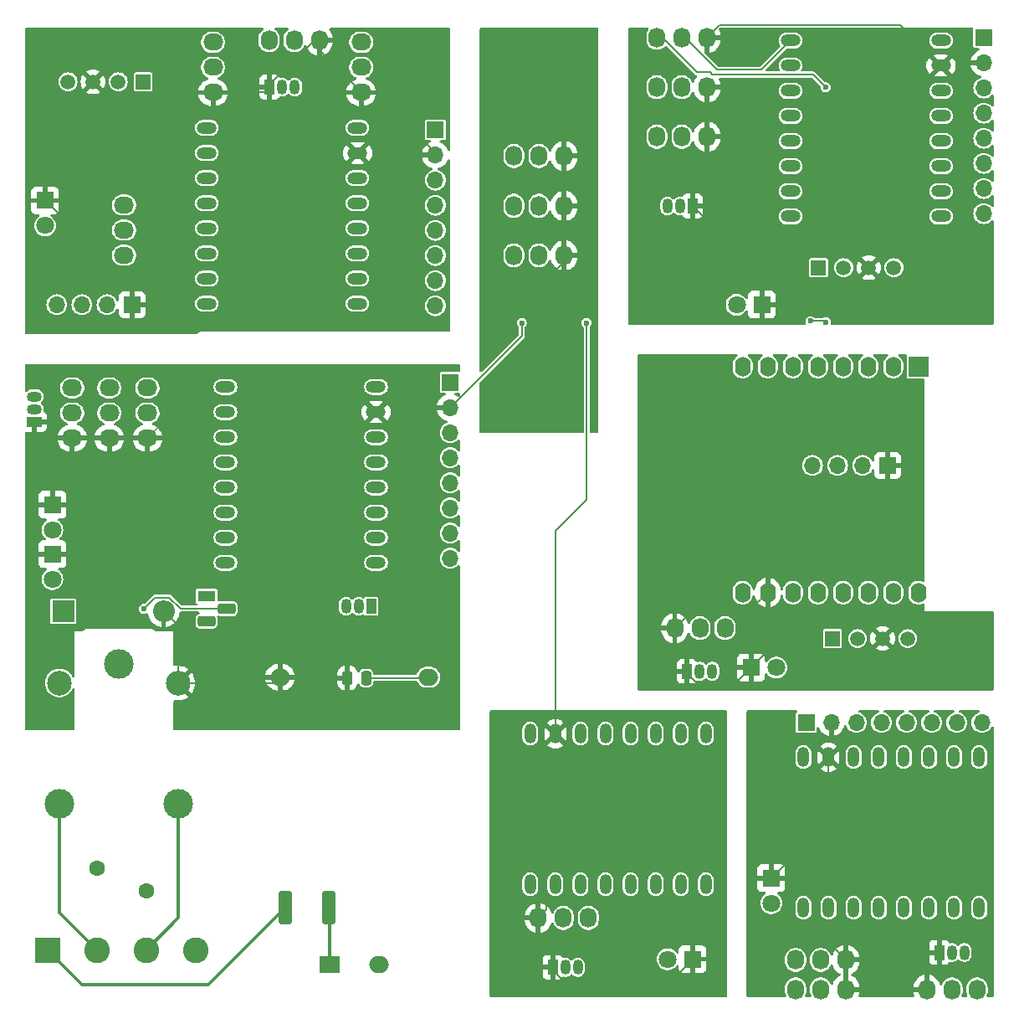
<source format=gbl>
G04 #@! TF.GenerationSoftware,KiCad,Pcbnew,8.0.6*
G04 #@! TF.CreationDate,2024-12-03T19:12:37+01:00*
G04 #@! TF.ProjectId,HomeAutomationESP32C2mini_2024,486f6d65-4175-4746-9f6d-6174696f6e45,Rev A*
G04 #@! TF.SameCoordinates,Original*
G04 #@! TF.FileFunction,Copper,L2,Bot*
G04 #@! TF.FilePolarity,Positive*
%FSLAX46Y46*%
G04 Gerber Fmt 4.6, Leading zero omitted, Abs format (unit mm)*
G04 Created by KiCad (PCBNEW 8.0.6) date 2024-12-03 19:12:37*
%MOMM*%
%LPD*%
G01*
G04 APERTURE LIST*
G04 Aperture macros list*
%AMRoundRect*
0 Rectangle with rounded corners*
0 $1 Rounding radius*
0 $2 $3 $4 $5 $6 $7 $8 $9 X,Y pos of 4 corners*
0 Add a 4 corners polygon primitive as box body*
4,1,4,$2,$3,$4,$5,$6,$7,$8,$9,$2,$3,0*
0 Add four circle primitives for the rounded corners*
1,1,$1+$1,$2,$3*
1,1,$1+$1,$4,$5*
1,1,$1+$1,$6,$7*
1,1,$1+$1,$8,$9*
0 Add four rect primitives between the rounded corners*
20,1,$1+$1,$2,$3,$4,$5,0*
20,1,$1+$1,$4,$5,$6,$7,0*
20,1,$1+$1,$6,$7,$8,$9,0*
20,1,$1+$1,$8,$9,$2,$3,0*%
G04 Aperture macros list end*
G04 #@! TA.AperFunction,ComponentPad*
%ADD10R,1.050000X1.500000*%
G04 #@! TD*
G04 #@! TA.AperFunction,ComponentPad*
%ADD11O,1.050000X1.500000*%
G04 #@! TD*
G04 #@! TA.AperFunction,ComponentPad*
%ADD12O,1.727200X2.032000*%
G04 #@! TD*
G04 #@! TA.AperFunction,ComponentPad*
%ADD13O,2.000000X1.200000*%
G04 #@! TD*
G04 #@! TA.AperFunction,ComponentPad*
%ADD14R,1.700000X1.700000*%
G04 #@! TD*
G04 #@! TA.AperFunction,ComponentPad*
%ADD15O,1.700000X1.700000*%
G04 #@! TD*
G04 #@! TA.AperFunction,ComponentPad*
%ADD16O,2.032000X1.727200*%
G04 #@! TD*
G04 #@! TA.AperFunction,ComponentPad*
%ADD17R,1.500000X1.050000*%
G04 #@! TD*
G04 #@! TA.AperFunction,ComponentPad*
%ADD18O,1.500000X1.050000*%
G04 #@! TD*
G04 #@! TA.AperFunction,ComponentPad*
%ADD19R,1.800000X1.800000*%
G04 #@! TD*
G04 #@! TA.AperFunction,ComponentPad*
%ADD20C,1.800000*%
G04 #@! TD*
G04 #@! TA.AperFunction,ComponentPad*
%ADD21R,2.600000X2.600000*%
G04 #@! TD*
G04 #@! TA.AperFunction,ComponentPad*
%ADD22C,2.600000*%
G04 #@! TD*
G04 #@! TA.AperFunction,ComponentPad*
%ADD23R,1.800000X1.100000*%
G04 #@! TD*
G04 #@! TA.AperFunction,ComponentPad*
%ADD24RoundRect,0.275000X-0.625000X0.275000X-0.625000X-0.275000X0.625000X-0.275000X0.625000X0.275000X0*%
G04 #@! TD*
G04 #@! TA.AperFunction,ComponentPad*
%ADD25R,2.000000X2.000000*%
G04 #@! TD*
G04 #@! TA.AperFunction,ComponentPad*
%ADD26O,1.600000X2.000000*%
G04 #@! TD*
G04 #@! TA.AperFunction,ComponentPad*
%ADD27R,1.500000X1.500000*%
G04 #@! TD*
G04 #@! TA.AperFunction,ComponentPad*
%ADD28C,1.500000*%
G04 #@! TD*
G04 #@! TA.AperFunction,ComponentPad*
%ADD29O,1.200000X2.000000*%
G04 #@! TD*
G04 #@! TA.AperFunction,ComponentPad*
%ADD30R,2.000000X1.700000*%
G04 #@! TD*
G04 #@! TA.AperFunction,ComponentPad*
%ADD31O,2.000000X1.700000*%
G04 #@! TD*
G04 #@! TA.AperFunction,ComponentPad*
%ADD32R,2.200000X2.200000*%
G04 #@! TD*
G04 #@! TA.AperFunction,ComponentPad*
%ADD33O,2.200000X2.200000*%
G04 #@! TD*
G04 #@! TA.AperFunction,ComponentPad*
%ADD34C,2.500000*%
G04 #@! TD*
G04 #@! TA.AperFunction,ComponentPad*
%ADD35C,3.000000*%
G04 #@! TD*
G04 #@! TA.AperFunction,ComponentPad*
%ADD36C,1.600000*%
G04 #@! TD*
G04 #@! TA.AperFunction,SMDPad,CuDef*
%ADD37RoundRect,0.250000X-0.400000X-1.450000X0.400000X-1.450000X0.400000X1.450000X-0.400000X1.450000X0*%
G04 #@! TD*
G04 #@! TA.AperFunction,SMDPad,CuDef*
%ADD38RoundRect,0.250000X0.250000X0.475000X-0.250000X0.475000X-0.250000X-0.475000X0.250000X-0.475000X0*%
G04 #@! TD*
G04 #@! TA.AperFunction,ViaPad*
%ADD39C,0.600000*%
G04 #@! TD*
G04 #@! TA.AperFunction,Conductor*
%ADD40C,0.200000*%
G04 #@! TD*
G04 #@! TA.AperFunction,Conductor*
%ADD41C,0.300000*%
G04 #@! TD*
G04 APERTURE END LIST*
D10*
X118540000Y-69000000D03*
D11*
X117270000Y-69000000D03*
X116000000Y-69000000D03*
D12*
X116730000Y-111695000D03*
X119270000Y-111695000D03*
X121810000Y-111695000D03*
X102920000Y-141000000D03*
X105460000Y-141000000D03*
X108000000Y-141000000D03*
D13*
X69380000Y-61110000D03*
X69380000Y-63650000D03*
X69380000Y-66190000D03*
X69380000Y-68730000D03*
X69380000Y-71270000D03*
X69380000Y-73810000D03*
X69380000Y-76350000D03*
X69380000Y-78890000D03*
X84620000Y-78890000D03*
X84620000Y-76350000D03*
X84620000Y-73810000D03*
X84620000Y-71270000D03*
X84620000Y-68730000D03*
X84620000Y-66190000D03*
X84620000Y-63650000D03*
X84620000Y-61110000D03*
X128432500Y-52285000D03*
X128432500Y-54825000D03*
X128432500Y-57365000D03*
X128432500Y-59905000D03*
X128432500Y-62445000D03*
X128432500Y-64985000D03*
X128432500Y-67525000D03*
X128432500Y-70065000D03*
X143672500Y-70065000D03*
X143672500Y-67525000D03*
X143672500Y-64985000D03*
X143672500Y-62445000D03*
X143672500Y-59905000D03*
X143672500Y-57365000D03*
X143672500Y-54825000D03*
X143672500Y-52285000D03*
D14*
X148000000Y-52000000D03*
D15*
X148000000Y-54540000D03*
X148000000Y-57080000D03*
X148000000Y-59620000D03*
X148000000Y-62160000D03*
X148000000Y-64700000D03*
X148000000Y-67240000D03*
X148000000Y-69780000D03*
D16*
X85000000Y-52460000D03*
X85000000Y-55000000D03*
X85000000Y-57540000D03*
D13*
X71260000Y-87310000D03*
X71260000Y-89850000D03*
X71260000Y-92390000D03*
X71260000Y-94930000D03*
X71260000Y-97470000D03*
X71260000Y-100010000D03*
X71260000Y-102550000D03*
X71260000Y-105090000D03*
X86500000Y-105090000D03*
X86500000Y-102550000D03*
X86500000Y-100010000D03*
X86500000Y-97470000D03*
X86500000Y-94930000D03*
X86500000Y-92390000D03*
X86500000Y-89850000D03*
X86500000Y-87310000D03*
D17*
X51930000Y-90820000D03*
D18*
X51930000Y-89550000D03*
X51930000Y-88280000D03*
D19*
X125540000Y-79000000D03*
D20*
X123000000Y-79000000D03*
D16*
X61000000Y-74000000D03*
X61000000Y-71460000D03*
X61000000Y-68920000D03*
D12*
X75670000Y-52250000D03*
X78210000Y-52250000D03*
X80750000Y-52250000D03*
D19*
X53750000Y-99210000D03*
D20*
X53750000Y-101750000D03*
D19*
X126500000Y-136975000D03*
D20*
X126500000Y-139515000D03*
D16*
X59500000Y-87410000D03*
X59500000Y-89950000D03*
X59500000Y-92490000D03*
D12*
X114920000Y-62000000D03*
X117460000Y-62000000D03*
X120000000Y-62000000D03*
D16*
X70000000Y-52460000D03*
X70000000Y-55000000D03*
X70000000Y-57540000D03*
D14*
X130030000Y-121250000D03*
D15*
X132570000Y-121250000D03*
X135110000Y-121250000D03*
X137650000Y-121250000D03*
X140190000Y-121250000D03*
X142730000Y-121250000D03*
X145270000Y-121250000D03*
X147810000Y-121250000D03*
D19*
X53000000Y-68460000D03*
D20*
X53000000Y-71000000D03*
D14*
X92500000Y-61315000D03*
D15*
X92500000Y-63855000D03*
X92500000Y-66395000D03*
X92500000Y-68935000D03*
X92500000Y-71475000D03*
X92500000Y-74015000D03*
X92500000Y-76555000D03*
X92500000Y-79095000D03*
D16*
X63370000Y-87410000D03*
X63370000Y-89950000D03*
X63370000Y-92490000D03*
D21*
X53250000Y-144250000D03*
D22*
X58250000Y-144250000D03*
X63250000Y-144250000D03*
X68250000Y-144250000D03*
D23*
X69330000Y-108460000D03*
D24*
X71400000Y-109730000D03*
X69330000Y-111000000D03*
D16*
X55750000Y-87410000D03*
X55750000Y-89950000D03*
X55750000Y-92490000D03*
D14*
X61810000Y-79000000D03*
D15*
X59270000Y-79000000D03*
X56730000Y-79000000D03*
X54190000Y-79000000D03*
D25*
X141390000Y-85250000D03*
D26*
X138850000Y-85250000D03*
X136310000Y-85250000D03*
X133770000Y-85250000D03*
X131230000Y-85250000D03*
X128690000Y-85250000D03*
X126150000Y-85250000D03*
X123610000Y-85250000D03*
X123610000Y-108110000D03*
X126150000Y-108110000D03*
X128690000Y-108110000D03*
X131230000Y-108110000D03*
X133770000Y-108110000D03*
X136310000Y-108110000D03*
X138850000Y-108110000D03*
X141390000Y-108110000D03*
D27*
X132690000Y-112750000D03*
D28*
X135230000Y-112750000D03*
X137770000Y-112750000D03*
X140310000Y-112750000D03*
D29*
X129760000Y-139990000D03*
X132300000Y-139990000D03*
X134840000Y-139990000D03*
X137380000Y-139990000D03*
X139920000Y-139990000D03*
X142460000Y-139990000D03*
X145000000Y-139990000D03*
X147540000Y-139990000D03*
X147540000Y-124750000D03*
X145000000Y-124750000D03*
X142460000Y-124750000D03*
X139920000Y-124750000D03*
X137380000Y-124750000D03*
X134840000Y-124750000D03*
X132300000Y-124750000D03*
X129760000Y-124750000D03*
D14*
X138290000Y-95250000D03*
D15*
X135750000Y-95250000D03*
X133210000Y-95250000D03*
X130670000Y-95250000D03*
D10*
X117960000Y-116055000D03*
D11*
X119230000Y-116055000D03*
X120500000Y-116055000D03*
D10*
X75730000Y-57000000D03*
D11*
X77000000Y-57000000D03*
X78270000Y-57000000D03*
D12*
X105540000Y-69000000D03*
X103000000Y-69000000D03*
X100460000Y-69000000D03*
X105540000Y-63950000D03*
X103000000Y-63950000D03*
X100460000Y-63950000D03*
X128965000Y-148225000D03*
X131505000Y-148225000D03*
X134045000Y-148225000D03*
X128960000Y-145250000D03*
X131500000Y-145250000D03*
X134040000Y-145250000D03*
D30*
X81792500Y-145747500D03*
D31*
X86792500Y-145747500D03*
X76792500Y-116667500D03*
X91792500Y-116667500D03*
D14*
X94000000Y-86850000D03*
D15*
X94000000Y-89390000D03*
X94000000Y-91930000D03*
X94000000Y-94470000D03*
X94000000Y-97010000D03*
X94000000Y-99550000D03*
X94000000Y-102090000D03*
X94000000Y-104630000D03*
D19*
X118540000Y-145175000D03*
D20*
X116000000Y-145175000D03*
D19*
X53750000Y-104210000D03*
D20*
X53750000Y-106750000D03*
D19*
X124460000Y-115695000D03*
D20*
X127000000Y-115695000D03*
D12*
X114920000Y-52000000D03*
X117460000Y-52000000D03*
X120000000Y-52000000D03*
D32*
X54840000Y-110000000D03*
D33*
X65000000Y-110000000D03*
D27*
X62945000Y-56455000D03*
D28*
X60405000Y-56455000D03*
X57865000Y-56455000D03*
X55325000Y-56455000D03*
D10*
X104380000Y-146000000D03*
D11*
X105650000Y-146000000D03*
X106920000Y-146000000D03*
D34*
X66450000Y-117250000D03*
D35*
X66500000Y-129500000D03*
X54450000Y-129450000D03*
D34*
X54450000Y-117250000D03*
D35*
X60500000Y-115300000D03*
D12*
X114920000Y-57000000D03*
X117460000Y-57000000D03*
X120000000Y-57000000D03*
D27*
X131287500Y-75250000D03*
D28*
X133827500Y-75250000D03*
X136367500Y-75250000D03*
X138907500Y-75250000D03*
D12*
X105540000Y-74000000D03*
X103000000Y-74000000D03*
X100460000Y-74000000D03*
D36*
X58250000Y-135950000D03*
X63250000Y-138250000D03*
D12*
X142250000Y-148250000D03*
X144790000Y-148250000D03*
X147330000Y-148250000D03*
D10*
X86000000Y-109500000D03*
D11*
X84730000Y-109500000D03*
X83460000Y-109500000D03*
D10*
X143500000Y-144500000D03*
D11*
X144770000Y-144500000D03*
X146040000Y-144500000D03*
D29*
X102110000Y-137620000D03*
X104650000Y-137620000D03*
X107190000Y-137620000D03*
X109730000Y-137620000D03*
X112270000Y-137620000D03*
X114810000Y-137620000D03*
X117350000Y-137620000D03*
X119890000Y-137620000D03*
X119890000Y-122380000D03*
X117350000Y-122380000D03*
X114810000Y-122380000D03*
X112270000Y-122380000D03*
X109730000Y-122380000D03*
X107190000Y-122380000D03*
X104650000Y-122380000D03*
X102110000Y-122380000D03*
D37*
X77275000Y-140000000D03*
X81725000Y-140000000D03*
D38*
X85500000Y-116750000D03*
X83600000Y-116750000D03*
D39*
X101250000Y-79000000D03*
X101250000Y-80825000D03*
X130450735Y-80650000D03*
X132000000Y-80750000D03*
X107800000Y-80825000D03*
X132000000Y-57000000D03*
X63000000Y-109750000D03*
D40*
X80750000Y-53290000D02*
X85000000Y-57540000D01*
X80255000Y-52250000D02*
X80750000Y-52250000D01*
X75730000Y-57000000D02*
X75730000Y-56775000D01*
X70000000Y-57540000D02*
X75190000Y-57540000D01*
X75190000Y-57540000D02*
X75730000Y-57000000D01*
X75730000Y-56775000D02*
X80255000Y-52250000D01*
X85000000Y-57540000D02*
X86380000Y-57540000D01*
X80540000Y-53080000D02*
X80540000Y-52000000D01*
X86380000Y-57540000D02*
X92695000Y-63855000D01*
X53000000Y-68460000D02*
X61810000Y-77270000D01*
X80750000Y-52250000D02*
X80750000Y-53290000D01*
X61810000Y-77270000D02*
X61810000Y-79000000D01*
X105540000Y-74710000D02*
X101250000Y-79000000D01*
X105540000Y-74000000D02*
X105540000Y-74710000D01*
X121300000Y-50700000D02*
X120000000Y-52000000D01*
X136367500Y-75250000D02*
X132617500Y-79000000D01*
X125540000Y-79000000D02*
X125540000Y-76000000D01*
X125540000Y-76000000D02*
X118540000Y-69000000D01*
X132617500Y-79000000D02*
X125540000Y-79000000D01*
X139547500Y-50700000D02*
X121300000Y-50700000D01*
X143672500Y-54825000D02*
X139547500Y-50700000D01*
X83600000Y-116750000D02*
X76875000Y-116750000D01*
X65110000Y-90750000D02*
X63370000Y-92490000D01*
X76210000Y-117250000D02*
X76792500Y-116667500D01*
X66450000Y-117250000D02*
X66450000Y-111450000D01*
X66450000Y-117250000D02*
X76210000Y-117250000D01*
X86500000Y-89850000D02*
X85600000Y-90750000D01*
X76875000Y-116750000D02*
X76792500Y-116667500D01*
X94000000Y-89390000D02*
X101250000Y-82140000D01*
X85600000Y-90750000D02*
X65110000Y-90750000D01*
X101250000Y-82140000D02*
X101250000Y-80825000D01*
X66450000Y-111450000D02*
X65000000Y-110000000D01*
X91710000Y-116750000D02*
X91792500Y-116667500D01*
X85500000Y-116750000D02*
X91710000Y-116750000D01*
X131900000Y-80650000D02*
X132000000Y-80750000D01*
X130450735Y-80650000D02*
X131900000Y-80650000D01*
X102920000Y-141000000D02*
X103750000Y-140170000D01*
X107800000Y-98750000D02*
X104650000Y-101900000D01*
X105205000Y-147050000D02*
X116665000Y-147050000D01*
X104380000Y-146000000D02*
X104380000Y-146225000D01*
X103750000Y-140170000D02*
X103750000Y-123280000D01*
X116665000Y-147050000D02*
X118540000Y-145175000D01*
X104380000Y-146225000D02*
X105205000Y-147050000D01*
X104650000Y-101900000D02*
X104650000Y-122380000D01*
X107800000Y-98750000D02*
X107800000Y-80825000D01*
X103750000Y-123280000D02*
X104650000Y-122380000D01*
D41*
X56750000Y-147750000D02*
X69525000Y-147750000D01*
X69525000Y-147750000D02*
X77275000Y-140000000D01*
X53250000Y-144250000D02*
X56750000Y-147750000D01*
D40*
X130725000Y-55725000D02*
X132000000Y-57000000D01*
X120297979Y-55500000D02*
X120522979Y-55725000D01*
X120522979Y-55725000D02*
X130725000Y-55725000D01*
X114920000Y-52000000D02*
X115500000Y-52000000D01*
X119000000Y-55500000D02*
X120297979Y-55500000D01*
X115500000Y-52000000D02*
X119000000Y-55500000D01*
X121000000Y-55250000D02*
X117750000Y-52000000D01*
X128432500Y-52285000D02*
X125467500Y-55250000D01*
X125467500Y-55250000D02*
X121000000Y-55250000D01*
X117750000Y-52000000D02*
X117460000Y-52000000D01*
X65579899Y-108600000D02*
X64150000Y-108600000D01*
X64150000Y-108600000D02*
X63000000Y-109750000D01*
X66709899Y-109730000D02*
X65579899Y-108600000D01*
X54450000Y-110390000D02*
X54840000Y-110000000D01*
X71000000Y-109730000D02*
X66709899Y-109730000D01*
D41*
X54450000Y-140450000D02*
X54450000Y-129450000D01*
X58250000Y-144250000D02*
X54450000Y-140450000D01*
X66500000Y-141000000D02*
X66500000Y-129500000D01*
X63250000Y-144250000D02*
X66500000Y-141000000D01*
D40*
X81792500Y-140067500D02*
X81725000Y-140000000D01*
D41*
X81792500Y-145747500D02*
X81792500Y-140067500D01*
D40*
X136520000Y-114000000D02*
X126155000Y-114000000D01*
X137770000Y-112750000D02*
X136520000Y-114000000D01*
X117960000Y-116280000D02*
X117960000Y-116055000D01*
X123050000Y-117105000D02*
X118785000Y-117105000D01*
X116730000Y-111695000D02*
X119015000Y-109410000D01*
X124850000Y-109410000D02*
X126150000Y-108110000D01*
X126155000Y-114000000D02*
X124460000Y-115695000D01*
X126150000Y-108110000D02*
X126150000Y-114005000D01*
X118785000Y-117105000D02*
X117960000Y-116280000D01*
X119015000Y-109410000D02*
X124850000Y-109410000D01*
X124460000Y-115695000D02*
X123050000Y-117105000D01*
X126150000Y-114005000D02*
X124460000Y-115695000D01*
X128417792Y-136975000D02*
X131000000Y-139557208D01*
X132300000Y-124750000D02*
X132300000Y-131175000D01*
X132300000Y-131175000D02*
X126500000Y-136975000D01*
X131000000Y-139557208D02*
X131000000Y-142210000D01*
X131000000Y-142210000D02*
X134040000Y-145250000D01*
X126500000Y-136975000D02*
X128417792Y-136975000D01*
G04 #@! TA.AperFunction,Conductor*
G36*
X75055610Y-51019685D02*
G01*
X75101365Y-51072489D01*
X75111309Y-51141647D01*
X75082284Y-51205203D01*
X75057462Y-51227102D01*
X74991675Y-51271058D01*
X74843460Y-51419273D01*
X74727006Y-51593561D01*
X74646793Y-51787212D01*
X74646791Y-51787220D01*
X74605900Y-51992790D01*
X74605900Y-52507209D01*
X74646791Y-52712779D01*
X74646793Y-52712787D01*
X74727007Y-52906440D01*
X74765494Y-52964040D01*
X74843460Y-53080726D01*
X74991673Y-53228939D01*
X74991676Y-53228941D01*
X75165960Y-53345393D01*
X75359613Y-53425607D01*
X75565190Y-53466499D01*
X75565193Y-53466500D01*
X75565195Y-53466500D01*
X75774807Y-53466500D01*
X75774808Y-53466499D01*
X75980387Y-53425607D01*
X76174040Y-53345393D01*
X76348324Y-53228941D01*
X76496541Y-53080724D01*
X76612993Y-52906440D01*
X76693207Y-52712787D01*
X76734100Y-52507205D01*
X76734100Y-51992795D01*
X76734100Y-51992792D01*
X76734099Y-51992790D01*
X76693208Y-51787220D01*
X76693207Y-51787213D01*
X76612993Y-51593560D01*
X76496541Y-51419276D01*
X76496539Y-51419273D01*
X76348324Y-51271058D01*
X76282538Y-51227102D01*
X76237733Y-51173490D01*
X76229026Y-51104165D01*
X76259180Y-51041138D01*
X76318623Y-51004418D01*
X76351429Y-51000000D01*
X77528571Y-51000000D01*
X77595610Y-51019685D01*
X77641365Y-51072489D01*
X77651309Y-51141647D01*
X77622284Y-51205203D01*
X77597462Y-51227102D01*
X77531675Y-51271058D01*
X77383460Y-51419273D01*
X77267006Y-51593561D01*
X77186793Y-51787212D01*
X77186791Y-51787220D01*
X77145900Y-51992790D01*
X77145900Y-52507209D01*
X77186791Y-52712779D01*
X77186793Y-52712787D01*
X77267007Y-52906440D01*
X77305494Y-52964040D01*
X77383460Y-53080726D01*
X77531673Y-53228939D01*
X77531676Y-53228941D01*
X77705960Y-53345393D01*
X77899613Y-53425607D01*
X78105190Y-53466499D01*
X78105193Y-53466500D01*
X78105195Y-53466500D01*
X78314807Y-53466500D01*
X78314808Y-53466499D01*
X78520387Y-53425607D01*
X78714040Y-53345393D01*
X78888324Y-53228941D01*
X79036541Y-53080724D01*
X79152993Y-52906440D01*
X79207622Y-52774553D01*
X79251461Y-52720151D01*
X79317755Y-52698086D01*
X79385455Y-52715365D01*
X79433066Y-52766502D01*
X79440113Y-52783688D01*
X79486303Y-52925845D01*
X79583744Y-53117082D01*
X79709906Y-53290727D01*
X79709906Y-53290728D01*
X79861671Y-53442493D01*
X80035317Y-53568655D01*
X80226554Y-53666096D01*
X80430683Y-53732422D01*
X80500000Y-53743400D01*
X80500000Y-52692251D01*
X80553919Y-52723381D01*
X80683120Y-52758000D01*
X80816880Y-52758000D01*
X80946081Y-52723381D01*
X81000000Y-52692251D01*
X81000000Y-53743399D01*
X81069316Y-53732422D01*
X81273445Y-53666096D01*
X81464682Y-53568655D01*
X81638327Y-53442493D01*
X81638328Y-53442493D01*
X81790093Y-53290728D01*
X81790093Y-53290727D01*
X81916255Y-53117082D01*
X82013696Y-52925845D01*
X82080024Y-52721711D01*
X82113600Y-52509723D01*
X82113600Y-52500000D01*
X81192251Y-52500000D01*
X81223381Y-52446081D01*
X81247735Y-52355190D01*
X83783500Y-52355190D01*
X83783500Y-52564809D01*
X83824391Y-52770379D01*
X83824393Y-52770387D01*
X83904606Y-52964038D01*
X84021060Y-53138326D01*
X84169273Y-53286539D01*
X84169276Y-53286541D01*
X84343560Y-53402993D01*
X84537213Y-53483207D01*
X84742790Y-53524099D01*
X84742793Y-53524100D01*
X84742795Y-53524100D01*
X85257207Y-53524100D01*
X85257208Y-53524099D01*
X85462787Y-53483207D01*
X85656440Y-53402993D01*
X85830724Y-53286541D01*
X85978941Y-53138324D01*
X86095393Y-52964040D01*
X86175607Y-52770387D01*
X86216500Y-52564805D01*
X86216500Y-52355195D01*
X86216500Y-52355192D01*
X86216499Y-52355190D01*
X86175608Y-52149620D01*
X86175607Y-52149613D01*
X86095393Y-51955960D01*
X85978941Y-51781676D01*
X85978939Y-51781673D01*
X85830726Y-51633460D01*
X85741967Y-51574154D01*
X85656440Y-51517007D01*
X85462787Y-51436793D01*
X85462779Y-51436791D01*
X85257208Y-51395900D01*
X85257205Y-51395900D01*
X84742795Y-51395900D01*
X84742792Y-51395900D01*
X84537220Y-51436791D01*
X84537212Y-51436793D01*
X84343561Y-51517006D01*
X84169273Y-51633460D01*
X84021060Y-51781673D01*
X83904606Y-51955961D01*
X83824393Y-52149612D01*
X83824391Y-52149620D01*
X83783500Y-52355190D01*
X81247735Y-52355190D01*
X81258000Y-52316880D01*
X81258000Y-52183120D01*
X81223381Y-52053919D01*
X81192251Y-52000000D01*
X82113600Y-52000000D01*
X82113600Y-51990276D01*
X82080024Y-51778288D01*
X82013696Y-51574154D01*
X81916255Y-51382917D01*
X81790093Y-51209272D01*
X81786932Y-51205570D01*
X81788455Y-51204268D01*
X81759018Y-51150358D01*
X81764002Y-51080666D01*
X81805874Y-51024733D01*
X81871338Y-51000316D01*
X81880184Y-51000000D01*
X93876000Y-51000000D01*
X93943039Y-51019685D01*
X93988794Y-51072489D01*
X94000000Y-51124000D01*
X94000000Y-63318060D01*
X93980315Y-63385099D01*
X93927511Y-63430854D01*
X93858353Y-63440798D01*
X93794797Y-63411773D01*
X93763618Y-63370465D01*
X93673600Y-63177422D01*
X93673599Y-63177420D01*
X93538113Y-62983926D01*
X93538108Y-62983920D01*
X93371082Y-62816894D01*
X93177578Y-62681399D01*
X93007052Y-62601882D01*
X92954613Y-62555710D01*
X92935461Y-62488516D01*
X92955677Y-62421635D01*
X93008842Y-62376300D01*
X93059457Y-62365500D01*
X93369750Y-62365500D01*
X93369751Y-62365499D01*
X93384568Y-62362552D01*
X93428229Y-62353868D01*
X93428229Y-62353867D01*
X93428231Y-62353867D01*
X93494552Y-62309552D01*
X93538867Y-62243231D01*
X93538867Y-62243229D01*
X93538868Y-62243229D01*
X93550499Y-62184752D01*
X93550500Y-62184750D01*
X93550500Y-60445249D01*
X93550499Y-60445247D01*
X93538868Y-60386770D01*
X93538867Y-60386769D01*
X93494552Y-60320447D01*
X93428230Y-60276132D01*
X93428229Y-60276131D01*
X93369752Y-60264500D01*
X93369748Y-60264500D01*
X91630252Y-60264500D01*
X91630247Y-60264500D01*
X91571770Y-60276131D01*
X91571769Y-60276132D01*
X91505447Y-60320447D01*
X91461132Y-60386769D01*
X91461131Y-60386770D01*
X91449500Y-60445247D01*
X91449500Y-62184752D01*
X91461131Y-62243229D01*
X91461132Y-62243230D01*
X91505447Y-62309552D01*
X91571769Y-62353867D01*
X91571770Y-62353868D01*
X91630247Y-62365499D01*
X91630250Y-62365500D01*
X91940543Y-62365500D01*
X92007582Y-62385185D01*
X92053337Y-62437989D01*
X92063281Y-62507147D01*
X92034256Y-62570703D01*
X91992948Y-62601882D01*
X91822422Y-62681399D01*
X91822420Y-62681400D01*
X91628926Y-62816886D01*
X91628920Y-62816891D01*
X91461891Y-62983920D01*
X91461886Y-62983926D01*
X91326400Y-63177420D01*
X91326399Y-63177422D01*
X91226570Y-63391507D01*
X91226567Y-63391513D01*
X91169364Y-63604999D01*
X91169364Y-63605000D01*
X92066988Y-63605000D01*
X92034075Y-63662007D01*
X92000000Y-63789174D01*
X92000000Y-63920826D01*
X92034075Y-64047993D01*
X92066988Y-64105000D01*
X91169364Y-64105000D01*
X91226567Y-64318486D01*
X91226570Y-64318492D01*
X91326399Y-64532578D01*
X91461894Y-64726082D01*
X91628917Y-64893105D01*
X91822421Y-65028600D01*
X92036507Y-65128429D01*
X92036516Y-65128433D01*
X92158649Y-65161158D01*
X92218310Y-65197523D01*
X92248839Y-65260369D01*
X92240545Y-65329745D01*
X92196059Y-65383623D01*
X92162552Y-65399593D01*
X92096046Y-65419767D01*
X91982227Y-65480606D01*
X91913550Y-65517315D01*
X91913548Y-65517316D01*
X91913547Y-65517317D01*
X91753589Y-65648589D01*
X91622317Y-65808547D01*
X91524769Y-65991043D01*
X91464699Y-66189067D01*
X91444417Y-66395000D01*
X91464699Y-66600932D01*
X91464700Y-66600934D01*
X91524768Y-66798954D01*
X91622315Y-66981450D01*
X91629742Y-66990500D01*
X91753589Y-67141410D01*
X91828405Y-67202809D01*
X91913550Y-67272685D01*
X92096046Y-67370232D01*
X92294066Y-67430300D01*
X92294065Y-67430300D01*
X92312529Y-67432118D01*
X92500000Y-67450583D01*
X92705934Y-67430300D01*
X92903954Y-67370232D01*
X93086450Y-67272685D01*
X93246410Y-67141410D01*
X93377685Y-66981450D01*
X93475232Y-66798954D01*
X93535300Y-66600934D01*
X93555583Y-66395000D01*
X93535300Y-66189066D01*
X93475232Y-65991046D01*
X93377685Y-65808550D01*
X93325702Y-65745209D01*
X93246410Y-65648589D01*
X93086452Y-65517317D01*
X93086453Y-65517317D01*
X93086450Y-65517315D01*
X92903954Y-65419768D01*
X92837447Y-65399593D01*
X92779009Y-65361296D01*
X92750553Y-65297484D01*
X92761113Y-65228417D01*
X92807337Y-65176023D01*
X92841350Y-65161158D01*
X92963483Y-65128433D01*
X92963492Y-65128429D01*
X93177578Y-65028600D01*
X93371082Y-64893105D01*
X93538105Y-64726082D01*
X93673600Y-64532578D01*
X93763618Y-64339534D01*
X93809790Y-64287095D01*
X93876984Y-64267943D01*
X93943865Y-64288159D01*
X93989199Y-64341324D01*
X94000000Y-64391939D01*
X94000000Y-81625500D01*
X93980315Y-81692539D01*
X93927511Y-81738294D01*
X93876000Y-81749500D01*
X68684108Y-81749500D01*
X68556812Y-81783608D01*
X68442686Y-81849500D01*
X68442683Y-81849502D01*
X68349501Y-81942684D01*
X68344550Y-81949137D01*
X68342320Y-81947425D01*
X68301636Y-81986217D01*
X68244818Y-82000000D01*
X51124000Y-82000000D01*
X51056961Y-81980315D01*
X51011206Y-81927511D01*
X51000000Y-81876000D01*
X51000000Y-79000000D01*
X53134417Y-79000000D01*
X53154699Y-79205932D01*
X53154700Y-79205934D01*
X53214768Y-79403954D01*
X53312315Y-79586450D01*
X53346969Y-79628677D01*
X53443589Y-79746410D01*
X53540209Y-79825702D01*
X53603550Y-79877685D01*
X53786046Y-79975232D01*
X53984066Y-80035300D01*
X53984065Y-80035300D01*
X54002529Y-80037118D01*
X54190000Y-80055583D01*
X54395934Y-80035300D01*
X54593954Y-79975232D01*
X54776450Y-79877685D01*
X54936410Y-79746410D01*
X55067685Y-79586450D01*
X55165232Y-79403954D01*
X55225300Y-79205934D01*
X55245583Y-79000000D01*
X55674417Y-79000000D01*
X55694699Y-79205932D01*
X55694700Y-79205934D01*
X55754768Y-79403954D01*
X55852315Y-79586450D01*
X55886969Y-79628677D01*
X55983589Y-79746410D01*
X56080209Y-79825702D01*
X56143550Y-79877685D01*
X56326046Y-79975232D01*
X56524066Y-80035300D01*
X56524065Y-80035300D01*
X56542529Y-80037118D01*
X56730000Y-80055583D01*
X56935934Y-80035300D01*
X57133954Y-79975232D01*
X57316450Y-79877685D01*
X57476410Y-79746410D01*
X57607685Y-79586450D01*
X57705232Y-79403954D01*
X57765300Y-79205934D01*
X57785583Y-79000000D01*
X58214417Y-79000000D01*
X58234699Y-79205932D01*
X58234700Y-79205934D01*
X58294768Y-79403954D01*
X58392315Y-79586450D01*
X58426969Y-79628677D01*
X58523589Y-79746410D01*
X58620209Y-79825702D01*
X58683550Y-79877685D01*
X58866046Y-79975232D01*
X59064066Y-80035300D01*
X59064065Y-80035300D01*
X59082529Y-80037118D01*
X59270000Y-80055583D01*
X59475934Y-80035300D01*
X59673954Y-79975232D01*
X59856450Y-79877685D01*
X60016410Y-79746410D01*
X60147685Y-79586450D01*
X60226643Y-79438730D01*
X60275605Y-79388888D01*
X60343742Y-79373428D01*
X60409422Y-79397260D01*
X60451791Y-79452818D01*
X60460000Y-79497186D01*
X60460000Y-79897844D01*
X60466401Y-79957372D01*
X60466403Y-79957379D01*
X60516645Y-80092086D01*
X60516649Y-80092093D01*
X60602809Y-80207187D01*
X60602812Y-80207190D01*
X60717906Y-80293350D01*
X60717913Y-80293354D01*
X60852620Y-80343596D01*
X60852627Y-80343598D01*
X60912155Y-80349999D01*
X60912172Y-80350000D01*
X61560000Y-80350000D01*
X61560000Y-79433012D01*
X61617007Y-79465925D01*
X61744174Y-79500000D01*
X61875826Y-79500000D01*
X62002993Y-79465925D01*
X62060000Y-79433012D01*
X62060000Y-80350000D01*
X62707828Y-80350000D01*
X62707844Y-80349999D01*
X62767372Y-80343598D01*
X62767379Y-80343596D01*
X62902086Y-80293354D01*
X62902093Y-80293350D01*
X63017187Y-80207190D01*
X63017190Y-80207187D01*
X63103350Y-80092093D01*
X63103354Y-80092086D01*
X63153596Y-79957379D01*
X63153598Y-79957372D01*
X63159999Y-79897844D01*
X63160000Y-79897827D01*
X63160000Y-79250000D01*
X62243012Y-79250000D01*
X62275925Y-79192993D01*
X62310000Y-79065826D01*
X62310000Y-78934174D01*
X62277036Y-78811153D01*
X68179500Y-78811153D01*
X68179500Y-78968846D01*
X68210261Y-79123489D01*
X68210264Y-79123501D01*
X68270602Y-79269172D01*
X68270609Y-79269185D01*
X68358210Y-79400288D01*
X68358213Y-79400292D01*
X68469707Y-79511786D01*
X68469711Y-79511789D01*
X68600814Y-79599390D01*
X68600827Y-79599397D01*
X68746498Y-79659735D01*
X68746503Y-79659737D01*
X68901153Y-79690499D01*
X68901156Y-79690500D01*
X68901158Y-79690500D01*
X69858844Y-79690500D01*
X69858845Y-79690499D01*
X70013497Y-79659737D01*
X70159179Y-79599394D01*
X70290289Y-79511789D01*
X70401789Y-79400289D01*
X70489394Y-79269179D01*
X70549737Y-79123497D01*
X70580500Y-78968842D01*
X70580500Y-78811158D01*
X70580500Y-78811155D01*
X70580499Y-78811153D01*
X83419500Y-78811153D01*
X83419500Y-78968846D01*
X83450261Y-79123489D01*
X83450264Y-79123501D01*
X83510602Y-79269172D01*
X83510609Y-79269185D01*
X83598210Y-79400288D01*
X83598213Y-79400292D01*
X83709707Y-79511786D01*
X83709711Y-79511789D01*
X83840814Y-79599390D01*
X83840827Y-79599397D01*
X83986498Y-79659735D01*
X83986503Y-79659737D01*
X84141153Y-79690499D01*
X84141156Y-79690500D01*
X84141158Y-79690500D01*
X85098844Y-79690500D01*
X85098845Y-79690499D01*
X85253497Y-79659737D01*
X85399179Y-79599394D01*
X85530289Y-79511789D01*
X85641789Y-79400289D01*
X85729394Y-79269179D01*
X85789737Y-79123497D01*
X85795405Y-79095000D01*
X91444417Y-79095000D01*
X91464699Y-79300932D01*
X91491380Y-79388888D01*
X91524768Y-79498954D01*
X91622315Y-79681450D01*
X91629742Y-79690500D01*
X91753589Y-79841410D01*
X91822355Y-79897844D01*
X91913550Y-79972685D01*
X92096046Y-80070232D01*
X92294066Y-80130300D01*
X92294065Y-80130300D01*
X92312529Y-80132118D01*
X92500000Y-80150583D01*
X92705934Y-80130300D01*
X92903954Y-80070232D01*
X93086450Y-79972685D01*
X93246410Y-79841410D01*
X93377685Y-79681450D01*
X93475232Y-79498954D01*
X93535300Y-79300934D01*
X93555583Y-79095000D01*
X93535300Y-78889066D01*
X93475232Y-78691046D01*
X93377685Y-78508550D01*
X93299719Y-78413547D01*
X93246410Y-78348589D01*
X93086452Y-78217317D01*
X93086453Y-78217317D01*
X93086450Y-78217315D01*
X92903954Y-78119768D01*
X92705934Y-78059700D01*
X92705932Y-78059699D01*
X92705934Y-78059699D01*
X92500000Y-78039417D01*
X92294067Y-78059699D01*
X92096043Y-78119769D01*
X91985898Y-78178643D01*
X91913550Y-78217315D01*
X91913548Y-78217316D01*
X91913547Y-78217317D01*
X91753589Y-78348589D01*
X91627023Y-78502813D01*
X91622315Y-78508550D01*
X91594137Y-78561267D01*
X91524769Y-78691043D01*
X91464699Y-78889067D01*
X91444417Y-79095000D01*
X85795405Y-79095000D01*
X85820500Y-78968842D01*
X85820500Y-78811158D01*
X85820500Y-78811155D01*
X85820499Y-78811153D01*
X85789738Y-78656510D01*
X85789737Y-78656503D01*
X85789735Y-78656498D01*
X85729397Y-78510827D01*
X85729390Y-78510814D01*
X85641789Y-78379711D01*
X85641786Y-78379707D01*
X85530292Y-78268213D01*
X85530288Y-78268210D01*
X85399185Y-78180609D01*
X85399172Y-78180602D01*
X85253501Y-78120264D01*
X85253489Y-78120261D01*
X85098845Y-78089500D01*
X85098842Y-78089500D01*
X84141158Y-78089500D01*
X84141155Y-78089500D01*
X83986510Y-78120261D01*
X83986498Y-78120264D01*
X83840827Y-78180602D01*
X83840814Y-78180609D01*
X83709711Y-78268210D01*
X83709707Y-78268213D01*
X83598213Y-78379707D01*
X83598210Y-78379711D01*
X83510609Y-78510814D01*
X83510602Y-78510827D01*
X83450264Y-78656498D01*
X83450261Y-78656510D01*
X83419500Y-78811153D01*
X70580499Y-78811153D01*
X70549738Y-78656510D01*
X70549737Y-78656503D01*
X70549735Y-78656498D01*
X70489397Y-78510827D01*
X70489390Y-78510814D01*
X70401789Y-78379711D01*
X70401786Y-78379707D01*
X70290292Y-78268213D01*
X70290288Y-78268210D01*
X70159185Y-78180609D01*
X70159172Y-78180602D01*
X70013501Y-78120264D01*
X70013489Y-78120261D01*
X69858845Y-78089500D01*
X69858842Y-78089500D01*
X68901158Y-78089500D01*
X68901155Y-78089500D01*
X68746510Y-78120261D01*
X68746498Y-78120264D01*
X68600827Y-78180602D01*
X68600814Y-78180609D01*
X68469711Y-78268210D01*
X68469707Y-78268213D01*
X68358213Y-78379707D01*
X68358210Y-78379711D01*
X68270609Y-78510814D01*
X68270602Y-78510827D01*
X68210264Y-78656498D01*
X68210261Y-78656510D01*
X68179500Y-78811153D01*
X62277036Y-78811153D01*
X62275925Y-78807007D01*
X62243012Y-78750000D01*
X63160000Y-78750000D01*
X63160000Y-78102172D01*
X63159999Y-78102155D01*
X63153598Y-78042627D01*
X63153596Y-78042620D01*
X63103354Y-77907913D01*
X63103350Y-77907906D01*
X63017190Y-77792812D01*
X63017187Y-77792809D01*
X62902093Y-77706649D01*
X62902086Y-77706645D01*
X62767379Y-77656403D01*
X62767372Y-77656401D01*
X62707844Y-77650000D01*
X62060000Y-77650000D01*
X62060000Y-78566988D01*
X62002993Y-78534075D01*
X61875826Y-78500000D01*
X61744174Y-78500000D01*
X61617007Y-78534075D01*
X61560000Y-78566988D01*
X61560000Y-77650000D01*
X60912155Y-77650000D01*
X60852627Y-77656401D01*
X60852620Y-77656403D01*
X60717913Y-77706645D01*
X60717906Y-77706649D01*
X60602812Y-77792809D01*
X60602809Y-77792812D01*
X60516649Y-77907906D01*
X60516645Y-77907913D01*
X60466403Y-78042620D01*
X60466401Y-78042627D01*
X60460000Y-78102155D01*
X60460000Y-78502813D01*
X60440315Y-78569852D01*
X60387511Y-78615607D01*
X60318353Y-78625551D01*
X60254797Y-78596526D01*
X60226642Y-78561267D01*
X60147685Y-78413550D01*
X60028411Y-78268213D01*
X60016410Y-78253589D01*
X59856452Y-78122317D01*
X59856453Y-78122317D01*
X59856450Y-78122315D01*
X59673954Y-78024768D01*
X59475934Y-77964700D01*
X59475932Y-77964699D01*
X59475934Y-77964699D01*
X59270000Y-77944417D01*
X59064067Y-77964699D01*
X58866043Y-78024769D01*
X58832634Y-78042627D01*
X58683550Y-78122315D01*
X58683548Y-78122316D01*
X58683547Y-78122317D01*
X58523589Y-78253589D01*
X58392317Y-78413547D01*
X58294769Y-78596043D01*
X58234699Y-78794067D01*
X58214417Y-79000000D01*
X57785583Y-79000000D01*
X57765300Y-78794066D01*
X57705232Y-78596046D01*
X57607685Y-78413550D01*
X57488411Y-78268213D01*
X57476410Y-78253589D01*
X57316452Y-78122317D01*
X57316453Y-78122317D01*
X57316450Y-78122315D01*
X57133954Y-78024768D01*
X56935934Y-77964700D01*
X56935932Y-77964699D01*
X56935934Y-77964699D01*
X56730000Y-77944417D01*
X56524067Y-77964699D01*
X56326043Y-78024769D01*
X56292634Y-78042627D01*
X56143550Y-78122315D01*
X56143548Y-78122316D01*
X56143547Y-78122317D01*
X55983589Y-78253589D01*
X55852317Y-78413547D01*
X55754769Y-78596043D01*
X55694699Y-78794067D01*
X55674417Y-79000000D01*
X55245583Y-79000000D01*
X55225300Y-78794066D01*
X55165232Y-78596046D01*
X55067685Y-78413550D01*
X54948411Y-78268213D01*
X54936410Y-78253589D01*
X54776452Y-78122317D01*
X54776453Y-78122317D01*
X54776450Y-78122315D01*
X54593954Y-78024768D01*
X54395934Y-77964700D01*
X54395932Y-77964699D01*
X54395934Y-77964699D01*
X54190000Y-77944417D01*
X53984067Y-77964699D01*
X53786043Y-78024769D01*
X53752634Y-78042627D01*
X53603550Y-78122315D01*
X53603548Y-78122316D01*
X53603547Y-78122317D01*
X53443589Y-78253589D01*
X53312317Y-78413547D01*
X53214769Y-78596043D01*
X53154699Y-78794067D01*
X53134417Y-79000000D01*
X51000000Y-79000000D01*
X51000000Y-76271153D01*
X68179500Y-76271153D01*
X68179500Y-76428846D01*
X68210261Y-76583489D01*
X68210264Y-76583501D01*
X68270602Y-76729172D01*
X68270609Y-76729185D01*
X68358210Y-76860288D01*
X68358213Y-76860292D01*
X68469707Y-76971786D01*
X68469711Y-76971789D01*
X68600814Y-77059390D01*
X68600827Y-77059397D01*
X68746498Y-77119735D01*
X68746503Y-77119737D01*
X68901153Y-77150499D01*
X68901156Y-77150500D01*
X68901158Y-77150500D01*
X69858844Y-77150500D01*
X69858845Y-77150499D01*
X70013497Y-77119737D01*
X70159179Y-77059394D01*
X70290289Y-76971789D01*
X70401789Y-76860289D01*
X70489394Y-76729179D01*
X70549737Y-76583497D01*
X70580500Y-76428842D01*
X70580500Y-76271158D01*
X70580500Y-76271155D01*
X70580499Y-76271153D01*
X83419500Y-76271153D01*
X83419500Y-76428846D01*
X83450261Y-76583489D01*
X83450264Y-76583501D01*
X83510602Y-76729172D01*
X83510609Y-76729185D01*
X83598210Y-76860288D01*
X83598213Y-76860292D01*
X83709707Y-76971786D01*
X83709711Y-76971789D01*
X83840814Y-77059390D01*
X83840827Y-77059397D01*
X83986498Y-77119735D01*
X83986503Y-77119737D01*
X84141153Y-77150499D01*
X84141156Y-77150500D01*
X84141158Y-77150500D01*
X85098844Y-77150500D01*
X85098845Y-77150499D01*
X85253497Y-77119737D01*
X85399179Y-77059394D01*
X85530289Y-76971789D01*
X85641789Y-76860289D01*
X85729394Y-76729179D01*
X85789737Y-76583497D01*
X85795405Y-76555000D01*
X91444417Y-76555000D01*
X91464699Y-76760932D01*
X91464700Y-76760934D01*
X91524768Y-76958954D01*
X91622315Y-77141450D01*
X91629742Y-77150500D01*
X91753589Y-77301410D01*
X91850209Y-77380702D01*
X91913550Y-77432685D01*
X92096046Y-77530232D01*
X92294066Y-77590300D01*
X92294065Y-77590300D01*
X92312529Y-77592118D01*
X92500000Y-77610583D01*
X92705934Y-77590300D01*
X92903954Y-77530232D01*
X93086450Y-77432685D01*
X93246410Y-77301410D01*
X93377685Y-77141450D01*
X93475232Y-76958954D01*
X93535300Y-76760934D01*
X93555583Y-76555000D01*
X93535300Y-76349066D01*
X93475232Y-76151046D01*
X93377685Y-75968550D01*
X93325702Y-75905209D01*
X93246410Y-75808589D01*
X93086452Y-75677317D01*
X93086453Y-75677317D01*
X93086450Y-75677315D01*
X92903954Y-75579768D01*
X92705934Y-75519700D01*
X92705932Y-75519699D01*
X92705934Y-75519699D01*
X92500000Y-75499417D01*
X92294067Y-75519699D01*
X92096043Y-75579769D01*
X91985898Y-75638643D01*
X91913550Y-75677315D01*
X91913548Y-75677316D01*
X91913547Y-75677317D01*
X91753589Y-75808589D01*
X91622317Y-75968547D01*
X91524769Y-76151043D01*
X91464699Y-76349067D01*
X91444417Y-76555000D01*
X85795405Y-76555000D01*
X85820500Y-76428842D01*
X85820500Y-76271158D01*
X85820500Y-76271155D01*
X85820499Y-76271153D01*
X85789738Y-76116510D01*
X85789737Y-76116503D01*
X85789735Y-76116498D01*
X85729397Y-75970827D01*
X85729390Y-75970814D01*
X85641789Y-75839711D01*
X85641786Y-75839707D01*
X85530292Y-75728213D01*
X85530288Y-75728210D01*
X85399185Y-75640609D01*
X85399172Y-75640602D01*
X85253501Y-75580264D01*
X85253489Y-75580261D01*
X85098845Y-75549500D01*
X85098842Y-75549500D01*
X84141158Y-75549500D01*
X84141155Y-75549500D01*
X83986510Y-75580261D01*
X83986498Y-75580264D01*
X83840827Y-75640602D01*
X83840814Y-75640609D01*
X83709711Y-75728210D01*
X83709707Y-75728213D01*
X83598213Y-75839707D01*
X83598210Y-75839711D01*
X83510609Y-75970814D01*
X83510602Y-75970827D01*
X83450264Y-76116498D01*
X83450261Y-76116510D01*
X83419500Y-76271153D01*
X70580499Y-76271153D01*
X70549738Y-76116510D01*
X70549737Y-76116503D01*
X70549735Y-76116498D01*
X70489397Y-75970827D01*
X70489390Y-75970814D01*
X70401789Y-75839711D01*
X70401786Y-75839707D01*
X70290292Y-75728213D01*
X70290288Y-75728210D01*
X70159185Y-75640609D01*
X70159172Y-75640602D01*
X70013501Y-75580264D01*
X70013489Y-75580261D01*
X69858845Y-75549500D01*
X69858842Y-75549500D01*
X68901158Y-75549500D01*
X68901155Y-75549500D01*
X68746510Y-75580261D01*
X68746498Y-75580264D01*
X68600827Y-75640602D01*
X68600814Y-75640609D01*
X68469711Y-75728210D01*
X68469707Y-75728213D01*
X68358213Y-75839707D01*
X68358210Y-75839711D01*
X68270609Y-75970814D01*
X68270602Y-75970827D01*
X68210264Y-76116498D01*
X68210261Y-76116510D01*
X68179500Y-76271153D01*
X51000000Y-76271153D01*
X51000000Y-73895190D01*
X59783500Y-73895190D01*
X59783500Y-74104809D01*
X59824391Y-74310379D01*
X59824393Y-74310387D01*
X59874679Y-74431789D01*
X59904607Y-74504040D01*
X59914866Y-74519394D01*
X60021060Y-74678326D01*
X60169273Y-74826539D01*
X60169276Y-74826541D01*
X60343560Y-74942993D01*
X60537213Y-75023207D01*
X60742790Y-75064099D01*
X60742793Y-75064100D01*
X60742795Y-75064100D01*
X61257207Y-75064100D01*
X61257208Y-75064099D01*
X61462787Y-75023207D01*
X61656440Y-74942993D01*
X61830724Y-74826541D01*
X61978941Y-74678324D01*
X62095393Y-74504040D01*
X62175607Y-74310387D01*
X62216500Y-74104805D01*
X62216500Y-73895195D01*
X62216500Y-73895192D01*
X62216499Y-73895190D01*
X62183870Y-73731153D01*
X68179500Y-73731153D01*
X68179500Y-73888846D01*
X68210261Y-74043489D01*
X68210264Y-74043501D01*
X68270602Y-74189172D01*
X68270609Y-74189185D01*
X68358210Y-74320288D01*
X68358213Y-74320292D01*
X68469707Y-74431786D01*
X68469711Y-74431789D01*
X68600814Y-74519390D01*
X68600827Y-74519397D01*
X68746498Y-74579735D01*
X68746503Y-74579737D01*
X68901153Y-74610499D01*
X68901156Y-74610500D01*
X68901158Y-74610500D01*
X69858844Y-74610500D01*
X69858845Y-74610499D01*
X70013497Y-74579737D01*
X70159179Y-74519394D01*
X70290289Y-74431789D01*
X70401789Y-74320289D01*
X70489394Y-74189179D01*
X70549737Y-74043497D01*
X70580500Y-73888842D01*
X70580500Y-73731158D01*
X70580500Y-73731155D01*
X70580499Y-73731153D01*
X83419500Y-73731153D01*
X83419500Y-73888846D01*
X83450261Y-74043489D01*
X83450264Y-74043501D01*
X83510602Y-74189172D01*
X83510609Y-74189185D01*
X83598210Y-74320288D01*
X83598213Y-74320292D01*
X83709707Y-74431786D01*
X83709711Y-74431789D01*
X83840814Y-74519390D01*
X83840827Y-74519397D01*
X83986498Y-74579735D01*
X83986503Y-74579737D01*
X84141153Y-74610499D01*
X84141156Y-74610500D01*
X84141158Y-74610500D01*
X85098844Y-74610500D01*
X85098845Y-74610499D01*
X85253497Y-74579737D01*
X85399179Y-74519394D01*
X85530289Y-74431789D01*
X85641789Y-74320289D01*
X85729394Y-74189179D01*
X85789737Y-74043497D01*
X85795405Y-74015000D01*
X91444417Y-74015000D01*
X91464699Y-74220932D01*
X91491835Y-74310387D01*
X91524768Y-74418954D01*
X91622315Y-74601450D01*
X91629742Y-74610500D01*
X91753589Y-74761410D01*
X91832950Y-74826539D01*
X91913550Y-74892685D01*
X92096046Y-74990232D01*
X92294066Y-75050300D01*
X92294065Y-75050300D01*
X92312529Y-75052118D01*
X92500000Y-75070583D01*
X92705934Y-75050300D01*
X92903954Y-74990232D01*
X93086450Y-74892685D01*
X93246410Y-74761410D01*
X93377685Y-74601450D01*
X93475232Y-74418954D01*
X93535300Y-74220934D01*
X93555583Y-74015000D01*
X93535300Y-73809066D01*
X93475232Y-73611046D01*
X93377685Y-73428550D01*
X93325702Y-73365209D01*
X93246410Y-73268589D01*
X93086452Y-73137317D01*
X93086453Y-73137317D01*
X93086450Y-73137315D01*
X92903954Y-73039768D01*
X92705934Y-72979700D01*
X92705932Y-72979699D01*
X92705934Y-72979699D01*
X92500000Y-72959417D01*
X92294067Y-72979699D01*
X92096043Y-73039769D01*
X92063794Y-73057007D01*
X91913550Y-73137315D01*
X91913548Y-73137316D01*
X91913547Y-73137317D01*
X91753589Y-73268589D01*
X91622317Y-73428547D01*
X91524769Y-73611043D01*
X91464699Y-73809067D01*
X91444417Y-74015000D01*
X85795405Y-74015000D01*
X85820500Y-73888842D01*
X85820500Y-73731158D01*
X85820500Y-73731155D01*
X85820499Y-73731153D01*
X85789737Y-73576503D01*
X85756376Y-73495961D01*
X85729397Y-73430827D01*
X85729390Y-73430814D01*
X85641789Y-73299711D01*
X85641786Y-73299707D01*
X85530292Y-73188213D01*
X85530288Y-73188210D01*
X85399185Y-73100609D01*
X85399172Y-73100602D01*
X85253501Y-73040264D01*
X85253489Y-73040261D01*
X85098845Y-73009500D01*
X85098842Y-73009500D01*
X84141158Y-73009500D01*
X84141155Y-73009500D01*
X83986510Y-73040261D01*
X83986498Y-73040264D01*
X83840827Y-73100602D01*
X83840814Y-73100609D01*
X83709711Y-73188210D01*
X83709707Y-73188213D01*
X83598213Y-73299707D01*
X83598210Y-73299711D01*
X83510609Y-73430814D01*
X83510602Y-73430827D01*
X83450264Y-73576498D01*
X83450261Y-73576510D01*
X83419500Y-73731153D01*
X70580499Y-73731153D01*
X70549737Y-73576503D01*
X70516376Y-73495961D01*
X70489397Y-73430827D01*
X70489390Y-73430814D01*
X70401789Y-73299711D01*
X70401786Y-73299707D01*
X70290292Y-73188213D01*
X70290288Y-73188210D01*
X70159185Y-73100609D01*
X70159172Y-73100602D01*
X70013501Y-73040264D01*
X70013489Y-73040261D01*
X69858845Y-73009500D01*
X69858842Y-73009500D01*
X68901158Y-73009500D01*
X68901155Y-73009500D01*
X68746510Y-73040261D01*
X68746498Y-73040264D01*
X68600827Y-73100602D01*
X68600814Y-73100609D01*
X68469711Y-73188210D01*
X68469707Y-73188213D01*
X68358213Y-73299707D01*
X68358210Y-73299711D01*
X68270609Y-73430814D01*
X68270602Y-73430827D01*
X68210264Y-73576498D01*
X68210261Y-73576510D01*
X68179500Y-73731153D01*
X62183870Y-73731153D01*
X62175608Y-73689620D01*
X62175607Y-73689613D01*
X62095393Y-73495960D01*
X61978941Y-73321676D01*
X61978939Y-73321673D01*
X61830726Y-73173460D01*
X61721685Y-73100602D01*
X61656440Y-73057007D01*
X61541748Y-73009500D01*
X61462787Y-72976793D01*
X61462779Y-72976791D01*
X61257208Y-72935900D01*
X61257205Y-72935900D01*
X60742795Y-72935900D01*
X60742792Y-72935900D01*
X60537220Y-72976791D01*
X60537212Y-72976793D01*
X60343561Y-73057006D01*
X60169273Y-73173460D01*
X60021060Y-73321673D01*
X59904606Y-73495961D01*
X59824393Y-73689612D01*
X59824391Y-73689620D01*
X59783500Y-73895190D01*
X51000000Y-73895190D01*
X51000000Y-67512155D01*
X51600000Y-67512155D01*
X51600000Y-68210000D01*
X52624722Y-68210000D01*
X52580667Y-68286306D01*
X52550000Y-68400756D01*
X52550000Y-68519244D01*
X52580667Y-68633694D01*
X52624722Y-68710000D01*
X51600000Y-68710000D01*
X51600000Y-69407844D01*
X51606401Y-69467372D01*
X51606403Y-69467379D01*
X51656645Y-69602086D01*
X51656649Y-69602093D01*
X51742809Y-69717187D01*
X51742812Y-69717190D01*
X51857906Y-69803350D01*
X51857913Y-69803354D01*
X51992620Y-69853596D01*
X51992627Y-69853598D01*
X52052155Y-69859999D01*
X52052172Y-69860000D01*
X52314859Y-69860000D01*
X52381898Y-69879685D01*
X52427653Y-69932489D01*
X52437597Y-70001647D01*
X52408572Y-70065203D01*
X52380136Y-70089427D01*
X52333960Y-70118017D01*
X52333958Y-70118019D01*
X52183237Y-70255418D01*
X52060327Y-70418178D01*
X51969422Y-70600739D01*
X51969417Y-70600752D01*
X51913602Y-70796917D01*
X51894785Y-70999999D01*
X51894785Y-71000000D01*
X51913602Y-71203082D01*
X51969417Y-71399247D01*
X51969422Y-71399260D01*
X52060327Y-71581821D01*
X52183237Y-71744581D01*
X52333958Y-71881980D01*
X52333960Y-71881982D01*
X52349799Y-71891789D01*
X52507363Y-71989348D01*
X52697544Y-72063024D01*
X52898024Y-72100500D01*
X52898026Y-72100500D01*
X53101974Y-72100500D01*
X53101976Y-72100500D01*
X53302456Y-72063024D01*
X53492637Y-71989348D01*
X53666041Y-71881981D01*
X53816764Y-71744579D01*
X53939673Y-71581821D01*
X54030582Y-71399250D01*
X54043118Y-71355190D01*
X59783500Y-71355190D01*
X59783500Y-71564809D01*
X59824391Y-71770379D01*
X59824393Y-71770387D01*
X59874679Y-71891789D01*
X59904607Y-71964040D01*
X59921517Y-71989348D01*
X60021060Y-72138326D01*
X60169273Y-72286539D01*
X60169276Y-72286541D01*
X60343560Y-72402993D01*
X60537213Y-72483207D01*
X60742790Y-72524099D01*
X60742793Y-72524100D01*
X60742795Y-72524100D01*
X61257207Y-72524100D01*
X61257208Y-72524099D01*
X61462787Y-72483207D01*
X61656440Y-72402993D01*
X61830724Y-72286541D01*
X61978941Y-72138324D01*
X62095393Y-71964040D01*
X62175607Y-71770387D01*
X62216500Y-71564805D01*
X62216500Y-71355195D01*
X62216500Y-71355192D01*
X62216499Y-71355190D01*
X62186243Y-71203083D01*
X62183870Y-71191153D01*
X68179500Y-71191153D01*
X68179500Y-71348846D01*
X68210261Y-71503489D01*
X68210264Y-71503501D01*
X68270602Y-71649172D01*
X68270609Y-71649185D01*
X68358210Y-71780288D01*
X68358213Y-71780292D01*
X68469707Y-71891786D01*
X68469711Y-71891789D01*
X68600814Y-71979390D01*
X68600827Y-71979397D01*
X68746498Y-72039735D01*
X68746503Y-72039737D01*
X68863564Y-72063022D01*
X68901153Y-72070499D01*
X68901156Y-72070500D01*
X68901158Y-72070500D01*
X69858844Y-72070500D01*
X69858845Y-72070499D01*
X70013497Y-72039737D01*
X70159179Y-71979394D01*
X70290289Y-71891789D01*
X70401789Y-71780289D01*
X70489394Y-71649179D01*
X70549737Y-71503497D01*
X70580500Y-71348842D01*
X70580500Y-71191158D01*
X70580500Y-71191155D01*
X70580499Y-71191153D01*
X83419500Y-71191153D01*
X83419500Y-71348846D01*
X83450261Y-71503489D01*
X83450264Y-71503501D01*
X83510602Y-71649172D01*
X83510609Y-71649185D01*
X83598210Y-71780288D01*
X83598213Y-71780292D01*
X83709707Y-71891786D01*
X83709711Y-71891789D01*
X83840814Y-71979390D01*
X83840827Y-71979397D01*
X83986498Y-72039735D01*
X83986503Y-72039737D01*
X84103564Y-72063022D01*
X84141153Y-72070499D01*
X84141156Y-72070500D01*
X84141158Y-72070500D01*
X85098844Y-72070500D01*
X85098845Y-72070499D01*
X85253497Y-72039737D01*
X85399179Y-71979394D01*
X85530289Y-71891789D01*
X85641789Y-71780289D01*
X85729394Y-71649179D01*
X85789737Y-71503497D01*
X85795405Y-71475000D01*
X91444417Y-71475000D01*
X91464699Y-71680932D01*
X91524769Y-71878956D01*
X91531502Y-71891554D01*
X91622315Y-72061450D01*
X91629742Y-72070500D01*
X91753589Y-72221410D01*
X91832950Y-72286539D01*
X91913550Y-72352685D01*
X92096046Y-72450232D01*
X92294066Y-72510300D01*
X92294065Y-72510300D01*
X92312529Y-72512118D01*
X92500000Y-72530583D01*
X92705934Y-72510300D01*
X92903954Y-72450232D01*
X93086450Y-72352685D01*
X93246410Y-72221410D01*
X93377685Y-72061450D01*
X93475232Y-71878954D01*
X93535300Y-71680934D01*
X93555583Y-71475000D01*
X93535300Y-71269066D01*
X93475232Y-71071046D01*
X93377685Y-70888550D01*
X93302484Y-70796917D01*
X93246410Y-70728589D01*
X93090638Y-70600752D01*
X93086450Y-70597315D01*
X92903954Y-70499768D01*
X92705934Y-70439700D01*
X92705932Y-70439699D01*
X92705934Y-70439699D01*
X92500000Y-70419417D01*
X92294067Y-70439699D01*
X92096043Y-70499769D01*
X92063794Y-70517007D01*
X91913550Y-70597315D01*
X91913548Y-70597316D01*
X91913547Y-70597317D01*
X91753589Y-70728589D01*
X91622317Y-70888547D01*
X91524769Y-71071043D01*
X91464699Y-71269067D01*
X91444417Y-71475000D01*
X85795405Y-71475000D01*
X85820500Y-71348842D01*
X85820500Y-71191158D01*
X85820500Y-71191155D01*
X85820499Y-71191153D01*
X85789737Y-71036503D01*
X85756376Y-70955961D01*
X85729397Y-70890827D01*
X85729390Y-70890814D01*
X85641789Y-70759711D01*
X85641786Y-70759707D01*
X85530292Y-70648213D01*
X85530288Y-70648210D01*
X85399185Y-70560609D01*
X85399172Y-70560602D01*
X85253501Y-70500264D01*
X85253489Y-70500261D01*
X85098845Y-70469500D01*
X85098842Y-70469500D01*
X84141158Y-70469500D01*
X84141155Y-70469500D01*
X83986510Y-70500261D01*
X83986498Y-70500264D01*
X83840827Y-70560602D01*
X83840814Y-70560609D01*
X83709711Y-70648210D01*
X83709707Y-70648213D01*
X83598213Y-70759707D01*
X83598210Y-70759711D01*
X83510609Y-70890814D01*
X83510602Y-70890827D01*
X83450264Y-71036498D01*
X83450261Y-71036510D01*
X83419500Y-71191153D01*
X70580499Y-71191153D01*
X70549737Y-71036503D01*
X70516376Y-70955961D01*
X70489397Y-70890827D01*
X70489390Y-70890814D01*
X70401789Y-70759711D01*
X70401786Y-70759707D01*
X70290292Y-70648213D01*
X70290288Y-70648210D01*
X70159185Y-70560609D01*
X70159172Y-70560602D01*
X70013501Y-70500264D01*
X70013489Y-70500261D01*
X69858845Y-70469500D01*
X69858842Y-70469500D01*
X68901158Y-70469500D01*
X68901155Y-70469500D01*
X68746510Y-70500261D01*
X68746498Y-70500264D01*
X68600827Y-70560602D01*
X68600814Y-70560609D01*
X68469711Y-70648210D01*
X68469707Y-70648213D01*
X68358213Y-70759707D01*
X68358210Y-70759711D01*
X68270609Y-70890814D01*
X68270602Y-70890827D01*
X68210264Y-71036498D01*
X68210261Y-71036510D01*
X68179500Y-71191153D01*
X62183870Y-71191153D01*
X62175607Y-71149613D01*
X62095393Y-70955960D01*
X61978941Y-70781676D01*
X61978939Y-70781673D01*
X61830726Y-70633460D01*
X61721685Y-70560602D01*
X61656440Y-70517007D01*
X61541748Y-70469500D01*
X61462787Y-70436793D01*
X61462779Y-70436791D01*
X61257208Y-70395900D01*
X61257205Y-70395900D01*
X60742795Y-70395900D01*
X60742792Y-70395900D01*
X60537220Y-70436791D01*
X60537212Y-70436793D01*
X60343561Y-70517006D01*
X60169273Y-70633460D01*
X60021060Y-70781673D01*
X59904606Y-70955961D01*
X59824393Y-71149612D01*
X59824391Y-71149620D01*
X59783500Y-71355190D01*
X54043118Y-71355190D01*
X54086397Y-71203083D01*
X54105215Y-71000000D01*
X54086397Y-70796917D01*
X54030582Y-70600750D01*
X54010594Y-70560609D01*
X53980299Y-70499768D01*
X53939673Y-70418179D01*
X53816764Y-70255421D01*
X53816762Y-70255418D01*
X53666041Y-70118019D01*
X53666039Y-70118017D01*
X53619864Y-70089427D01*
X53573228Y-70037399D01*
X53562124Y-69968417D01*
X53590077Y-69904383D01*
X53648212Y-69865627D01*
X53685141Y-69860000D01*
X53947828Y-69860000D01*
X53947844Y-69859999D01*
X54007372Y-69853598D01*
X54007379Y-69853596D01*
X54142086Y-69803354D01*
X54142093Y-69803350D01*
X54257187Y-69717190D01*
X54257190Y-69717187D01*
X54343350Y-69602093D01*
X54343354Y-69602086D01*
X54393596Y-69467379D01*
X54393598Y-69467372D01*
X54399999Y-69407844D01*
X54400000Y-69407827D01*
X54400000Y-68815190D01*
X59783500Y-68815190D01*
X59783500Y-69024809D01*
X59824391Y-69230379D01*
X59824393Y-69230387D01*
X59874679Y-69351789D01*
X59904607Y-69424040D01*
X59914866Y-69439394D01*
X60021060Y-69598326D01*
X60169273Y-69746539D01*
X60169276Y-69746541D01*
X60343560Y-69862993D01*
X60537213Y-69943207D01*
X60742790Y-69984099D01*
X60742793Y-69984100D01*
X60742795Y-69984100D01*
X61257207Y-69984100D01*
X61257208Y-69984099D01*
X61462787Y-69943207D01*
X61656440Y-69862993D01*
X61830724Y-69746541D01*
X61978941Y-69598324D01*
X62095393Y-69424040D01*
X62175607Y-69230387D01*
X62216500Y-69024805D01*
X62216500Y-68815195D01*
X62216500Y-68815192D01*
X62216499Y-68815190D01*
X62183870Y-68651153D01*
X68179500Y-68651153D01*
X68179500Y-68808846D01*
X68210261Y-68963489D01*
X68210264Y-68963501D01*
X68270602Y-69109172D01*
X68270609Y-69109185D01*
X68358210Y-69240288D01*
X68358213Y-69240292D01*
X68469707Y-69351786D01*
X68469711Y-69351789D01*
X68600814Y-69439390D01*
X68600827Y-69439397D01*
X68668366Y-69467372D01*
X68746503Y-69499737D01*
X68901153Y-69530499D01*
X68901156Y-69530500D01*
X68901158Y-69530500D01*
X69858844Y-69530500D01*
X69858845Y-69530499D01*
X70013497Y-69499737D01*
X70159179Y-69439394D01*
X70290289Y-69351789D01*
X70401789Y-69240289D01*
X70489394Y-69109179D01*
X70549737Y-68963497D01*
X70580500Y-68808842D01*
X70580500Y-68651158D01*
X70580500Y-68651155D01*
X70580499Y-68651153D01*
X83419500Y-68651153D01*
X83419500Y-68808846D01*
X83450261Y-68963489D01*
X83450264Y-68963501D01*
X83510602Y-69109172D01*
X83510609Y-69109185D01*
X83598210Y-69240288D01*
X83598213Y-69240292D01*
X83709707Y-69351786D01*
X83709711Y-69351789D01*
X83840814Y-69439390D01*
X83840827Y-69439397D01*
X83908366Y-69467372D01*
X83986503Y-69499737D01*
X84141153Y-69530499D01*
X84141156Y-69530500D01*
X84141158Y-69530500D01*
X85098844Y-69530500D01*
X85098845Y-69530499D01*
X85253497Y-69499737D01*
X85399179Y-69439394D01*
X85530289Y-69351789D01*
X85641789Y-69240289D01*
X85729394Y-69109179D01*
X85789737Y-68963497D01*
X85795405Y-68935000D01*
X91444417Y-68935000D01*
X91464699Y-69140932D01*
X91491835Y-69230387D01*
X91524768Y-69338954D01*
X91622315Y-69521450D01*
X91629742Y-69530500D01*
X91753589Y-69681410D01*
X91797188Y-69717190D01*
X91913550Y-69812685D01*
X92096046Y-69910232D01*
X92294066Y-69970300D01*
X92294065Y-69970300D01*
X92312529Y-69972118D01*
X92500000Y-69990583D01*
X92705934Y-69970300D01*
X92903954Y-69910232D01*
X93086450Y-69812685D01*
X93246410Y-69681410D01*
X93377685Y-69521450D01*
X93475232Y-69338954D01*
X93535300Y-69140934D01*
X93555583Y-68935000D01*
X93535300Y-68729066D01*
X93475232Y-68531046D01*
X93377685Y-68348550D01*
X93325702Y-68285209D01*
X93246410Y-68188589D01*
X93086452Y-68057317D01*
X93086453Y-68057317D01*
X93086450Y-68057315D01*
X92903954Y-67959768D01*
X92705934Y-67899700D01*
X92705932Y-67899699D01*
X92705934Y-67899699D01*
X92500000Y-67879417D01*
X92294067Y-67899699D01*
X92096043Y-67959769D01*
X92063794Y-67977007D01*
X91913550Y-68057315D01*
X91913548Y-68057316D01*
X91913547Y-68057317D01*
X91753589Y-68188589D01*
X91622317Y-68348547D01*
X91524769Y-68531043D01*
X91464699Y-68729067D01*
X91444417Y-68935000D01*
X85795405Y-68935000D01*
X85820500Y-68808842D01*
X85820500Y-68651158D01*
X85820500Y-68651155D01*
X85820499Y-68651153D01*
X85817026Y-68633694D01*
X85789737Y-68496503D01*
X85756376Y-68415961D01*
X85729397Y-68350827D01*
X85729390Y-68350814D01*
X85641789Y-68219711D01*
X85641786Y-68219707D01*
X85530292Y-68108213D01*
X85530288Y-68108210D01*
X85399185Y-68020609D01*
X85399172Y-68020602D01*
X85253501Y-67960264D01*
X85253489Y-67960261D01*
X85098845Y-67929500D01*
X85098842Y-67929500D01*
X84141158Y-67929500D01*
X84141155Y-67929500D01*
X83986510Y-67960261D01*
X83986498Y-67960264D01*
X83840827Y-68020602D01*
X83840814Y-68020609D01*
X83709711Y-68108210D01*
X83709707Y-68108213D01*
X83598213Y-68219707D01*
X83598210Y-68219711D01*
X83510609Y-68350814D01*
X83510602Y-68350827D01*
X83450264Y-68496498D01*
X83450261Y-68496510D01*
X83419500Y-68651153D01*
X70580499Y-68651153D01*
X70577026Y-68633694D01*
X70549737Y-68496503D01*
X70516376Y-68415961D01*
X70489397Y-68350827D01*
X70489390Y-68350814D01*
X70401789Y-68219711D01*
X70401786Y-68219707D01*
X70290292Y-68108213D01*
X70290288Y-68108210D01*
X70159185Y-68020609D01*
X70159172Y-68020602D01*
X70013501Y-67960264D01*
X70013489Y-67960261D01*
X69858845Y-67929500D01*
X69858842Y-67929500D01*
X68901158Y-67929500D01*
X68901155Y-67929500D01*
X68746510Y-67960261D01*
X68746498Y-67960264D01*
X68600827Y-68020602D01*
X68600814Y-68020609D01*
X68469711Y-68108210D01*
X68469707Y-68108213D01*
X68358213Y-68219707D01*
X68358210Y-68219711D01*
X68270609Y-68350814D01*
X68270602Y-68350827D01*
X68210264Y-68496498D01*
X68210261Y-68496510D01*
X68179500Y-68651153D01*
X62183870Y-68651153D01*
X62175608Y-68609620D01*
X62175607Y-68609613D01*
X62095393Y-68415960D01*
X61978941Y-68241676D01*
X61978939Y-68241673D01*
X61830726Y-68093460D01*
X61705818Y-68010000D01*
X61656440Y-67977007D01*
X61541748Y-67929500D01*
X61462787Y-67896793D01*
X61462779Y-67896791D01*
X61257208Y-67855900D01*
X61257205Y-67855900D01*
X60742795Y-67855900D01*
X60742792Y-67855900D01*
X60537220Y-67896791D01*
X60537212Y-67896793D01*
X60343561Y-67977006D01*
X60169273Y-68093460D01*
X60021060Y-68241673D01*
X59904606Y-68415961D01*
X59824393Y-68609612D01*
X59824391Y-68609620D01*
X59783500Y-68815190D01*
X54400000Y-68815190D01*
X54400000Y-68710000D01*
X53375278Y-68710000D01*
X53419333Y-68633694D01*
X53450000Y-68519244D01*
X53450000Y-68400756D01*
X53419333Y-68286306D01*
X53375278Y-68210000D01*
X54400000Y-68210000D01*
X54400000Y-67512172D01*
X54399999Y-67512155D01*
X54393598Y-67452627D01*
X54393596Y-67452620D01*
X54343354Y-67317913D01*
X54343350Y-67317906D01*
X54257190Y-67202812D01*
X54257187Y-67202809D01*
X54142093Y-67116649D01*
X54142086Y-67116645D01*
X54007379Y-67066403D01*
X54007372Y-67066401D01*
X53947844Y-67060000D01*
X53250000Y-67060000D01*
X53250000Y-68084722D01*
X53173694Y-68040667D01*
X53059244Y-68010000D01*
X52940756Y-68010000D01*
X52826306Y-68040667D01*
X52750000Y-68084722D01*
X52750000Y-67060000D01*
X52052155Y-67060000D01*
X51992627Y-67066401D01*
X51992620Y-67066403D01*
X51857913Y-67116645D01*
X51857906Y-67116649D01*
X51742812Y-67202809D01*
X51742809Y-67202812D01*
X51656649Y-67317906D01*
X51656645Y-67317913D01*
X51606403Y-67452620D01*
X51606401Y-67452627D01*
X51600000Y-67512155D01*
X51000000Y-67512155D01*
X51000000Y-66111153D01*
X68179500Y-66111153D01*
X68179500Y-66268846D01*
X68210261Y-66423489D01*
X68210264Y-66423501D01*
X68270602Y-66569172D01*
X68270609Y-66569185D01*
X68358210Y-66700288D01*
X68358213Y-66700292D01*
X68469707Y-66811786D01*
X68469711Y-66811789D01*
X68600814Y-66899390D01*
X68600827Y-66899397D01*
X68746498Y-66959735D01*
X68746503Y-66959737D01*
X68901153Y-66990499D01*
X68901156Y-66990500D01*
X68901158Y-66990500D01*
X69858844Y-66990500D01*
X69858845Y-66990499D01*
X70013497Y-66959737D01*
X70159179Y-66899394D01*
X70290289Y-66811789D01*
X70401789Y-66700289D01*
X70489394Y-66569179D01*
X70549737Y-66423497D01*
X70580500Y-66268842D01*
X70580500Y-66111158D01*
X70580500Y-66111155D01*
X70580499Y-66111153D01*
X83419500Y-66111153D01*
X83419500Y-66268846D01*
X83450261Y-66423489D01*
X83450264Y-66423501D01*
X83510602Y-66569172D01*
X83510609Y-66569185D01*
X83598210Y-66700288D01*
X83598213Y-66700292D01*
X83709707Y-66811786D01*
X83709711Y-66811789D01*
X83840814Y-66899390D01*
X83840827Y-66899397D01*
X83986498Y-66959735D01*
X83986503Y-66959737D01*
X84141153Y-66990499D01*
X84141156Y-66990500D01*
X84141158Y-66990500D01*
X85098844Y-66990500D01*
X85098845Y-66990499D01*
X85253497Y-66959737D01*
X85399179Y-66899394D01*
X85530289Y-66811789D01*
X85641789Y-66700289D01*
X85729394Y-66569179D01*
X85789737Y-66423497D01*
X85820500Y-66268842D01*
X85820500Y-66111158D01*
X85820500Y-66111155D01*
X85820499Y-66111153D01*
X85789738Y-65956510D01*
X85789737Y-65956503D01*
X85789735Y-65956498D01*
X85729397Y-65810827D01*
X85729390Y-65810814D01*
X85641789Y-65679711D01*
X85641786Y-65679707D01*
X85530292Y-65568213D01*
X85530288Y-65568210D01*
X85399185Y-65480609D01*
X85399172Y-65480602D01*
X85253501Y-65420264D01*
X85253489Y-65420261D01*
X85098845Y-65389500D01*
X85098842Y-65389500D01*
X84141158Y-65389500D01*
X84141155Y-65389500D01*
X83986510Y-65420261D01*
X83986498Y-65420264D01*
X83840827Y-65480602D01*
X83840814Y-65480609D01*
X83709711Y-65568210D01*
X83709707Y-65568213D01*
X83598213Y-65679707D01*
X83598210Y-65679711D01*
X83510609Y-65810814D01*
X83510602Y-65810827D01*
X83450264Y-65956498D01*
X83450261Y-65956510D01*
X83419500Y-66111153D01*
X70580499Y-66111153D01*
X70549738Y-65956510D01*
X70549737Y-65956503D01*
X70549735Y-65956498D01*
X70489397Y-65810827D01*
X70489390Y-65810814D01*
X70401789Y-65679711D01*
X70401786Y-65679707D01*
X70290292Y-65568213D01*
X70290288Y-65568210D01*
X70159185Y-65480609D01*
X70159172Y-65480602D01*
X70013501Y-65420264D01*
X70013489Y-65420261D01*
X69858845Y-65389500D01*
X69858842Y-65389500D01*
X68901158Y-65389500D01*
X68901155Y-65389500D01*
X68746510Y-65420261D01*
X68746498Y-65420264D01*
X68600827Y-65480602D01*
X68600814Y-65480609D01*
X68469711Y-65568210D01*
X68469707Y-65568213D01*
X68358213Y-65679707D01*
X68358210Y-65679711D01*
X68270609Y-65810814D01*
X68270602Y-65810827D01*
X68210264Y-65956498D01*
X68210261Y-65956510D01*
X68179500Y-66111153D01*
X51000000Y-66111153D01*
X51000000Y-63571153D01*
X68179500Y-63571153D01*
X68179500Y-63728846D01*
X68210261Y-63883489D01*
X68210264Y-63883501D01*
X68270602Y-64029172D01*
X68270609Y-64029185D01*
X68358210Y-64160288D01*
X68358213Y-64160292D01*
X68469707Y-64271786D01*
X68469711Y-64271789D01*
X68600814Y-64359390D01*
X68600827Y-64359397D01*
X68679392Y-64391939D01*
X68746503Y-64419737D01*
X68901153Y-64450499D01*
X68901156Y-64450500D01*
X68901158Y-64450500D01*
X69858844Y-64450500D01*
X69858845Y-64450499D01*
X70013497Y-64419737D01*
X70159179Y-64359394D01*
X70290289Y-64271789D01*
X70401789Y-64160289D01*
X70489394Y-64029179D01*
X70549737Y-63883497D01*
X70580500Y-63728842D01*
X70580500Y-63571158D01*
X70580500Y-63571155D01*
X70580499Y-63571153D01*
X70578962Y-63563428D01*
X83120000Y-63563428D01*
X83120000Y-63736571D01*
X83147085Y-63907584D01*
X83200591Y-64072257D01*
X83279195Y-64226524D01*
X83380967Y-64366602D01*
X83465406Y-64451041D01*
X84220000Y-63696447D01*
X84220000Y-63702661D01*
X84247259Y-63804394D01*
X84299920Y-63895606D01*
X84374394Y-63970080D01*
X84465606Y-64022741D01*
X84567339Y-64050000D01*
X84573553Y-64050000D01*
X83915788Y-64707763D01*
X83915788Y-64707764D01*
X83962414Y-64722913D01*
X84133429Y-64750000D01*
X85106571Y-64750000D01*
X85277585Y-64722913D01*
X85277588Y-64722913D01*
X85324211Y-64707764D01*
X84666447Y-64050000D01*
X84672661Y-64050000D01*
X84774394Y-64022741D01*
X84865606Y-63970080D01*
X84940080Y-63895606D01*
X84992741Y-63804394D01*
X85020000Y-63702661D01*
X85020000Y-63696447D01*
X85774594Y-64451041D01*
X85859032Y-64366602D01*
X85960804Y-64226524D01*
X86039408Y-64072257D01*
X86092914Y-63907584D01*
X86120000Y-63736571D01*
X86120000Y-63563428D01*
X86092914Y-63392415D01*
X86039408Y-63227742D01*
X85960804Y-63073475D01*
X85859032Y-62933397D01*
X85774594Y-62848959D01*
X85020000Y-63603553D01*
X85020000Y-63597339D01*
X84992741Y-63495606D01*
X84940080Y-63404394D01*
X84865606Y-63329920D01*
X84774394Y-63277259D01*
X84672661Y-63250000D01*
X84666448Y-63250000D01*
X85324211Y-62592235D01*
X85277582Y-62577085D01*
X85106571Y-62550000D01*
X84133429Y-62550000D01*
X83962423Y-62577084D01*
X83962411Y-62577087D01*
X83915787Y-62592235D01*
X84573553Y-63250000D01*
X84567339Y-63250000D01*
X84465606Y-63277259D01*
X84374394Y-63329920D01*
X84299920Y-63404394D01*
X84247259Y-63495606D01*
X84220000Y-63597339D01*
X84220000Y-63603553D01*
X83465406Y-62848959D01*
X83380967Y-62933397D01*
X83279195Y-63073475D01*
X83200591Y-63227742D01*
X83147085Y-63392415D01*
X83120000Y-63563428D01*
X70578962Y-63563428D01*
X70575892Y-63547993D01*
X70549737Y-63416503D01*
X70544721Y-63404394D01*
X70489397Y-63270827D01*
X70489390Y-63270814D01*
X70401789Y-63139711D01*
X70401786Y-63139707D01*
X70290292Y-63028213D01*
X70290288Y-63028210D01*
X70159185Y-62940609D01*
X70159172Y-62940602D01*
X70013501Y-62880264D01*
X70013489Y-62880261D01*
X69858845Y-62849500D01*
X69858842Y-62849500D01*
X68901158Y-62849500D01*
X68901155Y-62849500D01*
X68746510Y-62880261D01*
X68746498Y-62880264D01*
X68600827Y-62940602D01*
X68600814Y-62940609D01*
X68469711Y-63028210D01*
X68469707Y-63028213D01*
X68358213Y-63139707D01*
X68358210Y-63139711D01*
X68270609Y-63270814D01*
X68270602Y-63270827D01*
X68210264Y-63416498D01*
X68210261Y-63416510D01*
X68179500Y-63571153D01*
X51000000Y-63571153D01*
X51000000Y-61031153D01*
X68179500Y-61031153D01*
X68179500Y-61188846D01*
X68210261Y-61343489D01*
X68210264Y-61343501D01*
X68270602Y-61489172D01*
X68270609Y-61489185D01*
X68358210Y-61620288D01*
X68358213Y-61620292D01*
X68469707Y-61731786D01*
X68469711Y-61731789D01*
X68600814Y-61819390D01*
X68600827Y-61819397D01*
X68746498Y-61879735D01*
X68746503Y-61879737D01*
X68901153Y-61910499D01*
X68901156Y-61910500D01*
X68901158Y-61910500D01*
X69858844Y-61910500D01*
X69858845Y-61910499D01*
X70013497Y-61879737D01*
X70159179Y-61819394D01*
X70290289Y-61731789D01*
X70401789Y-61620289D01*
X70489394Y-61489179D01*
X70549737Y-61343497D01*
X70580500Y-61188842D01*
X70580500Y-61031158D01*
X70580500Y-61031155D01*
X70580499Y-61031153D01*
X83419500Y-61031153D01*
X83419500Y-61188846D01*
X83450261Y-61343489D01*
X83450264Y-61343501D01*
X83510602Y-61489172D01*
X83510609Y-61489185D01*
X83598210Y-61620288D01*
X83598213Y-61620292D01*
X83709707Y-61731786D01*
X83709711Y-61731789D01*
X83840814Y-61819390D01*
X83840827Y-61819397D01*
X83986498Y-61879735D01*
X83986503Y-61879737D01*
X84141153Y-61910499D01*
X84141156Y-61910500D01*
X84141158Y-61910500D01*
X85098844Y-61910500D01*
X85098845Y-61910499D01*
X85253497Y-61879737D01*
X85399179Y-61819394D01*
X85530289Y-61731789D01*
X85641789Y-61620289D01*
X85729394Y-61489179D01*
X85789737Y-61343497D01*
X85820500Y-61188842D01*
X85820500Y-61031158D01*
X85820500Y-61031155D01*
X85820499Y-61031153D01*
X85789738Y-60876510D01*
X85789737Y-60876503D01*
X85789735Y-60876498D01*
X85729397Y-60730827D01*
X85729390Y-60730814D01*
X85641789Y-60599711D01*
X85641786Y-60599707D01*
X85530292Y-60488213D01*
X85530288Y-60488210D01*
X85399185Y-60400609D01*
X85399172Y-60400602D01*
X85253501Y-60340264D01*
X85253489Y-60340261D01*
X85098845Y-60309500D01*
X85098842Y-60309500D01*
X84141158Y-60309500D01*
X84141155Y-60309500D01*
X83986510Y-60340261D01*
X83986498Y-60340264D01*
X83840827Y-60400602D01*
X83840814Y-60400609D01*
X83709711Y-60488210D01*
X83709707Y-60488213D01*
X83598213Y-60599707D01*
X83598210Y-60599711D01*
X83510609Y-60730814D01*
X83510602Y-60730827D01*
X83450264Y-60876498D01*
X83450261Y-60876510D01*
X83419500Y-61031153D01*
X70580499Y-61031153D01*
X70549738Y-60876510D01*
X70549737Y-60876503D01*
X70549735Y-60876498D01*
X70489397Y-60730827D01*
X70489390Y-60730814D01*
X70401789Y-60599711D01*
X70401786Y-60599707D01*
X70290292Y-60488213D01*
X70290288Y-60488210D01*
X70159185Y-60400609D01*
X70159172Y-60400602D01*
X70013501Y-60340264D01*
X70013489Y-60340261D01*
X69858845Y-60309500D01*
X69858842Y-60309500D01*
X68901158Y-60309500D01*
X68901155Y-60309500D01*
X68746510Y-60340261D01*
X68746498Y-60340264D01*
X68600827Y-60400602D01*
X68600814Y-60400609D01*
X68469711Y-60488210D01*
X68469707Y-60488213D01*
X68358213Y-60599707D01*
X68358210Y-60599711D01*
X68270609Y-60730814D01*
X68270602Y-60730827D01*
X68210264Y-60876498D01*
X68210261Y-60876510D01*
X68179500Y-61031153D01*
X51000000Y-61031153D01*
X51000000Y-56455000D01*
X54369901Y-56455000D01*
X54388252Y-56641331D01*
X54388253Y-56641333D01*
X54442604Y-56820502D01*
X54530862Y-56985623D01*
X54530864Y-56985626D01*
X54649642Y-57130357D01*
X54794373Y-57249135D01*
X54794376Y-57249137D01*
X54959497Y-57337395D01*
X54959499Y-57337396D01*
X55138666Y-57391746D01*
X55138668Y-57391747D01*
X55155374Y-57393392D01*
X55325000Y-57410099D01*
X55511331Y-57391747D01*
X55690501Y-57337396D01*
X55855625Y-57249136D01*
X56000357Y-57130357D01*
X56119136Y-56985625D01*
X56207396Y-56820501D01*
X56261747Y-56641331D01*
X56280099Y-56455000D01*
X56280099Y-56454999D01*
X56610225Y-56454999D01*
X56610225Y-56455000D01*
X56629287Y-56672884D01*
X56629289Y-56672894D01*
X56685894Y-56884150D01*
X56685898Y-56884159D01*
X56778333Y-57082387D01*
X56821874Y-57144571D01*
X57465000Y-56501445D01*
X57465000Y-56507661D01*
X57492259Y-56609394D01*
X57544920Y-56700606D01*
X57619394Y-56775080D01*
X57710606Y-56827741D01*
X57812339Y-56855000D01*
X57818553Y-56855000D01*
X57175427Y-57498124D01*
X57237612Y-57541666D01*
X57435840Y-57634101D01*
X57435849Y-57634105D01*
X57647105Y-57690710D01*
X57647115Y-57690712D01*
X57864999Y-57709775D01*
X57865001Y-57709775D01*
X58082884Y-57690712D01*
X58082894Y-57690710D01*
X58294150Y-57634105D01*
X58294164Y-57634100D01*
X58492383Y-57541669D01*
X58492385Y-57541668D01*
X58554571Y-57498124D01*
X57911448Y-56855000D01*
X57917661Y-56855000D01*
X58019394Y-56827741D01*
X58110606Y-56775080D01*
X58185080Y-56700606D01*
X58237741Y-56609394D01*
X58265000Y-56507661D01*
X58265000Y-56501446D01*
X58908124Y-57144570D01*
X58951668Y-57082385D01*
X58951669Y-57082383D01*
X59044100Y-56884164D01*
X59044105Y-56884150D01*
X59100710Y-56672894D01*
X59100712Y-56672884D01*
X59119775Y-56455000D01*
X59449901Y-56455000D01*
X59468252Y-56641331D01*
X59468253Y-56641333D01*
X59522604Y-56820502D01*
X59610862Y-56985623D01*
X59610864Y-56985626D01*
X59729642Y-57130357D01*
X59874373Y-57249135D01*
X59874376Y-57249137D01*
X60039497Y-57337395D01*
X60039499Y-57337396D01*
X60218666Y-57391746D01*
X60218668Y-57391747D01*
X60235374Y-57393392D01*
X60405000Y-57410099D01*
X60591331Y-57391747D01*
X60770501Y-57337396D01*
X60935625Y-57249136D01*
X61080357Y-57130357D01*
X61199136Y-56985625D01*
X61287396Y-56820501D01*
X61341747Y-56641331D01*
X61360099Y-56455000D01*
X61341747Y-56268669D01*
X61287396Y-56089499D01*
X61280918Y-56077379D01*
X61199137Y-55924376D01*
X61199135Y-55924373D01*
X61080357Y-55779642D01*
X60965337Y-55685247D01*
X61994500Y-55685247D01*
X61994500Y-57224752D01*
X62006131Y-57283229D01*
X62006132Y-57283230D01*
X62050447Y-57349552D01*
X62116769Y-57393867D01*
X62116770Y-57393868D01*
X62175247Y-57405499D01*
X62175250Y-57405500D01*
X62175252Y-57405500D01*
X63714750Y-57405500D01*
X63714751Y-57405499D01*
X63729568Y-57402552D01*
X63773229Y-57393868D01*
X63773229Y-57393867D01*
X63773231Y-57393867D01*
X63839552Y-57349552D01*
X63879344Y-57290000D01*
X68506598Y-57290000D01*
X69557749Y-57290000D01*
X69526619Y-57343919D01*
X69492000Y-57473120D01*
X69492000Y-57606880D01*
X69526619Y-57736081D01*
X69557749Y-57790000D01*
X68506598Y-57790000D01*
X68517575Y-57859307D01*
X68583903Y-58063443D01*
X68681344Y-58254682D01*
X68807506Y-58428327D01*
X68807506Y-58428328D01*
X68959271Y-58580093D01*
X69132917Y-58706255D01*
X69324154Y-58803696D01*
X69528288Y-58870024D01*
X69740277Y-58903600D01*
X69750000Y-58903600D01*
X69750000Y-57982251D01*
X69803919Y-58013381D01*
X69933120Y-58048000D01*
X70066880Y-58048000D01*
X70196081Y-58013381D01*
X70250000Y-57982251D01*
X70250000Y-58903600D01*
X70259723Y-58903600D01*
X70471711Y-58870024D01*
X70675845Y-58803696D01*
X70867082Y-58706255D01*
X71040727Y-58580093D01*
X71040728Y-58580093D01*
X71192493Y-58428328D01*
X71192493Y-58428327D01*
X71318655Y-58254682D01*
X71416096Y-58063443D01*
X71482424Y-57859307D01*
X71493402Y-57790000D01*
X70442251Y-57790000D01*
X70473381Y-57736081D01*
X70508000Y-57606880D01*
X70508000Y-57473120D01*
X70473381Y-57343919D01*
X70442251Y-57290000D01*
X71493402Y-57290000D01*
X71482424Y-57220692D01*
X71416096Y-57016556D01*
X71318655Y-56825317D01*
X71192493Y-56651672D01*
X71192493Y-56651671D01*
X71040728Y-56499906D01*
X70867082Y-56373744D01*
X70675845Y-56276303D01*
X70533688Y-56230113D01*
X70492802Y-56202155D01*
X74705000Y-56202155D01*
X74705000Y-56750000D01*
X75449670Y-56750000D01*
X75429925Y-56769745D01*
X75380556Y-56855255D01*
X75355000Y-56950630D01*
X75355000Y-57049370D01*
X75380556Y-57144745D01*
X75429925Y-57230255D01*
X75449670Y-57250000D01*
X74705000Y-57250000D01*
X74705000Y-57797844D01*
X74711401Y-57857372D01*
X74711403Y-57857379D01*
X74761645Y-57992086D01*
X74761649Y-57992093D01*
X74847809Y-58107187D01*
X74847812Y-58107190D01*
X74962906Y-58193350D01*
X74962913Y-58193354D01*
X75097620Y-58243596D01*
X75097627Y-58243598D01*
X75157155Y-58249999D01*
X75157172Y-58250000D01*
X75480000Y-58250000D01*
X75480000Y-57280330D01*
X75499745Y-57300075D01*
X75585255Y-57349444D01*
X75680630Y-57375000D01*
X75779370Y-57375000D01*
X75874745Y-57349444D01*
X75960255Y-57300075D01*
X75980000Y-57280330D01*
X75980000Y-58250000D01*
X76302828Y-58250000D01*
X76302844Y-58249999D01*
X76362372Y-58243598D01*
X76362379Y-58243596D01*
X76497086Y-58193354D01*
X76497093Y-58193350D01*
X76612187Y-58107190D01*
X76612190Y-58107187D01*
X76703669Y-57984989D01*
X76704988Y-57985976D01*
X76747124Y-57943835D01*
X76815396Y-57928979D01*
X76830750Y-57931047D01*
X76928542Y-57950500D01*
X76928545Y-57950500D01*
X77071457Y-57950500D01*
X77169250Y-57931047D01*
X77211620Y-57922619D01*
X77343653Y-57867929D01*
X77462479Y-57788532D01*
X77462482Y-57788529D01*
X77547319Y-57703693D01*
X77608642Y-57670208D01*
X77678334Y-57675192D01*
X77722681Y-57703693D01*
X77807517Y-57788529D01*
X77807521Y-57788532D01*
X77926340Y-57867925D01*
X77926346Y-57867928D01*
X77926347Y-57867929D01*
X78058380Y-57922619D01*
X78058384Y-57922619D01*
X78058385Y-57922620D01*
X78198542Y-57950500D01*
X78198545Y-57950500D01*
X78341457Y-57950500D01*
X78439250Y-57931047D01*
X78481620Y-57922619D01*
X78613653Y-57867929D01*
X78732479Y-57788532D01*
X78833532Y-57687479D01*
X78912929Y-57568653D01*
X78967619Y-57436620D01*
X78987356Y-57337396D01*
X78995500Y-57296457D01*
X78995500Y-57290000D01*
X83506598Y-57290000D01*
X84557749Y-57290000D01*
X84526619Y-57343919D01*
X84492000Y-57473120D01*
X84492000Y-57606880D01*
X84526619Y-57736081D01*
X84557749Y-57790000D01*
X83506598Y-57790000D01*
X83517575Y-57859307D01*
X83583903Y-58063443D01*
X83681344Y-58254682D01*
X83807506Y-58428327D01*
X83807506Y-58428328D01*
X83959271Y-58580093D01*
X84132917Y-58706255D01*
X84324154Y-58803696D01*
X84528288Y-58870024D01*
X84740277Y-58903600D01*
X84750000Y-58903600D01*
X84750000Y-57982251D01*
X84803919Y-58013381D01*
X84933120Y-58048000D01*
X85066880Y-58048000D01*
X85196081Y-58013381D01*
X85250000Y-57982251D01*
X85250000Y-58903600D01*
X85259723Y-58903600D01*
X85471711Y-58870024D01*
X85675845Y-58803696D01*
X85867082Y-58706255D01*
X86040727Y-58580093D01*
X86040728Y-58580093D01*
X86192493Y-58428328D01*
X86192493Y-58428327D01*
X86318655Y-58254682D01*
X86416096Y-58063443D01*
X86482424Y-57859307D01*
X86493402Y-57790000D01*
X85442251Y-57790000D01*
X85473381Y-57736081D01*
X85508000Y-57606880D01*
X85508000Y-57473120D01*
X85473381Y-57343919D01*
X85442251Y-57290000D01*
X86493402Y-57290000D01*
X86482424Y-57220692D01*
X86416096Y-57016556D01*
X86318655Y-56825317D01*
X86192493Y-56651672D01*
X86192493Y-56651671D01*
X86040728Y-56499906D01*
X85867082Y-56373744D01*
X85675845Y-56276303D01*
X85533688Y-56230113D01*
X85476013Y-56190675D01*
X85448815Y-56126316D01*
X85460730Y-56057470D01*
X85507975Y-56005994D01*
X85524546Y-55997625D01*
X85656440Y-55942993D01*
X85830724Y-55826541D01*
X85978941Y-55678324D01*
X86095393Y-55504040D01*
X86175607Y-55310387D01*
X86216500Y-55104805D01*
X86216500Y-54895195D01*
X86216500Y-54895192D01*
X86216499Y-54895190D01*
X86175608Y-54689620D01*
X86175607Y-54689613D01*
X86095393Y-54495960D01*
X85978941Y-54321676D01*
X85978939Y-54321673D01*
X85830726Y-54173460D01*
X85743582Y-54115233D01*
X85656440Y-54057007D01*
X85462787Y-53976793D01*
X85462779Y-53976791D01*
X85257208Y-53935900D01*
X85257205Y-53935900D01*
X84742795Y-53935900D01*
X84742792Y-53935900D01*
X84537220Y-53976791D01*
X84537212Y-53976793D01*
X84343561Y-54057006D01*
X84169273Y-54173460D01*
X84021060Y-54321673D01*
X83904606Y-54495961D01*
X83824393Y-54689612D01*
X83824391Y-54689620D01*
X83783500Y-54895190D01*
X83783500Y-55104809D01*
X83824391Y-55310379D01*
X83824393Y-55310387D01*
X83902892Y-55499901D01*
X83904607Y-55504040D01*
X83914103Y-55518252D01*
X84021060Y-55678326D01*
X84169273Y-55826539D01*
X84169276Y-55826541D01*
X84343560Y-55942993D01*
X84475444Y-55997621D01*
X84529848Y-56041462D01*
X84551913Y-56107756D01*
X84534634Y-56175455D01*
X84483497Y-56223066D01*
X84466311Y-56230113D01*
X84324154Y-56276303D01*
X84132917Y-56373744D01*
X83959272Y-56499906D01*
X83959271Y-56499906D01*
X83807506Y-56651671D01*
X83807506Y-56651672D01*
X83681344Y-56825317D01*
X83583903Y-57016556D01*
X83517575Y-57220692D01*
X83506598Y-57290000D01*
X78995500Y-57290000D01*
X78995500Y-56703542D01*
X78967620Y-56563385D01*
X78967619Y-56563384D01*
X78967619Y-56563380D01*
X78912929Y-56431347D01*
X78912928Y-56431346D01*
X78912925Y-56431340D01*
X78833532Y-56312521D01*
X78833529Y-56312517D01*
X78732482Y-56211470D01*
X78732478Y-56211467D01*
X78613659Y-56132074D01*
X78613650Y-56132069D01*
X78481620Y-56077381D01*
X78481614Y-56077379D01*
X78341457Y-56049500D01*
X78341455Y-56049500D01*
X78198545Y-56049500D01*
X78198543Y-56049500D01*
X78058385Y-56077379D01*
X78058379Y-56077381D01*
X77926349Y-56132069D01*
X77926340Y-56132074D01*
X77807521Y-56211467D01*
X77807517Y-56211470D01*
X77722681Y-56296307D01*
X77661358Y-56329792D01*
X77591666Y-56324808D01*
X77547319Y-56296307D01*
X77462482Y-56211470D01*
X77462478Y-56211467D01*
X77343659Y-56132074D01*
X77343650Y-56132069D01*
X77211620Y-56077381D01*
X77211614Y-56077379D01*
X77071457Y-56049500D01*
X77071455Y-56049500D01*
X76928545Y-56049500D01*
X76928540Y-56049500D01*
X76830749Y-56068952D01*
X76761157Y-56062725D01*
X76705980Y-56019862D01*
X76698960Y-56008721D01*
X76612190Y-55892812D01*
X76612187Y-55892809D01*
X76497093Y-55806649D01*
X76497086Y-55806645D01*
X76362379Y-55756403D01*
X76362372Y-55756401D01*
X76302844Y-55750000D01*
X75980000Y-55750000D01*
X75980000Y-56719670D01*
X75960255Y-56699925D01*
X75874745Y-56650556D01*
X75779370Y-56625000D01*
X75680630Y-56625000D01*
X75585255Y-56650556D01*
X75499745Y-56699925D01*
X75480000Y-56719670D01*
X75480000Y-55750000D01*
X75157155Y-55750000D01*
X75097627Y-55756401D01*
X75097620Y-55756403D01*
X74962913Y-55806645D01*
X74962906Y-55806649D01*
X74847812Y-55892809D01*
X74847809Y-55892812D01*
X74761649Y-56007906D01*
X74761645Y-56007913D01*
X74711403Y-56142620D01*
X74711401Y-56142627D01*
X74705000Y-56202155D01*
X70492802Y-56202155D01*
X70476013Y-56190675D01*
X70448815Y-56126316D01*
X70460730Y-56057470D01*
X70507975Y-56005994D01*
X70524546Y-55997625D01*
X70656440Y-55942993D01*
X70830724Y-55826541D01*
X70978941Y-55678324D01*
X71095393Y-55504040D01*
X71175607Y-55310387D01*
X71216500Y-55104805D01*
X71216500Y-54895195D01*
X71216500Y-54895192D01*
X71216499Y-54895190D01*
X71175608Y-54689620D01*
X71175607Y-54689613D01*
X71095393Y-54495960D01*
X70978941Y-54321676D01*
X70978939Y-54321673D01*
X70830726Y-54173460D01*
X70743582Y-54115233D01*
X70656440Y-54057007D01*
X70462787Y-53976793D01*
X70462779Y-53976791D01*
X70257208Y-53935900D01*
X70257205Y-53935900D01*
X69742795Y-53935900D01*
X69742792Y-53935900D01*
X69537220Y-53976791D01*
X69537212Y-53976793D01*
X69343561Y-54057006D01*
X69169273Y-54173460D01*
X69021060Y-54321673D01*
X68904606Y-54495961D01*
X68824393Y-54689612D01*
X68824391Y-54689620D01*
X68783500Y-54895190D01*
X68783500Y-55104809D01*
X68824391Y-55310379D01*
X68824393Y-55310387D01*
X68902892Y-55499901D01*
X68904607Y-55504040D01*
X68914103Y-55518252D01*
X69021060Y-55678326D01*
X69169273Y-55826539D01*
X69169276Y-55826541D01*
X69343560Y-55942993D01*
X69475444Y-55997621D01*
X69529848Y-56041462D01*
X69551913Y-56107756D01*
X69534634Y-56175455D01*
X69483497Y-56223066D01*
X69466311Y-56230113D01*
X69324154Y-56276303D01*
X69132917Y-56373744D01*
X68959272Y-56499906D01*
X68959271Y-56499906D01*
X68807506Y-56651671D01*
X68807506Y-56651672D01*
X68681344Y-56825317D01*
X68583903Y-57016556D01*
X68517575Y-57220692D01*
X68506598Y-57290000D01*
X63879344Y-57290000D01*
X63883867Y-57283231D01*
X63883867Y-57283229D01*
X63883868Y-57283229D01*
X63892552Y-57239568D01*
X63895500Y-57224748D01*
X63895500Y-55685252D01*
X63895500Y-55685249D01*
X63895499Y-55685247D01*
X63883868Y-55626770D01*
X63883867Y-55626769D01*
X63839552Y-55560447D01*
X63773230Y-55516132D01*
X63773229Y-55516131D01*
X63714752Y-55504500D01*
X63714748Y-55504500D01*
X62175252Y-55504500D01*
X62175247Y-55504500D01*
X62116770Y-55516131D01*
X62116769Y-55516132D01*
X62050447Y-55560447D01*
X62006132Y-55626769D01*
X62006131Y-55626770D01*
X61994500Y-55685247D01*
X60965337Y-55685247D01*
X60935626Y-55660864D01*
X60935623Y-55660862D01*
X60770502Y-55572604D01*
X60591333Y-55518253D01*
X60591331Y-55518252D01*
X60405000Y-55499901D01*
X60218668Y-55518252D01*
X60218666Y-55518253D01*
X60039497Y-55572604D01*
X59874376Y-55660862D01*
X59874373Y-55660864D01*
X59729642Y-55779642D01*
X59610864Y-55924373D01*
X59610862Y-55924376D01*
X59522604Y-56089497D01*
X59468253Y-56268666D01*
X59468252Y-56268668D01*
X59449901Y-56455000D01*
X59119775Y-56455000D01*
X59119775Y-56454999D01*
X59100712Y-56237115D01*
X59100710Y-56237105D01*
X59044105Y-56025849D01*
X59044101Y-56025840D01*
X58951667Y-55827614D01*
X58951666Y-55827612D01*
X58908124Y-55765428D01*
X58908124Y-55765427D01*
X58265000Y-56408551D01*
X58265000Y-56402339D01*
X58237741Y-56300606D01*
X58185080Y-56209394D01*
X58110606Y-56134920D01*
X58019394Y-56082259D01*
X57917661Y-56055000D01*
X57911447Y-56055000D01*
X58554571Y-55411874D01*
X58492387Y-55368333D01*
X58294159Y-55275898D01*
X58294150Y-55275894D01*
X58082894Y-55219289D01*
X58082884Y-55219287D01*
X57865001Y-55200225D01*
X57864999Y-55200225D01*
X57647115Y-55219287D01*
X57647105Y-55219289D01*
X57435849Y-55275894D01*
X57435840Y-55275898D01*
X57237613Y-55368333D01*
X57175428Y-55411874D01*
X57818554Y-56055000D01*
X57812339Y-56055000D01*
X57710606Y-56082259D01*
X57619394Y-56134920D01*
X57544920Y-56209394D01*
X57492259Y-56300606D01*
X57465000Y-56402339D01*
X57465000Y-56408554D01*
X56821874Y-55765428D01*
X56778333Y-55827613D01*
X56685898Y-56025840D01*
X56685894Y-56025849D01*
X56629289Y-56237105D01*
X56629287Y-56237115D01*
X56610225Y-56454999D01*
X56280099Y-56454999D01*
X56261747Y-56268669D01*
X56207396Y-56089499D01*
X56200918Y-56077379D01*
X56119137Y-55924376D01*
X56119135Y-55924373D01*
X56000357Y-55779642D01*
X55855626Y-55660864D01*
X55855623Y-55660862D01*
X55690502Y-55572604D01*
X55511333Y-55518253D01*
X55511331Y-55518252D01*
X55325000Y-55499901D01*
X55138668Y-55518252D01*
X55138666Y-55518253D01*
X54959497Y-55572604D01*
X54794376Y-55660862D01*
X54794373Y-55660864D01*
X54649642Y-55779642D01*
X54530864Y-55924373D01*
X54530862Y-55924376D01*
X54442604Y-56089497D01*
X54388253Y-56268666D01*
X54388252Y-56268668D01*
X54369901Y-56455000D01*
X51000000Y-56455000D01*
X51000000Y-52355190D01*
X68783500Y-52355190D01*
X68783500Y-52564809D01*
X68824391Y-52770379D01*
X68824393Y-52770387D01*
X68904606Y-52964038D01*
X69021060Y-53138326D01*
X69169273Y-53286539D01*
X69169276Y-53286541D01*
X69343560Y-53402993D01*
X69537213Y-53483207D01*
X69742790Y-53524099D01*
X69742793Y-53524100D01*
X69742795Y-53524100D01*
X70257207Y-53524100D01*
X70257208Y-53524099D01*
X70462787Y-53483207D01*
X70656440Y-53402993D01*
X70830724Y-53286541D01*
X70978941Y-53138324D01*
X71095393Y-52964040D01*
X71175607Y-52770387D01*
X71216500Y-52564805D01*
X71216500Y-52355195D01*
X71216500Y-52355192D01*
X71216499Y-52355190D01*
X71175608Y-52149620D01*
X71175607Y-52149613D01*
X71095393Y-51955960D01*
X70978941Y-51781676D01*
X70978939Y-51781673D01*
X70830726Y-51633460D01*
X70741967Y-51574154D01*
X70656440Y-51517007D01*
X70462787Y-51436793D01*
X70462779Y-51436791D01*
X70257208Y-51395900D01*
X70257205Y-51395900D01*
X69742795Y-51395900D01*
X69742792Y-51395900D01*
X69537220Y-51436791D01*
X69537212Y-51436793D01*
X69343561Y-51517006D01*
X69169273Y-51633460D01*
X69021060Y-51781673D01*
X68904606Y-51955961D01*
X68824393Y-52149612D01*
X68824391Y-52149620D01*
X68783500Y-52355190D01*
X51000000Y-52355190D01*
X51000000Y-51124000D01*
X51019685Y-51056961D01*
X51072489Y-51011206D01*
X51124000Y-51000000D01*
X74988571Y-51000000D01*
X75055610Y-51019685D01*
G37*
G04 #@! TD.AperFunction*
G04 #@! TA.AperFunction,Conductor*
G36*
X114041617Y-51019685D02*
G01*
X114087372Y-51072489D01*
X114097316Y-51141647D01*
X114077680Y-51192890D01*
X113977007Y-51343557D01*
X113977007Y-51343558D01*
X113896793Y-51537212D01*
X113896791Y-51537220D01*
X113855900Y-51742790D01*
X113855900Y-52257209D01*
X113877112Y-52363846D01*
X113896793Y-52462787D01*
X113977007Y-52656440D01*
X113989973Y-52675845D01*
X114093460Y-52830726D01*
X114241673Y-52978939D01*
X114241676Y-52978941D01*
X114415960Y-53095393D01*
X114609613Y-53175607D01*
X114815190Y-53216499D01*
X114815193Y-53216500D01*
X114815195Y-53216500D01*
X115024807Y-53216500D01*
X115024808Y-53216499D01*
X115230387Y-53175607D01*
X115424040Y-53095393D01*
X115598324Y-52978941D01*
X115738467Y-52838797D01*
X115799788Y-52805314D01*
X115869480Y-52810298D01*
X115913828Y-52838799D01*
X118759540Y-55684511D01*
X118815489Y-55740460D01*
X118815491Y-55740461D01*
X118815495Y-55740464D01*
X118884004Y-55780017D01*
X118884011Y-55780021D01*
X118884018Y-55780023D01*
X118891518Y-55783130D01*
X118890836Y-55784775D01*
X118941927Y-55815909D01*
X118972464Y-55878753D01*
X118964177Y-55948129D01*
X118950501Y-55972215D01*
X118833746Y-56132914D01*
X118736303Y-56324154D01*
X118690113Y-56466311D01*
X118650675Y-56523986D01*
X118586316Y-56551184D01*
X118517469Y-56539269D01*
X118465994Y-56492024D01*
X118457621Y-56475444D01*
X118452541Y-56463181D01*
X118402993Y-56343560D01*
X118286541Y-56169276D01*
X118286539Y-56169273D01*
X118138326Y-56021060D01*
X118025045Y-55945369D01*
X117964040Y-55904607D01*
X117947879Y-55897913D01*
X117770387Y-55824393D01*
X117770379Y-55824391D01*
X117564808Y-55783500D01*
X117564805Y-55783500D01*
X117355195Y-55783500D01*
X117355192Y-55783500D01*
X117149620Y-55824391D01*
X117149612Y-55824393D01*
X116955961Y-55904606D01*
X116781673Y-56021060D01*
X116633460Y-56169273D01*
X116517006Y-56343561D01*
X116436793Y-56537212D01*
X116436791Y-56537220D01*
X116395900Y-56742790D01*
X116395900Y-57257209D01*
X116436229Y-57459953D01*
X116436793Y-57462787D01*
X116517007Y-57656440D01*
X116523697Y-57666452D01*
X116633460Y-57830726D01*
X116781673Y-57978939D01*
X116781676Y-57978941D01*
X116955960Y-58095393D01*
X117149613Y-58175607D01*
X117355190Y-58216499D01*
X117355193Y-58216500D01*
X117355195Y-58216500D01*
X117564807Y-58216500D01*
X117564808Y-58216499D01*
X117770387Y-58175607D01*
X117964040Y-58095393D01*
X118138324Y-57978941D01*
X118286541Y-57830724D01*
X118402993Y-57656440D01*
X118457622Y-57524553D01*
X118501461Y-57470151D01*
X118567755Y-57448086D01*
X118635455Y-57465365D01*
X118683066Y-57516502D01*
X118690113Y-57533688D01*
X118736303Y-57675845D01*
X118833744Y-57867082D01*
X118959906Y-58040727D01*
X118959906Y-58040728D01*
X119111671Y-58192493D01*
X119285317Y-58318655D01*
X119476554Y-58416096D01*
X119680683Y-58482422D01*
X119750000Y-58493400D01*
X119750000Y-57442251D01*
X119803919Y-57473381D01*
X119933120Y-57508000D01*
X120066880Y-57508000D01*
X120196081Y-57473381D01*
X120250000Y-57442251D01*
X120250000Y-58493399D01*
X120319316Y-58482422D01*
X120523445Y-58416096D01*
X120714682Y-58318655D01*
X120888327Y-58192493D01*
X120888328Y-58192493D01*
X121040093Y-58040728D01*
X121040093Y-58040727D01*
X121166255Y-57867082D01*
X121263696Y-57675845D01*
X121330024Y-57471711D01*
X121359414Y-57286153D01*
X127232000Y-57286153D01*
X127232000Y-57443846D01*
X127262761Y-57598489D01*
X127262764Y-57598501D01*
X127323102Y-57744172D01*
X127323109Y-57744185D01*
X127410710Y-57875288D01*
X127410713Y-57875292D01*
X127522207Y-57986786D01*
X127522211Y-57986789D01*
X127653314Y-58074390D01*
X127653327Y-58074397D01*
X127798998Y-58134735D01*
X127799003Y-58134737D01*
X127953653Y-58165499D01*
X127953656Y-58165500D01*
X127953658Y-58165500D01*
X128911344Y-58165500D01*
X128911345Y-58165499D01*
X129065997Y-58134737D01*
X129211679Y-58074394D01*
X129342789Y-57986789D01*
X129454289Y-57875289D01*
X129541894Y-57744179D01*
X129602237Y-57598497D01*
X129633000Y-57443842D01*
X129633000Y-57286158D01*
X129633000Y-57286155D01*
X129632999Y-57286153D01*
X129604416Y-57142457D01*
X129602237Y-57131503D01*
X129580904Y-57080000D01*
X129541897Y-56985827D01*
X129541890Y-56985814D01*
X129454289Y-56854711D01*
X129454286Y-56854707D01*
X129342792Y-56743213D01*
X129342788Y-56743210D01*
X129211685Y-56655609D01*
X129211672Y-56655602D01*
X129066001Y-56595264D01*
X129065989Y-56595261D01*
X128911345Y-56564500D01*
X128911342Y-56564500D01*
X127953658Y-56564500D01*
X127953655Y-56564500D01*
X127799010Y-56595261D01*
X127798998Y-56595264D01*
X127653327Y-56655602D01*
X127653314Y-56655609D01*
X127522211Y-56743210D01*
X127522207Y-56743213D01*
X127410713Y-56854707D01*
X127410710Y-56854711D01*
X127323109Y-56985814D01*
X127323102Y-56985827D01*
X127262764Y-57131498D01*
X127262761Y-57131510D01*
X127232000Y-57286153D01*
X121359414Y-57286153D01*
X121363600Y-57259723D01*
X121363600Y-57250000D01*
X120442251Y-57250000D01*
X120473381Y-57196081D01*
X120508000Y-57066880D01*
X120508000Y-56933120D01*
X120473381Y-56803919D01*
X120442251Y-56750000D01*
X121363600Y-56750000D01*
X121363600Y-56740276D01*
X121330024Y-56528288D01*
X121263695Y-56324154D01*
X121203389Y-56205795D01*
X121190493Y-56137125D01*
X121216770Y-56072385D01*
X121273876Y-56032128D01*
X121313874Y-56025500D01*
X130549167Y-56025500D01*
X130616206Y-56045185D01*
X130636848Y-56061819D01*
X131460604Y-56885575D01*
X131494089Y-56946898D01*
X131495661Y-56990902D01*
X131494353Y-56999999D01*
X131514834Y-57142456D01*
X131563949Y-57250000D01*
X131574623Y-57273373D01*
X131668872Y-57382143D01*
X131789947Y-57459953D01*
X131789950Y-57459954D01*
X131789949Y-57459954D01*
X131928036Y-57500499D01*
X131928038Y-57500500D01*
X131928039Y-57500500D01*
X132071962Y-57500500D01*
X132071962Y-57500499D01*
X132200401Y-57462787D01*
X132210050Y-57459954D01*
X132210050Y-57459953D01*
X132210053Y-57459953D01*
X132331128Y-57382143D01*
X132414303Y-57286153D01*
X142472000Y-57286153D01*
X142472000Y-57443846D01*
X142502761Y-57598489D01*
X142502764Y-57598501D01*
X142563102Y-57744172D01*
X142563109Y-57744185D01*
X142650710Y-57875288D01*
X142650713Y-57875292D01*
X142762207Y-57986786D01*
X142762211Y-57986789D01*
X142893314Y-58074390D01*
X142893327Y-58074397D01*
X143038998Y-58134735D01*
X143039003Y-58134737D01*
X143193653Y-58165499D01*
X143193656Y-58165500D01*
X143193658Y-58165500D01*
X144151344Y-58165500D01*
X144151345Y-58165499D01*
X144305997Y-58134737D01*
X144451679Y-58074394D01*
X144582789Y-57986789D01*
X144694289Y-57875289D01*
X144781894Y-57744179D01*
X144842237Y-57598497D01*
X144873000Y-57443842D01*
X144873000Y-57286158D01*
X144873000Y-57286155D01*
X144872999Y-57286153D01*
X144844416Y-57142457D01*
X144842237Y-57131503D01*
X144820904Y-57080000D01*
X144781897Y-56985827D01*
X144781890Y-56985814D01*
X144694289Y-56854711D01*
X144694286Y-56854707D01*
X144582792Y-56743213D01*
X144582788Y-56743210D01*
X144451685Y-56655609D01*
X144451672Y-56655602D01*
X144306001Y-56595264D01*
X144305989Y-56595261D01*
X144151345Y-56564500D01*
X144151342Y-56564500D01*
X143193658Y-56564500D01*
X143193655Y-56564500D01*
X143039010Y-56595261D01*
X143038998Y-56595264D01*
X142893327Y-56655602D01*
X142893314Y-56655609D01*
X142762211Y-56743210D01*
X142762207Y-56743213D01*
X142650713Y-56854707D01*
X142650710Y-56854711D01*
X142563109Y-56985814D01*
X142563102Y-56985827D01*
X142502764Y-57131498D01*
X142502761Y-57131510D01*
X142472000Y-57286153D01*
X132414303Y-57286153D01*
X132425377Y-57273373D01*
X132485165Y-57142457D01*
X132505647Y-57000000D01*
X132485165Y-56857543D01*
X132425377Y-56726627D01*
X132331128Y-56617857D01*
X132210053Y-56540047D01*
X132210051Y-56540046D01*
X132210049Y-56540045D01*
X132210050Y-56540045D01*
X132071963Y-56499500D01*
X132071961Y-56499500D01*
X131975833Y-56499500D01*
X131908794Y-56479815D01*
X131888152Y-56463181D01*
X130909512Y-55484541D01*
X130909507Y-55484537D01*
X130893853Y-55475499D01*
X130893851Y-55475499D01*
X130864297Y-55458436D01*
X130840990Y-55444979D01*
X130815513Y-55438152D01*
X130764562Y-55424500D01*
X130764560Y-55424500D01*
X129626668Y-55424500D01*
X129559629Y-55404815D01*
X129513874Y-55352011D01*
X129503930Y-55282853D01*
X129523567Y-55231608D01*
X129541889Y-55204187D01*
X129541890Y-55204184D01*
X129541894Y-55204179D01*
X129602237Y-55058497D01*
X129633000Y-54903842D01*
X129633000Y-54746158D01*
X129633000Y-54746155D01*
X129632999Y-54746153D01*
X129631462Y-54738428D01*
X142172500Y-54738428D01*
X142172500Y-54911571D01*
X142199585Y-55082584D01*
X142253091Y-55247257D01*
X142331695Y-55401524D01*
X142433467Y-55541602D01*
X142517906Y-55626041D01*
X143272500Y-54871447D01*
X143272500Y-54877661D01*
X143299759Y-54979394D01*
X143352420Y-55070606D01*
X143426894Y-55145080D01*
X143518106Y-55197741D01*
X143619839Y-55225000D01*
X143626053Y-55225000D01*
X142968288Y-55882763D01*
X142968288Y-55882764D01*
X143014914Y-55897913D01*
X143185929Y-55925000D01*
X144159071Y-55925000D01*
X144330085Y-55897913D01*
X144330088Y-55897913D01*
X144376711Y-55882764D01*
X143718947Y-55225000D01*
X143725161Y-55225000D01*
X143826894Y-55197741D01*
X143918106Y-55145080D01*
X143992580Y-55070606D01*
X144045241Y-54979394D01*
X144072500Y-54877661D01*
X144072500Y-54871447D01*
X144827094Y-55626041D01*
X144911532Y-55541602D01*
X145013304Y-55401524D01*
X145091908Y-55247257D01*
X145145414Y-55082584D01*
X145172500Y-54911571D01*
X145172500Y-54738428D01*
X145145414Y-54567415D01*
X145091908Y-54402742D01*
X145013304Y-54248475D01*
X144911532Y-54108397D01*
X144827094Y-54023959D01*
X144072500Y-54778553D01*
X144072500Y-54772339D01*
X144045241Y-54670606D01*
X143992580Y-54579394D01*
X143918106Y-54504920D01*
X143826894Y-54452259D01*
X143725161Y-54425000D01*
X143718948Y-54425000D01*
X144376711Y-53767235D01*
X144330082Y-53752085D01*
X144159071Y-53725000D01*
X143185929Y-53725000D01*
X143014923Y-53752084D01*
X143014911Y-53752087D01*
X142968287Y-53767235D01*
X143626053Y-54425000D01*
X143619839Y-54425000D01*
X143518106Y-54452259D01*
X143426894Y-54504920D01*
X143352420Y-54579394D01*
X143299759Y-54670606D01*
X143272500Y-54772339D01*
X143272500Y-54778553D01*
X142517906Y-54023959D01*
X142433467Y-54108397D01*
X142331695Y-54248475D01*
X142253091Y-54402742D01*
X142199585Y-54567415D01*
X142172500Y-54738428D01*
X129631462Y-54738428D01*
X129630381Y-54732993D01*
X129602237Y-54591503D01*
X129597221Y-54579394D01*
X129541897Y-54445827D01*
X129541890Y-54445814D01*
X129454289Y-54314711D01*
X129454286Y-54314707D01*
X129342792Y-54203213D01*
X129342788Y-54203210D01*
X129211685Y-54115609D01*
X129211672Y-54115602D01*
X129066001Y-54055264D01*
X129065989Y-54055261D01*
X128911345Y-54024500D01*
X128911342Y-54024500D01*
X127953658Y-54024500D01*
X127953655Y-54024500D01*
X127799010Y-54055261D01*
X127798998Y-54055264D01*
X127653327Y-54115602D01*
X127653314Y-54115609D01*
X127522211Y-54203210D01*
X127522207Y-54203213D01*
X127410713Y-54314707D01*
X127410710Y-54314711D01*
X127323109Y-54445814D01*
X127323102Y-54445827D01*
X127262764Y-54591498D01*
X127262761Y-54591510D01*
X127232000Y-54746153D01*
X127232000Y-54903846D01*
X127262761Y-55058489D01*
X127262764Y-55058501D01*
X127323102Y-55204172D01*
X127323110Y-55204187D01*
X127341433Y-55231608D01*
X127362312Y-55298285D01*
X127343828Y-55365666D01*
X127291850Y-55412356D01*
X127238332Y-55424500D01*
X126017333Y-55424500D01*
X125950294Y-55404815D01*
X125904539Y-55352011D01*
X125894595Y-55282853D01*
X125923620Y-55219297D01*
X125929652Y-55212819D01*
X128020652Y-53121819D01*
X128081975Y-53088334D01*
X128108333Y-53085500D01*
X128911344Y-53085500D01*
X128911345Y-53085499D01*
X129065997Y-53054737D01*
X129211679Y-52994394D01*
X129342789Y-52906789D01*
X129454289Y-52795289D01*
X129541894Y-52664179D01*
X129602237Y-52518497D01*
X129633000Y-52363842D01*
X129633000Y-52206158D01*
X129633000Y-52206155D01*
X129632999Y-52206153D01*
X142472000Y-52206153D01*
X142472000Y-52363846D01*
X142502761Y-52518489D01*
X142502764Y-52518501D01*
X142563102Y-52664172D01*
X142563109Y-52664185D01*
X142650710Y-52795288D01*
X142650713Y-52795292D01*
X142762207Y-52906786D01*
X142762211Y-52906789D01*
X142893314Y-52994390D01*
X142893327Y-52994397D01*
X143038998Y-53054735D01*
X143039003Y-53054737D01*
X143193653Y-53085499D01*
X143193656Y-53085500D01*
X143193658Y-53085500D01*
X144151344Y-53085500D01*
X144151345Y-53085499D01*
X144305997Y-53054737D01*
X144451679Y-52994394D01*
X144582789Y-52906789D01*
X144694289Y-52795289D01*
X144781894Y-52664179D01*
X144842237Y-52518497D01*
X144873000Y-52363842D01*
X144873000Y-52206158D01*
X144873000Y-52206155D01*
X144872999Y-52206153D01*
X144850978Y-52095448D01*
X144842237Y-52051503D01*
X144793202Y-51933120D01*
X144781897Y-51905827D01*
X144781890Y-51905814D01*
X144694289Y-51774711D01*
X144694286Y-51774707D01*
X144582792Y-51663213D01*
X144582788Y-51663210D01*
X144451685Y-51575609D01*
X144451672Y-51575602D01*
X144306001Y-51515264D01*
X144305989Y-51515261D01*
X144151345Y-51484500D01*
X144151342Y-51484500D01*
X143193658Y-51484500D01*
X143193655Y-51484500D01*
X143039010Y-51515261D01*
X143038998Y-51515264D01*
X142893327Y-51575602D01*
X142893314Y-51575609D01*
X142762211Y-51663210D01*
X142762207Y-51663213D01*
X142650713Y-51774707D01*
X142650710Y-51774711D01*
X142563109Y-51905814D01*
X142563102Y-51905827D01*
X142502764Y-52051498D01*
X142502761Y-52051510D01*
X142472000Y-52206153D01*
X129632999Y-52206153D01*
X129610978Y-52095448D01*
X129602237Y-52051503D01*
X129553202Y-51933120D01*
X129541897Y-51905827D01*
X129541890Y-51905814D01*
X129454289Y-51774711D01*
X129454286Y-51774707D01*
X129342792Y-51663213D01*
X129342788Y-51663210D01*
X129211685Y-51575609D01*
X129211672Y-51575602D01*
X129066001Y-51515264D01*
X129065989Y-51515261D01*
X128911345Y-51484500D01*
X128911342Y-51484500D01*
X127953658Y-51484500D01*
X127953655Y-51484500D01*
X127799010Y-51515261D01*
X127798998Y-51515264D01*
X127653327Y-51575602D01*
X127653314Y-51575609D01*
X127522211Y-51663210D01*
X127522207Y-51663213D01*
X127410713Y-51774707D01*
X127410710Y-51774711D01*
X127323109Y-51905814D01*
X127323102Y-51905827D01*
X127262764Y-52051498D01*
X127262761Y-52051510D01*
X127232000Y-52206153D01*
X127232000Y-52363846D01*
X127262761Y-52518489D01*
X127262764Y-52518501D01*
X127323102Y-52664172D01*
X127323112Y-52664190D01*
X127388831Y-52762546D01*
X127409709Y-52829223D01*
X127391224Y-52896603D01*
X127373410Y-52919117D01*
X125379348Y-54913181D01*
X125318025Y-54946666D01*
X125291667Y-54949500D01*
X121175833Y-54949500D01*
X121108794Y-54929815D01*
X121088152Y-54913181D01*
X119786319Y-53611348D01*
X119752834Y-53550025D01*
X119750000Y-53523667D01*
X119750000Y-52442251D01*
X119803919Y-52473381D01*
X119933120Y-52508000D01*
X120066880Y-52508000D01*
X120196081Y-52473381D01*
X120250000Y-52442251D01*
X120250000Y-53493399D01*
X120319316Y-53482422D01*
X120523445Y-53416096D01*
X120714682Y-53318655D01*
X120888327Y-53192493D01*
X120888328Y-53192493D01*
X121040093Y-53040728D01*
X121040093Y-53040727D01*
X121166255Y-52867082D01*
X121263696Y-52675845D01*
X121330024Y-52471711D01*
X121363600Y-52259723D01*
X121363600Y-52250000D01*
X120442251Y-52250000D01*
X120473381Y-52196081D01*
X120508000Y-52066880D01*
X120508000Y-51933120D01*
X120473381Y-51803919D01*
X120442251Y-51750000D01*
X121363600Y-51750000D01*
X121363600Y-51740276D01*
X121330024Y-51528288D01*
X121263696Y-51324154D01*
X121190396Y-51180295D01*
X121177500Y-51111625D01*
X121203776Y-51046885D01*
X121260883Y-51006628D01*
X121300881Y-51000000D01*
X146825516Y-51000000D01*
X146892555Y-51019685D01*
X146938310Y-51072489D01*
X146946881Y-51124160D01*
X146949500Y-51124160D01*
X146949500Y-52869752D01*
X146961131Y-52928229D01*
X146961132Y-52928230D01*
X147005447Y-52994552D01*
X147071769Y-53038867D01*
X147071770Y-53038868D01*
X147130247Y-53050499D01*
X147130250Y-53050500D01*
X147440543Y-53050500D01*
X147507582Y-53070185D01*
X147553337Y-53122989D01*
X147563281Y-53192147D01*
X147534256Y-53255703D01*
X147492948Y-53286882D01*
X147322422Y-53366399D01*
X147322420Y-53366400D01*
X147128926Y-53501886D01*
X147128920Y-53501891D01*
X146961891Y-53668920D01*
X146961886Y-53668926D01*
X146826400Y-53862420D01*
X146826399Y-53862422D01*
X146726570Y-54076507D01*
X146726567Y-54076513D01*
X146669364Y-54289999D01*
X146669364Y-54290000D01*
X147566988Y-54290000D01*
X147534075Y-54347007D01*
X147500000Y-54474174D01*
X147500000Y-54605826D01*
X147534075Y-54732993D01*
X147566988Y-54790000D01*
X146669364Y-54790000D01*
X146726567Y-55003486D01*
X146726570Y-55003492D01*
X146826399Y-55217578D01*
X146961894Y-55411082D01*
X147128917Y-55578105D01*
X147322421Y-55713600D01*
X147536507Y-55813429D01*
X147536516Y-55813433D01*
X147658649Y-55846158D01*
X147718310Y-55882523D01*
X147748839Y-55945369D01*
X147740545Y-56014745D01*
X147696059Y-56068623D01*
X147662552Y-56084593D01*
X147596046Y-56104767D01*
X147475367Y-56169273D01*
X147413550Y-56202315D01*
X147413548Y-56202316D01*
X147413547Y-56202317D01*
X147253589Y-56333589D01*
X147123587Y-56492000D01*
X147122315Y-56493550D01*
X147097463Y-56540045D01*
X147024769Y-56676043D01*
X146964699Y-56874067D01*
X146944417Y-57080000D01*
X146964699Y-57285932D01*
X146993884Y-57382143D01*
X147024768Y-57483954D01*
X147122315Y-57666450D01*
X147156969Y-57708677D01*
X147253589Y-57826410D01*
X147313153Y-57875292D01*
X147413550Y-57957685D01*
X147596046Y-58055232D01*
X147794066Y-58115300D01*
X147794065Y-58115300D01*
X147812529Y-58117118D01*
X148000000Y-58135583D01*
X148205934Y-58115300D01*
X148403954Y-58055232D01*
X148586450Y-57957685D01*
X148746410Y-57826410D01*
X148780146Y-57785301D01*
X148837891Y-57745967D01*
X148907736Y-57744096D01*
X148967504Y-57780282D01*
X148998221Y-57843038D01*
X149000000Y-57863966D01*
X149000000Y-58836033D01*
X148980315Y-58903072D01*
X148927511Y-58948827D01*
X148858353Y-58958771D01*
X148794797Y-58929746D01*
X148780147Y-58914698D01*
X148746410Y-58873590D01*
X148586452Y-58742317D01*
X148586453Y-58742317D01*
X148586450Y-58742315D01*
X148403954Y-58644768D01*
X148205934Y-58584700D01*
X148205932Y-58584699D01*
X148205934Y-58584699D01*
X148000000Y-58564417D01*
X147794067Y-58584699D01*
X147596043Y-58644769D01*
X147485898Y-58703643D01*
X147413550Y-58742315D01*
X147413548Y-58742316D01*
X147413547Y-58742317D01*
X147253589Y-58873589D01*
X147122317Y-59033547D01*
X147024769Y-59216043D01*
X146964699Y-59414067D01*
X146944417Y-59620000D01*
X146964699Y-59825932D01*
X146964700Y-59825934D01*
X147024768Y-60023954D01*
X147122315Y-60206450D01*
X147122317Y-60206452D01*
X147253589Y-60366410D01*
X147313153Y-60415292D01*
X147413550Y-60497685D01*
X147596046Y-60595232D01*
X147794066Y-60655300D01*
X147794065Y-60655300D01*
X147812529Y-60657118D01*
X148000000Y-60675583D01*
X148205934Y-60655300D01*
X148403954Y-60595232D01*
X148586450Y-60497685D01*
X148746410Y-60366410D01*
X148780146Y-60325301D01*
X148837891Y-60285967D01*
X148907736Y-60284096D01*
X148967504Y-60320282D01*
X148998221Y-60383038D01*
X149000000Y-60403966D01*
X149000000Y-61376033D01*
X148980315Y-61443072D01*
X148927511Y-61488827D01*
X148858353Y-61498771D01*
X148794797Y-61469746D01*
X148780147Y-61454698D01*
X148746410Y-61413590D01*
X148661079Y-61343561D01*
X148586450Y-61282315D01*
X148403954Y-61184768D01*
X148205934Y-61124700D01*
X148205932Y-61124699D01*
X148205934Y-61124699D01*
X148000000Y-61104417D01*
X147794067Y-61124699D01*
X147596043Y-61184769D01*
X147485898Y-61243643D01*
X147413550Y-61282315D01*
X147413548Y-61282316D01*
X147413547Y-61282317D01*
X147253589Y-61413589D01*
X147140670Y-61551184D01*
X147122315Y-61573550D01*
X147084391Y-61644500D01*
X147024769Y-61756043D01*
X146964699Y-61954067D01*
X146944417Y-62160000D01*
X146964699Y-62365932D01*
X146964700Y-62365934D01*
X147024768Y-62563954D01*
X147122315Y-62746450D01*
X147122317Y-62746452D01*
X147253589Y-62906410D01*
X147313153Y-62955292D01*
X147413550Y-63037685D01*
X147596046Y-63135232D01*
X147794066Y-63195300D01*
X147794065Y-63195300D01*
X147812529Y-63197118D01*
X148000000Y-63215583D01*
X148205934Y-63195300D01*
X148403954Y-63135232D01*
X148586450Y-63037685D01*
X148746410Y-62906410D01*
X148780146Y-62865301D01*
X148837891Y-62825967D01*
X148907736Y-62824096D01*
X148967504Y-62860282D01*
X148998221Y-62923038D01*
X149000000Y-62943966D01*
X149000000Y-63916033D01*
X148980315Y-63983072D01*
X148927511Y-64028827D01*
X148858353Y-64038771D01*
X148794797Y-64009746D01*
X148780147Y-63994698D01*
X148746410Y-63953590D01*
X148586452Y-63822317D01*
X148586453Y-63822317D01*
X148586450Y-63822315D01*
X148403954Y-63724768D01*
X148205934Y-63664700D01*
X148205932Y-63664699D01*
X148205934Y-63664699D01*
X148000000Y-63644417D01*
X147794067Y-63664699D01*
X147596043Y-63724769D01*
X147485898Y-63783643D01*
X147413550Y-63822315D01*
X147413548Y-63822316D01*
X147413547Y-63822317D01*
X147253589Y-63953589D01*
X147122317Y-64113547D01*
X147024769Y-64296043D01*
X146964699Y-64494067D01*
X146944417Y-64700000D01*
X146964699Y-64905932D01*
X146964700Y-64905934D01*
X147024768Y-65103954D01*
X147122315Y-65286450D01*
X147122317Y-65286452D01*
X147253589Y-65446410D01*
X147313153Y-65495292D01*
X147413550Y-65577685D01*
X147596046Y-65675232D01*
X147794066Y-65735300D01*
X147794065Y-65735300D01*
X147812529Y-65737118D01*
X148000000Y-65755583D01*
X148205934Y-65735300D01*
X148403954Y-65675232D01*
X148586450Y-65577685D01*
X148746410Y-65446410D01*
X148780146Y-65405301D01*
X148837891Y-65365967D01*
X148907736Y-65364096D01*
X148967504Y-65400282D01*
X148998221Y-65463038D01*
X149000000Y-65483966D01*
X149000000Y-66456033D01*
X148980315Y-66523072D01*
X148927511Y-66568827D01*
X148858353Y-66578771D01*
X148794797Y-66549746D01*
X148780147Y-66534698D01*
X148746410Y-66493590D01*
X148586452Y-66362317D01*
X148586453Y-66362317D01*
X148586450Y-66362315D01*
X148403954Y-66264768D01*
X148205934Y-66204700D01*
X148205932Y-66204699D01*
X148205934Y-66204699D01*
X148000000Y-66184417D01*
X147794067Y-66204699D01*
X147596043Y-66264769D01*
X147485898Y-66323643D01*
X147413550Y-66362315D01*
X147413548Y-66362316D01*
X147413547Y-66362317D01*
X147253589Y-66493589D01*
X147122317Y-66653547D01*
X147024769Y-66836043D01*
X146964699Y-67034067D01*
X146944417Y-67240000D01*
X146964699Y-67445932D01*
X146964700Y-67445934D01*
X147024768Y-67643954D01*
X147122315Y-67826450D01*
X147122317Y-67826452D01*
X147253589Y-67986410D01*
X147313153Y-68035292D01*
X147413550Y-68117685D01*
X147596046Y-68215232D01*
X147794066Y-68275300D01*
X147794065Y-68275300D01*
X147812529Y-68277118D01*
X148000000Y-68295583D01*
X148205934Y-68275300D01*
X148403954Y-68215232D01*
X148586450Y-68117685D01*
X148746410Y-67986410D01*
X148780146Y-67945301D01*
X148837891Y-67905967D01*
X148907736Y-67904096D01*
X148967504Y-67940282D01*
X148998221Y-68003038D01*
X149000000Y-68023966D01*
X149000000Y-68996033D01*
X148980315Y-69063072D01*
X148927511Y-69108827D01*
X148858353Y-69118771D01*
X148794797Y-69089746D01*
X148780147Y-69074698D01*
X148746410Y-69033590D01*
X148586452Y-68902317D01*
X148586453Y-68902317D01*
X148586450Y-68902315D01*
X148403954Y-68804768D01*
X148205934Y-68744700D01*
X148205932Y-68744699D01*
X148205934Y-68744699D01*
X148000000Y-68724417D01*
X147794067Y-68744699D01*
X147596043Y-68804769D01*
X147501592Y-68855255D01*
X147413550Y-68902315D01*
X147413548Y-68902316D01*
X147413547Y-68902317D01*
X147253589Y-69033589D01*
X147122317Y-69193547D01*
X147024769Y-69376043D01*
X146964699Y-69574067D01*
X146944417Y-69780000D01*
X146964699Y-69985932D01*
X146966566Y-69992086D01*
X147024768Y-70183954D01*
X147122315Y-70366450D01*
X147122317Y-70366452D01*
X147253589Y-70526410D01*
X147313153Y-70575292D01*
X147413550Y-70657685D01*
X147596046Y-70755232D01*
X147794066Y-70815300D01*
X147794065Y-70815300D01*
X147812529Y-70817118D01*
X148000000Y-70835583D01*
X148205934Y-70815300D01*
X148403954Y-70755232D01*
X148586450Y-70657685D01*
X148746410Y-70526410D01*
X148780146Y-70485301D01*
X148837891Y-70445967D01*
X148907736Y-70444096D01*
X148967504Y-70480282D01*
X148998221Y-70543038D01*
X149000000Y-70563966D01*
X149000000Y-80876000D01*
X148980315Y-80943039D01*
X148927511Y-80988794D01*
X148876000Y-81000000D01*
X132612806Y-81000000D01*
X132545767Y-80980315D01*
X132500012Y-80927511D01*
X132490068Y-80858353D01*
X132494937Y-80824489D01*
X132505647Y-80750000D01*
X132485165Y-80607543D01*
X132425377Y-80476627D01*
X132331128Y-80367857D01*
X132210053Y-80290047D01*
X132210051Y-80290046D01*
X132210049Y-80290045D01*
X132210050Y-80290045D01*
X132071963Y-80249500D01*
X132071961Y-80249500D01*
X131928039Y-80249500D01*
X131928036Y-80249500D01*
X131789950Y-80290045D01*
X131789948Y-80290045D01*
X131728064Y-80329816D01*
X131661026Y-80349500D01*
X130909236Y-80349500D01*
X130842197Y-80329815D01*
X130815523Y-80306703D01*
X130781863Y-80267857D01*
X130660788Y-80190047D01*
X130660786Y-80190046D01*
X130660784Y-80190045D01*
X130660785Y-80190045D01*
X130522698Y-80149500D01*
X130522696Y-80149500D01*
X130378774Y-80149500D01*
X130378771Y-80149500D01*
X130240684Y-80190045D01*
X130119608Y-80267856D01*
X130025358Y-80376626D01*
X130025357Y-80376628D01*
X129965569Y-80507543D01*
X129945088Y-80650000D01*
X129965569Y-80792454D01*
X129980199Y-80824489D01*
X129990142Y-80893647D01*
X129961117Y-80957203D01*
X129902338Y-80994977D01*
X129867404Y-81000000D01*
X112124000Y-81000000D01*
X112056961Y-80980315D01*
X112011206Y-80927511D01*
X112000000Y-80876000D01*
X112000000Y-78999999D01*
X121894785Y-78999999D01*
X121894785Y-79000000D01*
X121913602Y-79203082D01*
X121969417Y-79399247D01*
X121969422Y-79399260D01*
X122060327Y-79581821D01*
X122183237Y-79744581D01*
X122333958Y-79881980D01*
X122333960Y-79881982D01*
X122433141Y-79943392D01*
X122507363Y-79989348D01*
X122697544Y-80063024D01*
X122898024Y-80100500D01*
X122898026Y-80100500D01*
X123101974Y-80100500D01*
X123101976Y-80100500D01*
X123302456Y-80063024D01*
X123492637Y-79989348D01*
X123666041Y-79881981D01*
X123816764Y-79744579D01*
X123917046Y-79611783D01*
X123973155Y-79570148D01*
X124042867Y-79565457D01*
X124104049Y-79599199D01*
X124137276Y-79660662D01*
X124140000Y-79686511D01*
X124140000Y-79947844D01*
X124146401Y-80007372D01*
X124146403Y-80007379D01*
X124196645Y-80142086D01*
X124196649Y-80142093D01*
X124282809Y-80257187D01*
X124282812Y-80257190D01*
X124397906Y-80343350D01*
X124397913Y-80343354D01*
X124532620Y-80393596D01*
X124532627Y-80393598D01*
X124592155Y-80399999D01*
X124592172Y-80400000D01*
X125290000Y-80400000D01*
X125290000Y-79375277D01*
X125366306Y-79419333D01*
X125480756Y-79450000D01*
X125599244Y-79450000D01*
X125713694Y-79419333D01*
X125790000Y-79375277D01*
X125790000Y-80400000D01*
X126487828Y-80400000D01*
X126487844Y-80399999D01*
X126547372Y-80393598D01*
X126547379Y-80393596D01*
X126682086Y-80343354D01*
X126682093Y-80343350D01*
X126797187Y-80257190D01*
X126797190Y-80257187D01*
X126883350Y-80142093D01*
X126883354Y-80142086D01*
X126933596Y-80007379D01*
X126933598Y-80007372D01*
X126939999Y-79947844D01*
X126940000Y-79947827D01*
X126940000Y-79250000D01*
X125915278Y-79250000D01*
X125959333Y-79173694D01*
X125990000Y-79059244D01*
X125990000Y-78940756D01*
X125959333Y-78826306D01*
X125915278Y-78750000D01*
X126940000Y-78750000D01*
X126940000Y-78052172D01*
X126939999Y-78052155D01*
X126933598Y-77992627D01*
X126933596Y-77992620D01*
X126883354Y-77857913D01*
X126883350Y-77857906D01*
X126797190Y-77742812D01*
X126797187Y-77742809D01*
X126682093Y-77656649D01*
X126682086Y-77656645D01*
X126547379Y-77606403D01*
X126547372Y-77606401D01*
X126487844Y-77600000D01*
X125790000Y-77600000D01*
X125790000Y-78624722D01*
X125713694Y-78580667D01*
X125599244Y-78550000D01*
X125480756Y-78550000D01*
X125366306Y-78580667D01*
X125290000Y-78624722D01*
X125290000Y-77600000D01*
X124592155Y-77600000D01*
X124532627Y-77606401D01*
X124532620Y-77606403D01*
X124397913Y-77656645D01*
X124397906Y-77656649D01*
X124282812Y-77742809D01*
X124282809Y-77742812D01*
X124196649Y-77857906D01*
X124196645Y-77857913D01*
X124146403Y-77992620D01*
X124146401Y-77992627D01*
X124140000Y-78052155D01*
X124140000Y-78313488D01*
X124120315Y-78380527D01*
X124067511Y-78426282D01*
X123998353Y-78436226D01*
X123934797Y-78407201D01*
X123917046Y-78388215D01*
X123816762Y-78255419D01*
X123666041Y-78118019D01*
X123666039Y-78118017D01*
X123492642Y-78010655D01*
X123492635Y-78010651D01*
X123397546Y-77973814D01*
X123302456Y-77936976D01*
X123101976Y-77899500D01*
X122898024Y-77899500D01*
X122697544Y-77936976D01*
X122697541Y-77936976D01*
X122697541Y-77936977D01*
X122507364Y-78010651D01*
X122507357Y-78010655D01*
X122333960Y-78118017D01*
X122333958Y-78118019D01*
X122183237Y-78255418D01*
X122060327Y-78418178D01*
X121969422Y-78600739D01*
X121969417Y-78600752D01*
X121913602Y-78796917D01*
X121894785Y-78999999D01*
X112000000Y-78999999D01*
X112000000Y-74480247D01*
X130337000Y-74480247D01*
X130337000Y-76019752D01*
X130348631Y-76078229D01*
X130348632Y-76078230D01*
X130392947Y-76144552D01*
X130459269Y-76188867D01*
X130459270Y-76188868D01*
X130517747Y-76200499D01*
X130517750Y-76200500D01*
X130517752Y-76200500D01*
X132057250Y-76200500D01*
X132057251Y-76200499D01*
X132072068Y-76197552D01*
X132115729Y-76188868D01*
X132115729Y-76188867D01*
X132115731Y-76188867D01*
X132182052Y-76144552D01*
X132226367Y-76078231D01*
X132226367Y-76078229D01*
X132226368Y-76078229D01*
X132237999Y-76019752D01*
X132238000Y-76019750D01*
X132238000Y-75250000D01*
X132872401Y-75250000D01*
X132890752Y-75436331D01*
X132890753Y-75436333D01*
X132945104Y-75615502D01*
X133033362Y-75780623D01*
X133033364Y-75780626D01*
X133152142Y-75925357D01*
X133296873Y-76044135D01*
X133296876Y-76044137D01*
X133461997Y-76132395D01*
X133461999Y-76132396D01*
X133641166Y-76186746D01*
X133641168Y-76186747D01*
X133657874Y-76188392D01*
X133827500Y-76205099D01*
X134013831Y-76186747D01*
X134193001Y-76132396D01*
X134358125Y-76044136D01*
X134502857Y-75925357D01*
X134621636Y-75780625D01*
X134709896Y-75615501D01*
X134764247Y-75436331D01*
X134782599Y-75250000D01*
X134782599Y-75249999D01*
X135112725Y-75249999D01*
X135112725Y-75250000D01*
X135131787Y-75467884D01*
X135131789Y-75467894D01*
X135188394Y-75679150D01*
X135188398Y-75679159D01*
X135280833Y-75877387D01*
X135324374Y-75939571D01*
X135967500Y-75296445D01*
X135967500Y-75302661D01*
X135994759Y-75404394D01*
X136047420Y-75495606D01*
X136121894Y-75570080D01*
X136213106Y-75622741D01*
X136314839Y-75650000D01*
X136321053Y-75650000D01*
X135677927Y-76293124D01*
X135740112Y-76336666D01*
X135938340Y-76429101D01*
X135938349Y-76429105D01*
X136149605Y-76485710D01*
X136149615Y-76485712D01*
X136367499Y-76504775D01*
X136367501Y-76504775D01*
X136585384Y-76485712D01*
X136585394Y-76485710D01*
X136796650Y-76429105D01*
X136796664Y-76429100D01*
X136994883Y-76336669D01*
X136994885Y-76336668D01*
X137057071Y-76293124D01*
X136413948Y-75650000D01*
X136420161Y-75650000D01*
X136521894Y-75622741D01*
X136613106Y-75570080D01*
X136687580Y-75495606D01*
X136740241Y-75404394D01*
X136767500Y-75302661D01*
X136767500Y-75296446D01*
X137410624Y-75939570D01*
X137454168Y-75877385D01*
X137454169Y-75877383D01*
X137546600Y-75679164D01*
X137546605Y-75679150D01*
X137603210Y-75467894D01*
X137603212Y-75467884D01*
X137622275Y-75250000D01*
X137952401Y-75250000D01*
X137970752Y-75436331D01*
X137970753Y-75436333D01*
X138025104Y-75615502D01*
X138113362Y-75780623D01*
X138113364Y-75780626D01*
X138232142Y-75925357D01*
X138376873Y-76044135D01*
X138376876Y-76044137D01*
X138541997Y-76132395D01*
X138541999Y-76132396D01*
X138721166Y-76186746D01*
X138721168Y-76186747D01*
X138737874Y-76188392D01*
X138907500Y-76205099D01*
X139093831Y-76186747D01*
X139273001Y-76132396D01*
X139438125Y-76044136D01*
X139582857Y-75925357D01*
X139701636Y-75780625D01*
X139789896Y-75615501D01*
X139844247Y-75436331D01*
X139862599Y-75250000D01*
X139844247Y-75063669D01*
X139789896Y-74884499D01*
X139701636Y-74719375D01*
X139701635Y-74719373D01*
X139582857Y-74574642D01*
X139438126Y-74455864D01*
X139438123Y-74455862D01*
X139273002Y-74367604D01*
X139093833Y-74313253D01*
X139093831Y-74313252D01*
X138907500Y-74294901D01*
X138721168Y-74313252D01*
X138721166Y-74313253D01*
X138541997Y-74367604D01*
X138376876Y-74455862D01*
X138376873Y-74455864D01*
X138232142Y-74574642D01*
X138113364Y-74719373D01*
X138113362Y-74719376D01*
X138025104Y-74884497D01*
X137970753Y-75063666D01*
X137970752Y-75063668D01*
X137952401Y-75250000D01*
X137622275Y-75250000D01*
X137622275Y-75249999D01*
X137603212Y-75032115D01*
X137603210Y-75032105D01*
X137546605Y-74820849D01*
X137546601Y-74820840D01*
X137454167Y-74622614D01*
X137454166Y-74622612D01*
X137410624Y-74560428D01*
X137410624Y-74560427D01*
X136767500Y-75203551D01*
X136767500Y-75197339D01*
X136740241Y-75095606D01*
X136687580Y-75004394D01*
X136613106Y-74929920D01*
X136521894Y-74877259D01*
X136420161Y-74850000D01*
X136413947Y-74850000D01*
X137057071Y-74206874D01*
X136994887Y-74163333D01*
X136796659Y-74070898D01*
X136796650Y-74070894D01*
X136585394Y-74014289D01*
X136585384Y-74014287D01*
X136367501Y-73995225D01*
X136367499Y-73995225D01*
X136149615Y-74014287D01*
X136149605Y-74014289D01*
X135938349Y-74070894D01*
X135938340Y-74070898D01*
X135740113Y-74163333D01*
X135677928Y-74206874D01*
X136321054Y-74850000D01*
X136314839Y-74850000D01*
X136213106Y-74877259D01*
X136121894Y-74929920D01*
X136047420Y-75004394D01*
X135994759Y-75095606D01*
X135967500Y-75197339D01*
X135967500Y-75203554D01*
X135324374Y-74560428D01*
X135280833Y-74622613D01*
X135188398Y-74820840D01*
X135188394Y-74820849D01*
X135131789Y-75032105D01*
X135131787Y-75032115D01*
X135112725Y-75249999D01*
X134782599Y-75249999D01*
X134764247Y-75063669D01*
X134709896Y-74884499D01*
X134621636Y-74719375D01*
X134621635Y-74719373D01*
X134502857Y-74574642D01*
X134358126Y-74455864D01*
X134358123Y-74455862D01*
X134193002Y-74367604D01*
X134013833Y-74313253D01*
X134013831Y-74313252D01*
X133827500Y-74294901D01*
X133641168Y-74313252D01*
X133641166Y-74313253D01*
X133461997Y-74367604D01*
X133296876Y-74455862D01*
X133296873Y-74455864D01*
X133152142Y-74574642D01*
X133033364Y-74719373D01*
X133033362Y-74719376D01*
X132945104Y-74884497D01*
X132890753Y-75063666D01*
X132890752Y-75063668D01*
X132872401Y-75250000D01*
X132238000Y-75250000D01*
X132238000Y-74480249D01*
X132237999Y-74480247D01*
X132226368Y-74421770D01*
X132226367Y-74421769D01*
X132182052Y-74355447D01*
X132115730Y-74311132D01*
X132115729Y-74311131D01*
X132057252Y-74299500D01*
X132057248Y-74299500D01*
X130517752Y-74299500D01*
X130517747Y-74299500D01*
X130459270Y-74311131D01*
X130459269Y-74311132D01*
X130392947Y-74355447D01*
X130348632Y-74421769D01*
X130348631Y-74421770D01*
X130337000Y-74480247D01*
X112000000Y-74480247D01*
X112000000Y-68703542D01*
X115274500Y-68703542D01*
X115274500Y-69296457D01*
X115302379Y-69436614D01*
X115302381Y-69436620D01*
X115357069Y-69568650D01*
X115357074Y-69568659D01*
X115436467Y-69687478D01*
X115436470Y-69687482D01*
X115537517Y-69788529D01*
X115537521Y-69788532D01*
X115656340Y-69867925D01*
X115656346Y-69867928D01*
X115656347Y-69867929D01*
X115788380Y-69922619D01*
X115788384Y-69922619D01*
X115788385Y-69922620D01*
X115928542Y-69950500D01*
X115928545Y-69950500D01*
X116071457Y-69950500D01*
X116169250Y-69931047D01*
X116211620Y-69922619D01*
X116343653Y-69867929D01*
X116462479Y-69788532D01*
X116471011Y-69780000D01*
X116547319Y-69703693D01*
X116608642Y-69670208D01*
X116678334Y-69675192D01*
X116722681Y-69703693D01*
X116807517Y-69788529D01*
X116807521Y-69788532D01*
X116926340Y-69867925D01*
X116926346Y-69867928D01*
X116926347Y-69867929D01*
X117058380Y-69922619D01*
X117058384Y-69922619D01*
X117058385Y-69922620D01*
X117198542Y-69950500D01*
X117198545Y-69950500D01*
X117341457Y-69950500D01*
X117439250Y-69931047D01*
X117508841Y-69937274D01*
X117564019Y-69980136D01*
X117571040Y-69991280D01*
X117657809Y-70107187D01*
X117657812Y-70107190D01*
X117772906Y-70193350D01*
X117772913Y-70193354D01*
X117907620Y-70243596D01*
X117907627Y-70243598D01*
X117967155Y-70249999D01*
X117967172Y-70250000D01*
X118290000Y-70250000D01*
X118290000Y-69280330D01*
X118309745Y-69300075D01*
X118395255Y-69349444D01*
X118490630Y-69375000D01*
X118589370Y-69375000D01*
X118684745Y-69349444D01*
X118770255Y-69300075D01*
X118790000Y-69280330D01*
X118790000Y-70250000D01*
X119112828Y-70250000D01*
X119112844Y-70249999D01*
X119172372Y-70243598D01*
X119172379Y-70243596D01*
X119307086Y-70193354D01*
X119307093Y-70193350D01*
X119422187Y-70107190D01*
X119422190Y-70107187D01*
X119508350Y-69992093D01*
X119508354Y-69992086D01*
X119510567Y-69986153D01*
X127232000Y-69986153D01*
X127232000Y-70143846D01*
X127262761Y-70298489D01*
X127262764Y-70298501D01*
X127323102Y-70444172D01*
X127323109Y-70444185D01*
X127410710Y-70575288D01*
X127410713Y-70575292D01*
X127522207Y-70686786D01*
X127522211Y-70686789D01*
X127653314Y-70774390D01*
X127653327Y-70774397D01*
X127798998Y-70834735D01*
X127799003Y-70834737D01*
X127953653Y-70865499D01*
X127953656Y-70865500D01*
X127953658Y-70865500D01*
X128911344Y-70865500D01*
X128911345Y-70865499D01*
X129065997Y-70834737D01*
X129211679Y-70774394D01*
X129342789Y-70686789D01*
X129454289Y-70575289D01*
X129541894Y-70444179D01*
X129602237Y-70298497D01*
X129633000Y-70143842D01*
X129633000Y-69986158D01*
X129633000Y-69986155D01*
X129632999Y-69986153D01*
X142472000Y-69986153D01*
X142472000Y-70143846D01*
X142502761Y-70298489D01*
X142502764Y-70298501D01*
X142563102Y-70444172D01*
X142563109Y-70444185D01*
X142650710Y-70575288D01*
X142650713Y-70575292D01*
X142762207Y-70686786D01*
X142762211Y-70686789D01*
X142893314Y-70774390D01*
X142893327Y-70774397D01*
X143038998Y-70834735D01*
X143039003Y-70834737D01*
X143193653Y-70865499D01*
X143193656Y-70865500D01*
X143193658Y-70865500D01*
X144151344Y-70865500D01*
X144151345Y-70865499D01*
X144305997Y-70834737D01*
X144451679Y-70774394D01*
X144582789Y-70686789D01*
X144694289Y-70575289D01*
X144781894Y-70444179D01*
X144842237Y-70298497D01*
X144873000Y-70143842D01*
X144873000Y-69986158D01*
X144873000Y-69986155D01*
X144872999Y-69986153D01*
X144849483Y-69867930D01*
X144842237Y-69831503D01*
X144789297Y-69703693D01*
X144781897Y-69685827D01*
X144781890Y-69685814D01*
X144694289Y-69554711D01*
X144694286Y-69554707D01*
X144582792Y-69443213D01*
X144582788Y-69443210D01*
X144451685Y-69355609D01*
X144451672Y-69355602D01*
X144306001Y-69295264D01*
X144305989Y-69295261D01*
X144151345Y-69264500D01*
X144151342Y-69264500D01*
X143193658Y-69264500D01*
X143193655Y-69264500D01*
X143039010Y-69295261D01*
X143038998Y-69295264D01*
X142893327Y-69355602D01*
X142893314Y-69355609D01*
X142762211Y-69443210D01*
X142762207Y-69443213D01*
X142650713Y-69554707D01*
X142650710Y-69554711D01*
X142563109Y-69685814D01*
X142563102Y-69685827D01*
X142502764Y-69831498D01*
X142502761Y-69831510D01*
X142472000Y-69986153D01*
X129632999Y-69986153D01*
X129609483Y-69867930D01*
X129602237Y-69831503D01*
X129549297Y-69703693D01*
X129541897Y-69685827D01*
X129541890Y-69685814D01*
X129454289Y-69554711D01*
X129454286Y-69554707D01*
X129342792Y-69443213D01*
X129342788Y-69443210D01*
X129211685Y-69355609D01*
X129211672Y-69355602D01*
X129066001Y-69295264D01*
X129065989Y-69295261D01*
X128911345Y-69264500D01*
X128911342Y-69264500D01*
X127953658Y-69264500D01*
X127953655Y-69264500D01*
X127799010Y-69295261D01*
X127798998Y-69295264D01*
X127653327Y-69355602D01*
X127653314Y-69355609D01*
X127522211Y-69443210D01*
X127522207Y-69443213D01*
X127410713Y-69554707D01*
X127410710Y-69554711D01*
X127323109Y-69685814D01*
X127323102Y-69685827D01*
X127262764Y-69831498D01*
X127262761Y-69831510D01*
X127232000Y-69986153D01*
X119510567Y-69986153D01*
X119558596Y-69857379D01*
X119558598Y-69857372D01*
X119564999Y-69797844D01*
X119565000Y-69797827D01*
X119565000Y-69250000D01*
X118820330Y-69250000D01*
X118840075Y-69230255D01*
X118889444Y-69144745D01*
X118915000Y-69049370D01*
X118915000Y-68950630D01*
X118889444Y-68855255D01*
X118840075Y-68769745D01*
X118820330Y-68750000D01*
X119565000Y-68750000D01*
X119565000Y-68202172D01*
X119564999Y-68202155D01*
X119558598Y-68142627D01*
X119558596Y-68142620D01*
X119508354Y-68007913D01*
X119508350Y-68007906D01*
X119422190Y-67892812D01*
X119422187Y-67892809D01*
X119307093Y-67806649D01*
X119307086Y-67806645D01*
X119172379Y-67756403D01*
X119172372Y-67756401D01*
X119112844Y-67750000D01*
X118790000Y-67750000D01*
X118790000Y-68719670D01*
X118770255Y-68699925D01*
X118684745Y-68650556D01*
X118589370Y-68625000D01*
X118490630Y-68625000D01*
X118395255Y-68650556D01*
X118309745Y-68699925D01*
X118290000Y-68719670D01*
X118290000Y-67750000D01*
X117967155Y-67750000D01*
X117907627Y-67756401D01*
X117907620Y-67756403D01*
X117772913Y-67806645D01*
X117772906Y-67806649D01*
X117657812Y-67892809D01*
X117657809Y-67892812D01*
X117566331Y-68015011D01*
X117565014Y-68014025D01*
X117522855Y-68056174D01*
X117454580Y-68071018D01*
X117439250Y-68068952D01*
X117341458Y-68049500D01*
X117341455Y-68049500D01*
X117198545Y-68049500D01*
X117198543Y-68049500D01*
X117058385Y-68077379D01*
X117058379Y-68077381D01*
X116926349Y-68132069D01*
X116926340Y-68132074D01*
X116807521Y-68211467D01*
X116807517Y-68211470D01*
X116722681Y-68296307D01*
X116661358Y-68329792D01*
X116591666Y-68324808D01*
X116547319Y-68296307D01*
X116462482Y-68211470D01*
X116462478Y-68211467D01*
X116343659Y-68132074D01*
X116343650Y-68132069D01*
X116211620Y-68077381D01*
X116211614Y-68077379D01*
X116071457Y-68049500D01*
X116071455Y-68049500D01*
X115928545Y-68049500D01*
X115928543Y-68049500D01*
X115788385Y-68077379D01*
X115788379Y-68077381D01*
X115656349Y-68132069D01*
X115656340Y-68132074D01*
X115537521Y-68211467D01*
X115537517Y-68211470D01*
X115436470Y-68312517D01*
X115436467Y-68312521D01*
X115357074Y-68431340D01*
X115357069Y-68431349D01*
X115302381Y-68563379D01*
X115302379Y-68563385D01*
X115274500Y-68703542D01*
X112000000Y-68703542D01*
X112000000Y-67446153D01*
X127232000Y-67446153D01*
X127232000Y-67603846D01*
X127262761Y-67758489D01*
X127262764Y-67758501D01*
X127323102Y-67904172D01*
X127323109Y-67904185D01*
X127410710Y-68035288D01*
X127410713Y-68035292D01*
X127522207Y-68146786D01*
X127522211Y-68146789D01*
X127653314Y-68234390D01*
X127653327Y-68234397D01*
X127798998Y-68294735D01*
X127799003Y-68294737D01*
X127888409Y-68312521D01*
X127953653Y-68325499D01*
X127953656Y-68325500D01*
X127953658Y-68325500D01*
X128911344Y-68325500D01*
X128911345Y-68325499D01*
X129065997Y-68294737D01*
X129211679Y-68234394D01*
X129342789Y-68146789D01*
X129454289Y-68035289D01*
X129541894Y-67904179D01*
X129602237Y-67758497D01*
X129633000Y-67603842D01*
X129633000Y-67446158D01*
X129633000Y-67446155D01*
X129632999Y-67446153D01*
X142472000Y-67446153D01*
X142472000Y-67603846D01*
X142502761Y-67758489D01*
X142502764Y-67758501D01*
X142563102Y-67904172D01*
X142563109Y-67904185D01*
X142650710Y-68035288D01*
X142650713Y-68035292D01*
X142762207Y-68146786D01*
X142762211Y-68146789D01*
X142893314Y-68234390D01*
X142893327Y-68234397D01*
X143038998Y-68294735D01*
X143039003Y-68294737D01*
X143128409Y-68312521D01*
X143193653Y-68325499D01*
X143193656Y-68325500D01*
X143193658Y-68325500D01*
X144151344Y-68325500D01*
X144151345Y-68325499D01*
X144305997Y-68294737D01*
X144451679Y-68234394D01*
X144582789Y-68146789D01*
X144694289Y-68035289D01*
X144781894Y-67904179D01*
X144842237Y-67758497D01*
X144873000Y-67603842D01*
X144873000Y-67446158D01*
X144873000Y-67446155D01*
X144872999Y-67446153D01*
X144842238Y-67291510D01*
X144842237Y-67291503D01*
X144820904Y-67240000D01*
X144781897Y-67145827D01*
X144781890Y-67145814D01*
X144694289Y-67014711D01*
X144694286Y-67014707D01*
X144582792Y-66903213D01*
X144582788Y-66903210D01*
X144451685Y-66815609D01*
X144451672Y-66815602D01*
X144306001Y-66755264D01*
X144305989Y-66755261D01*
X144151345Y-66724500D01*
X144151342Y-66724500D01*
X143193658Y-66724500D01*
X143193655Y-66724500D01*
X143039010Y-66755261D01*
X143038998Y-66755264D01*
X142893327Y-66815602D01*
X142893314Y-66815609D01*
X142762211Y-66903210D01*
X142762207Y-66903213D01*
X142650713Y-67014707D01*
X142650710Y-67014711D01*
X142563109Y-67145814D01*
X142563102Y-67145827D01*
X142502764Y-67291498D01*
X142502761Y-67291510D01*
X142472000Y-67446153D01*
X129632999Y-67446153D01*
X129602238Y-67291510D01*
X129602237Y-67291503D01*
X129580904Y-67240000D01*
X129541897Y-67145827D01*
X129541890Y-67145814D01*
X129454289Y-67014711D01*
X129454286Y-67014707D01*
X129342792Y-66903213D01*
X129342788Y-66903210D01*
X129211685Y-66815609D01*
X129211672Y-66815602D01*
X129066001Y-66755264D01*
X129065989Y-66755261D01*
X128911345Y-66724500D01*
X128911342Y-66724500D01*
X127953658Y-66724500D01*
X127953655Y-66724500D01*
X127799010Y-66755261D01*
X127798998Y-66755264D01*
X127653327Y-66815602D01*
X127653314Y-66815609D01*
X127522211Y-66903210D01*
X127522207Y-66903213D01*
X127410713Y-67014707D01*
X127410710Y-67014711D01*
X127323109Y-67145814D01*
X127323102Y-67145827D01*
X127262764Y-67291498D01*
X127262761Y-67291510D01*
X127232000Y-67446153D01*
X112000000Y-67446153D01*
X112000000Y-64906153D01*
X127232000Y-64906153D01*
X127232000Y-65063846D01*
X127262761Y-65218489D01*
X127262764Y-65218501D01*
X127323102Y-65364172D01*
X127323109Y-65364185D01*
X127410710Y-65495288D01*
X127410713Y-65495292D01*
X127522207Y-65606786D01*
X127522211Y-65606789D01*
X127653314Y-65694390D01*
X127653327Y-65694397D01*
X127798998Y-65754735D01*
X127799003Y-65754737D01*
X127953653Y-65785499D01*
X127953656Y-65785500D01*
X127953658Y-65785500D01*
X128911344Y-65785500D01*
X128911345Y-65785499D01*
X129065997Y-65754737D01*
X129211679Y-65694394D01*
X129342789Y-65606789D01*
X129454289Y-65495289D01*
X129541894Y-65364179D01*
X129602237Y-65218497D01*
X129633000Y-65063842D01*
X129633000Y-64906158D01*
X129633000Y-64906155D01*
X129632999Y-64906153D01*
X142472000Y-64906153D01*
X142472000Y-65063846D01*
X142502761Y-65218489D01*
X142502764Y-65218501D01*
X142563102Y-65364172D01*
X142563109Y-65364185D01*
X142650710Y-65495288D01*
X142650713Y-65495292D01*
X142762207Y-65606786D01*
X142762211Y-65606789D01*
X142893314Y-65694390D01*
X142893327Y-65694397D01*
X143038998Y-65754735D01*
X143039003Y-65754737D01*
X143193653Y-65785499D01*
X143193656Y-65785500D01*
X143193658Y-65785500D01*
X144151344Y-65785500D01*
X144151345Y-65785499D01*
X144305997Y-65754737D01*
X144451679Y-65694394D01*
X144582789Y-65606789D01*
X144694289Y-65495289D01*
X144781894Y-65364179D01*
X144842237Y-65218497D01*
X144873000Y-65063842D01*
X144873000Y-64906158D01*
X144873000Y-64906155D01*
X144872999Y-64906153D01*
X144842238Y-64751510D01*
X144842237Y-64751503D01*
X144820904Y-64700000D01*
X144781897Y-64605827D01*
X144781890Y-64605814D01*
X144694289Y-64474711D01*
X144694286Y-64474707D01*
X144582792Y-64363213D01*
X144582788Y-64363210D01*
X144451685Y-64275609D01*
X144451672Y-64275602D01*
X144306001Y-64215264D01*
X144305989Y-64215261D01*
X144151345Y-64184500D01*
X144151342Y-64184500D01*
X143193658Y-64184500D01*
X143193655Y-64184500D01*
X143039010Y-64215261D01*
X143038998Y-64215264D01*
X142893327Y-64275602D01*
X142893314Y-64275609D01*
X142762211Y-64363210D01*
X142762207Y-64363213D01*
X142650713Y-64474707D01*
X142650710Y-64474711D01*
X142563109Y-64605814D01*
X142563102Y-64605827D01*
X142502764Y-64751498D01*
X142502761Y-64751510D01*
X142472000Y-64906153D01*
X129632999Y-64906153D01*
X129602238Y-64751510D01*
X129602237Y-64751503D01*
X129580904Y-64700000D01*
X129541897Y-64605827D01*
X129541890Y-64605814D01*
X129454289Y-64474711D01*
X129454286Y-64474707D01*
X129342792Y-64363213D01*
X129342788Y-64363210D01*
X129211685Y-64275609D01*
X129211672Y-64275602D01*
X129066001Y-64215264D01*
X129065989Y-64215261D01*
X128911345Y-64184500D01*
X128911342Y-64184500D01*
X127953658Y-64184500D01*
X127953655Y-64184500D01*
X127799010Y-64215261D01*
X127798998Y-64215264D01*
X127653327Y-64275602D01*
X127653314Y-64275609D01*
X127522211Y-64363210D01*
X127522207Y-64363213D01*
X127410713Y-64474707D01*
X127410710Y-64474711D01*
X127323109Y-64605814D01*
X127323102Y-64605827D01*
X127262764Y-64751498D01*
X127262761Y-64751510D01*
X127232000Y-64906153D01*
X112000000Y-64906153D01*
X112000000Y-61742790D01*
X113855900Y-61742790D01*
X113855900Y-62257209D01*
X113896791Y-62462779D01*
X113896793Y-62462787D01*
X113977006Y-62656438D01*
X114093460Y-62830726D01*
X114241673Y-62978939D01*
X114241676Y-62978941D01*
X114415960Y-63095393D01*
X114609613Y-63175607D01*
X114806322Y-63214735D01*
X114815190Y-63216499D01*
X114815193Y-63216500D01*
X114815195Y-63216500D01*
X115024807Y-63216500D01*
X115024808Y-63216499D01*
X115230387Y-63175607D01*
X115424040Y-63095393D01*
X115598324Y-62978941D01*
X115746541Y-62830724D01*
X115862993Y-62656440D01*
X115943207Y-62462787D01*
X115984100Y-62257205D01*
X115984100Y-61742795D01*
X115984100Y-61742792D01*
X115984099Y-61742790D01*
X116395900Y-61742790D01*
X116395900Y-62257209D01*
X116436791Y-62462779D01*
X116436793Y-62462787D01*
X116517006Y-62656438D01*
X116633460Y-62830726D01*
X116781673Y-62978939D01*
X116781676Y-62978941D01*
X116955960Y-63095393D01*
X117149613Y-63175607D01*
X117346322Y-63214735D01*
X117355190Y-63216499D01*
X117355193Y-63216500D01*
X117355195Y-63216500D01*
X117564807Y-63216500D01*
X117564808Y-63216499D01*
X117770387Y-63175607D01*
X117964040Y-63095393D01*
X118138324Y-62978941D01*
X118286541Y-62830724D01*
X118402993Y-62656440D01*
X118457622Y-62524553D01*
X118501461Y-62470151D01*
X118567755Y-62448086D01*
X118635455Y-62465365D01*
X118683066Y-62516502D01*
X118690113Y-62533688D01*
X118736303Y-62675845D01*
X118833744Y-62867082D01*
X118959906Y-63040727D01*
X118959906Y-63040728D01*
X119111671Y-63192493D01*
X119285317Y-63318655D01*
X119476554Y-63416096D01*
X119680683Y-63482422D01*
X119750000Y-63493400D01*
X119750000Y-62442251D01*
X119803919Y-62473381D01*
X119933120Y-62508000D01*
X120066880Y-62508000D01*
X120196081Y-62473381D01*
X120250000Y-62442251D01*
X120250000Y-63493399D01*
X120319316Y-63482422D01*
X120523445Y-63416096D01*
X120714682Y-63318655D01*
X120888327Y-63192493D01*
X120888328Y-63192493D01*
X121040093Y-63040728D01*
X121040093Y-63040727D01*
X121166255Y-62867082D01*
X121263696Y-62675845D01*
X121330024Y-62471711D01*
X121346743Y-62366153D01*
X127232000Y-62366153D01*
X127232000Y-62523846D01*
X127262761Y-62678489D01*
X127262764Y-62678501D01*
X127323102Y-62824172D01*
X127323109Y-62824185D01*
X127410710Y-62955288D01*
X127410713Y-62955292D01*
X127522207Y-63066786D01*
X127522211Y-63066789D01*
X127653314Y-63154390D01*
X127653327Y-63154397D01*
X127798998Y-63214735D01*
X127799003Y-63214737D01*
X127953653Y-63245499D01*
X127953656Y-63245500D01*
X127953658Y-63245500D01*
X128911344Y-63245500D01*
X128911345Y-63245499D01*
X129065997Y-63214737D01*
X129211679Y-63154394D01*
X129342789Y-63066789D01*
X129454289Y-62955289D01*
X129541894Y-62824179D01*
X129602237Y-62678497D01*
X129633000Y-62523842D01*
X129633000Y-62366158D01*
X129633000Y-62366155D01*
X129632999Y-62366153D01*
X142472000Y-62366153D01*
X142472000Y-62523846D01*
X142502761Y-62678489D01*
X142502764Y-62678501D01*
X142563102Y-62824172D01*
X142563109Y-62824185D01*
X142650710Y-62955288D01*
X142650713Y-62955292D01*
X142762207Y-63066786D01*
X142762211Y-63066789D01*
X142893314Y-63154390D01*
X142893327Y-63154397D01*
X143038998Y-63214735D01*
X143039003Y-63214737D01*
X143193653Y-63245499D01*
X143193656Y-63245500D01*
X143193658Y-63245500D01*
X144151344Y-63245500D01*
X144151345Y-63245499D01*
X144305997Y-63214737D01*
X144451679Y-63154394D01*
X144582789Y-63066789D01*
X144694289Y-62955289D01*
X144781894Y-62824179D01*
X144842237Y-62678497D01*
X144873000Y-62523842D01*
X144873000Y-62366158D01*
X144873000Y-62366155D01*
X144872999Y-62366153D01*
X144862211Y-62311920D01*
X144842237Y-62211503D01*
X144782333Y-62066880D01*
X144781897Y-62065827D01*
X144781890Y-62065814D01*
X144694289Y-61934711D01*
X144694286Y-61934707D01*
X144582792Y-61823213D01*
X144582788Y-61823210D01*
X144451685Y-61735609D01*
X144451672Y-61735602D01*
X144306001Y-61675264D01*
X144305989Y-61675261D01*
X144151345Y-61644500D01*
X144151342Y-61644500D01*
X143193658Y-61644500D01*
X143193655Y-61644500D01*
X143039010Y-61675261D01*
X143038998Y-61675264D01*
X142893327Y-61735602D01*
X142893314Y-61735609D01*
X142762211Y-61823210D01*
X142762207Y-61823213D01*
X142650713Y-61934707D01*
X142650710Y-61934711D01*
X142563109Y-62065814D01*
X142563102Y-62065827D01*
X142502764Y-62211498D01*
X142502761Y-62211510D01*
X142472000Y-62366153D01*
X129632999Y-62366153D01*
X129622211Y-62311920D01*
X129602237Y-62211503D01*
X129542333Y-62066880D01*
X129541897Y-62065827D01*
X129541890Y-62065814D01*
X129454289Y-61934711D01*
X129454286Y-61934707D01*
X129342792Y-61823213D01*
X129342788Y-61823210D01*
X129211685Y-61735609D01*
X129211672Y-61735602D01*
X129066001Y-61675264D01*
X129065989Y-61675261D01*
X128911345Y-61644500D01*
X128911342Y-61644500D01*
X127953658Y-61644500D01*
X127953655Y-61644500D01*
X127799010Y-61675261D01*
X127798998Y-61675264D01*
X127653327Y-61735602D01*
X127653314Y-61735609D01*
X127522211Y-61823210D01*
X127522207Y-61823213D01*
X127410713Y-61934707D01*
X127410710Y-61934711D01*
X127323109Y-62065814D01*
X127323102Y-62065827D01*
X127262764Y-62211498D01*
X127262761Y-62211510D01*
X127232000Y-62366153D01*
X121346743Y-62366153D01*
X121363600Y-62259723D01*
X121363600Y-62250000D01*
X120442251Y-62250000D01*
X120473381Y-62196081D01*
X120508000Y-62066880D01*
X120508000Y-61933120D01*
X120473381Y-61803919D01*
X120442251Y-61750000D01*
X121363600Y-61750000D01*
X121363600Y-61740276D01*
X121330024Y-61528288D01*
X121263696Y-61324154D01*
X121166255Y-61132917D01*
X121040093Y-60959272D01*
X121040093Y-60959271D01*
X120888328Y-60807506D01*
X120714682Y-60681344D01*
X120523443Y-60583903D01*
X120319307Y-60517575D01*
X120250000Y-60506597D01*
X120250000Y-61557748D01*
X120196081Y-61526619D01*
X120066880Y-61492000D01*
X119933120Y-61492000D01*
X119803919Y-61526619D01*
X119750000Y-61557748D01*
X119750000Y-60506597D01*
X119680692Y-60517575D01*
X119476556Y-60583903D01*
X119285317Y-60681344D01*
X119111672Y-60807506D01*
X119111671Y-60807506D01*
X118959906Y-60959271D01*
X118959906Y-60959272D01*
X118833744Y-61132917D01*
X118736303Y-61324154D01*
X118690113Y-61466311D01*
X118650675Y-61523986D01*
X118586316Y-61551184D01*
X118517469Y-61539269D01*
X118465994Y-61492024D01*
X118457621Y-61475444D01*
X118402994Y-61343563D01*
X118402993Y-61343561D01*
X118402993Y-61343560D01*
X118286541Y-61169276D01*
X118286539Y-61169273D01*
X118138326Y-61021060D01*
X118045851Y-60959271D01*
X117964040Y-60904607D01*
X117770387Y-60824393D01*
X117770379Y-60824391D01*
X117564808Y-60783500D01*
X117564805Y-60783500D01*
X117355195Y-60783500D01*
X117355192Y-60783500D01*
X117149620Y-60824391D01*
X117149612Y-60824393D01*
X116955961Y-60904606D01*
X116781673Y-61021060D01*
X116633460Y-61169273D01*
X116517006Y-61343561D01*
X116436793Y-61537212D01*
X116436791Y-61537220D01*
X116395900Y-61742790D01*
X115984099Y-61742790D01*
X115970667Y-61675263D01*
X115943207Y-61537213D01*
X115862993Y-61343560D01*
X115746541Y-61169276D01*
X115746539Y-61169273D01*
X115598326Y-61021060D01*
X115505851Y-60959271D01*
X115424040Y-60904607D01*
X115230387Y-60824393D01*
X115230379Y-60824391D01*
X115024808Y-60783500D01*
X115024805Y-60783500D01*
X114815195Y-60783500D01*
X114815192Y-60783500D01*
X114609620Y-60824391D01*
X114609612Y-60824393D01*
X114415961Y-60904606D01*
X114241673Y-61021060D01*
X114093460Y-61169273D01*
X113977006Y-61343561D01*
X113896793Y-61537212D01*
X113896791Y-61537220D01*
X113855900Y-61742790D01*
X112000000Y-61742790D01*
X112000000Y-59826153D01*
X127232000Y-59826153D01*
X127232000Y-59983846D01*
X127262761Y-60138489D01*
X127262764Y-60138501D01*
X127323102Y-60284172D01*
X127323109Y-60284185D01*
X127410710Y-60415288D01*
X127410713Y-60415292D01*
X127522207Y-60526786D01*
X127522211Y-60526789D01*
X127653314Y-60614390D01*
X127653327Y-60614397D01*
X127798998Y-60674735D01*
X127799003Y-60674737D01*
X127953653Y-60705499D01*
X127953656Y-60705500D01*
X127953658Y-60705500D01*
X128911344Y-60705500D01*
X128911345Y-60705499D01*
X129065997Y-60674737D01*
X129211679Y-60614394D01*
X129342789Y-60526789D01*
X129454289Y-60415289D01*
X129541894Y-60284179D01*
X129602237Y-60138497D01*
X129633000Y-59983842D01*
X129633000Y-59826158D01*
X129633000Y-59826155D01*
X129632999Y-59826153D01*
X142472000Y-59826153D01*
X142472000Y-59983846D01*
X142502761Y-60138489D01*
X142502764Y-60138501D01*
X142563102Y-60284172D01*
X142563109Y-60284185D01*
X142650710Y-60415288D01*
X142650713Y-60415292D01*
X142762207Y-60526786D01*
X142762211Y-60526789D01*
X142893314Y-60614390D01*
X142893327Y-60614397D01*
X143038998Y-60674735D01*
X143039003Y-60674737D01*
X143193653Y-60705499D01*
X143193656Y-60705500D01*
X143193658Y-60705500D01*
X144151344Y-60705500D01*
X144151345Y-60705499D01*
X144305997Y-60674737D01*
X144451679Y-60614394D01*
X144582789Y-60526789D01*
X144694289Y-60415289D01*
X144781894Y-60284179D01*
X144842237Y-60138497D01*
X144873000Y-59983842D01*
X144873000Y-59826158D01*
X144873000Y-59826155D01*
X144872999Y-59826153D01*
X144842238Y-59671510D01*
X144842237Y-59671503D01*
X144820904Y-59620000D01*
X144781897Y-59525827D01*
X144781890Y-59525814D01*
X144694289Y-59394711D01*
X144694286Y-59394707D01*
X144582792Y-59283213D01*
X144582788Y-59283210D01*
X144451685Y-59195609D01*
X144451672Y-59195602D01*
X144306001Y-59135264D01*
X144305989Y-59135261D01*
X144151345Y-59104500D01*
X144151342Y-59104500D01*
X143193658Y-59104500D01*
X143193655Y-59104500D01*
X143039010Y-59135261D01*
X143038998Y-59135264D01*
X142893327Y-59195602D01*
X142893314Y-59195609D01*
X142762211Y-59283210D01*
X142762207Y-59283213D01*
X142650713Y-59394707D01*
X142650710Y-59394711D01*
X142563109Y-59525814D01*
X142563102Y-59525827D01*
X142502764Y-59671498D01*
X142502761Y-59671510D01*
X142472000Y-59826153D01*
X129632999Y-59826153D01*
X129602238Y-59671510D01*
X129602237Y-59671503D01*
X129580904Y-59620000D01*
X129541897Y-59525827D01*
X129541890Y-59525814D01*
X129454289Y-59394711D01*
X129454286Y-59394707D01*
X129342792Y-59283213D01*
X129342788Y-59283210D01*
X129211685Y-59195609D01*
X129211672Y-59195602D01*
X129066001Y-59135264D01*
X129065989Y-59135261D01*
X128911345Y-59104500D01*
X128911342Y-59104500D01*
X127953658Y-59104500D01*
X127953655Y-59104500D01*
X127799010Y-59135261D01*
X127798998Y-59135264D01*
X127653327Y-59195602D01*
X127653314Y-59195609D01*
X127522211Y-59283210D01*
X127522207Y-59283213D01*
X127410713Y-59394707D01*
X127410710Y-59394711D01*
X127323109Y-59525814D01*
X127323102Y-59525827D01*
X127262764Y-59671498D01*
X127262761Y-59671510D01*
X127232000Y-59826153D01*
X112000000Y-59826153D01*
X112000000Y-56742790D01*
X113855900Y-56742790D01*
X113855900Y-57257209D01*
X113896229Y-57459953D01*
X113896793Y-57462787D01*
X113977007Y-57656440D01*
X113983697Y-57666452D01*
X114093460Y-57830726D01*
X114241673Y-57978939D01*
X114241676Y-57978941D01*
X114415960Y-58095393D01*
X114609613Y-58175607D01*
X114815190Y-58216499D01*
X114815193Y-58216500D01*
X114815195Y-58216500D01*
X115024807Y-58216500D01*
X115024808Y-58216499D01*
X115230387Y-58175607D01*
X115424040Y-58095393D01*
X115598324Y-57978941D01*
X115746541Y-57830724D01*
X115862993Y-57656440D01*
X115943207Y-57462787D01*
X115984100Y-57257205D01*
X115984100Y-56742795D01*
X115984100Y-56742792D01*
X115984099Y-56742790D01*
X115970822Y-56676043D01*
X115943207Y-56537213D01*
X115862993Y-56343560D01*
X115746541Y-56169276D01*
X115746539Y-56169273D01*
X115598326Y-56021060D01*
X115485045Y-55945369D01*
X115424040Y-55904607D01*
X115407879Y-55897913D01*
X115230387Y-55824393D01*
X115230379Y-55824391D01*
X115024808Y-55783500D01*
X115024805Y-55783500D01*
X114815195Y-55783500D01*
X114815192Y-55783500D01*
X114609620Y-55824391D01*
X114609612Y-55824393D01*
X114415961Y-55904606D01*
X114241673Y-56021060D01*
X114093460Y-56169273D01*
X113977006Y-56343561D01*
X113896793Y-56537212D01*
X113896791Y-56537220D01*
X113855900Y-56742790D01*
X112000000Y-56742790D01*
X112000000Y-51124000D01*
X112019685Y-51056961D01*
X112072489Y-51011206D01*
X112124000Y-51000000D01*
X113974578Y-51000000D01*
X114041617Y-51019685D01*
G37*
G04 #@! TD.AperFunction*
G04 #@! TA.AperFunction,Conductor*
G36*
X94943039Y-85019685D02*
G01*
X94988794Y-85072489D01*
X95000000Y-85124000D01*
X95000000Y-85675515D01*
X94980315Y-85742554D01*
X94927511Y-85788309D01*
X94875840Y-85797044D01*
X94875840Y-85799500D01*
X93130247Y-85799500D01*
X93071770Y-85811131D01*
X93071769Y-85811132D01*
X93005447Y-85855447D01*
X92961132Y-85921769D01*
X92961131Y-85921770D01*
X92949500Y-85980247D01*
X92949500Y-87719752D01*
X92961131Y-87778229D01*
X92961132Y-87778230D01*
X93005447Y-87844552D01*
X93071769Y-87888867D01*
X93071770Y-87888868D01*
X93130247Y-87900499D01*
X93130250Y-87900500D01*
X93440543Y-87900500D01*
X93507582Y-87920185D01*
X93553337Y-87972989D01*
X93563281Y-88042147D01*
X93534256Y-88105703D01*
X93492948Y-88136882D01*
X93322422Y-88216399D01*
X93322420Y-88216400D01*
X93128926Y-88351886D01*
X93128920Y-88351891D01*
X92961891Y-88518920D01*
X92961886Y-88518926D01*
X92826400Y-88712420D01*
X92826399Y-88712422D01*
X92726570Y-88926507D01*
X92726567Y-88926513D01*
X92669364Y-89139999D01*
X92669364Y-89140000D01*
X93566988Y-89140000D01*
X93534075Y-89197007D01*
X93500000Y-89324174D01*
X93500000Y-89455826D01*
X93534075Y-89582993D01*
X93566988Y-89640000D01*
X92669364Y-89640000D01*
X92726567Y-89853486D01*
X92726570Y-89853492D01*
X92826399Y-90067578D01*
X92961894Y-90261082D01*
X93128917Y-90428105D01*
X93322421Y-90563600D01*
X93536507Y-90663429D01*
X93536516Y-90663433D01*
X93658649Y-90696158D01*
X93718310Y-90732523D01*
X93748839Y-90795369D01*
X93740545Y-90864745D01*
X93696059Y-90918623D01*
X93662552Y-90934593D01*
X93596046Y-90954767D01*
X93465358Y-91024622D01*
X93413550Y-91052315D01*
X93413548Y-91052316D01*
X93413547Y-91052317D01*
X93253589Y-91183589D01*
X93122317Y-91343547D01*
X93024769Y-91526043D01*
X92964699Y-91724067D01*
X92944417Y-91930000D01*
X92964699Y-92135932D01*
X92994734Y-92234944D01*
X93024768Y-92333954D01*
X93122315Y-92516450D01*
X93122317Y-92516452D01*
X93253589Y-92676410D01*
X93273851Y-92693038D01*
X93413550Y-92807685D01*
X93596046Y-92905232D01*
X93794066Y-92965300D01*
X93794065Y-92965300D01*
X93812529Y-92967118D01*
X94000000Y-92985583D01*
X94205934Y-92965300D01*
X94403954Y-92905232D01*
X94586450Y-92807685D01*
X94746410Y-92676410D01*
X94780146Y-92635301D01*
X94837891Y-92595967D01*
X94907736Y-92594096D01*
X94967504Y-92630282D01*
X94998221Y-92693038D01*
X95000000Y-92713966D01*
X95000000Y-93686033D01*
X94980315Y-93753072D01*
X94927511Y-93798827D01*
X94858353Y-93808771D01*
X94794797Y-93779746D01*
X94780147Y-93764698D01*
X94746410Y-93723590D01*
X94700646Y-93686033D01*
X94586450Y-93592315D01*
X94403954Y-93494768D01*
X94205934Y-93434700D01*
X94205932Y-93434699D01*
X94205934Y-93434699D01*
X94000000Y-93414417D01*
X93794067Y-93434699D01*
X93596043Y-93494769D01*
X93529958Y-93530093D01*
X93413550Y-93592315D01*
X93413548Y-93592316D01*
X93413547Y-93592317D01*
X93253589Y-93723589D01*
X93122317Y-93883547D01*
X93024769Y-94066043D01*
X92964699Y-94264067D01*
X92944417Y-94470000D01*
X92964699Y-94675932D01*
X92994734Y-94774944D01*
X93024768Y-94873954D01*
X93122315Y-95056450D01*
X93122317Y-95056452D01*
X93253589Y-95216410D01*
X93273851Y-95233038D01*
X93413550Y-95347685D01*
X93596046Y-95445232D01*
X93794066Y-95505300D01*
X93794065Y-95505300D01*
X93812529Y-95507118D01*
X94000000Y-95525583D01*
X94205934Y-95505300D01*
X94403954Y-95445232D01*
X94586450Y-95347685D01*
X94746410Y-95216410D01*
X94780146Y-95175301D01*
X94837891Y-95135967D01*
X94907736Y-95134096D01*
X94967504Y-95170282D01*
X94998221Y-95233038D01*
X95000000Y-95253966D01*
X95000000Y-96226033D01*
X94980315Y-96293072D01*
X94927511Y-96338827D01*
X94858353Y-96348771D01*
X94794797Y-96319746D01*
X94780147Y-96304698D01*
X94746410Y-96263590D01*
X94586452Y-96132317D01*
X94586453Y-96132317D01*
X94586450Y-96132315D01*
X94403954Y-96034768D01*
X94205934Y-95974700D01*
X94205932Y-95974699D01*
X94205934Y-95974699D01*
X94000000Y-95954417D01*
X93794067Y-95974699D01*
X93596043Y-96034769D01*
X93485898Y-96093643D01*
X93413550Y-96132315D01*
X93413548Y-96132316D01*
X93413547Y-96132317D01*
X93253589Y-96263589D01*
X93122317Y-96423547D01*
X93024769Y-96606043D01*
X92964699Y-96804067D01*
X92944417Y-97010000D01*
X92964699Y-97215932D01*
X92994734Y-97314944D01*
X93024768Y-97413954D01*
X93122315Y-97596450D01*
X93122317Y-97596452D01*
X93253589Y-97756410D01*
X93326692Y-97816403D01*
X93413550Y-97887685D01*
X93596046Y-97985232D01*
X93794066Y-98045300D01*
X93794065Y-98045300D01*
X93812529Y-98047118D01*
X94000000Y-98065583D01*
X94205934Y-98045300D01*
X94403954Y-97985232D01*
X94586450Y-97887685D01*
X94746410Y-97756410D01*
X94780146Y-97715301D01*
X94837891Y-97675967D01*
X94907736Y-97674096D01*
X94967504Y-97710282D01*
X94998221Y-97773038D01*
X95000000Y-97793966D01*
X95000000Y-98766033D01*
X94980315Y-98833072D01*
X94927511Y-98878827D01*
X94858353Y-98888771D01*
X94794797Y-98859746D01*
X94780147Y-98844698D01*
X94746410Y-98803590D01*
X94586452Y-98672317D01*
X94586453Y-98672317D01*
X94586450Y-98672315D01*
X94403954Y-98574768D01*
X94205934Y-98514700D01*
X94205932Y-98514699D01*
X94205934Y-98514699D01*
X94000000Y-98494417D01*
X93794067Y-98514699D01*
X93596043Y-98574769D01*
X93485898Y-98633643D01*
X93413550Y-98672315D01*
X93413548Y-98672316D01*
X93413547Y-98672317D01*
X93253589Y-98803589D01*
X93122317Y-98963547D01*
X93024769Y-99146043D01*
X92964699Y-99344067D01*
X92944417Y-99550000D01*
X92964699Y-99755932D01*
X92994734Y-99854944D01*
X93024768Y-99953954D01*
X93122315Y-100136450D01*
X93156969Y-100178677D01*
X93253589Y-100296410D01*
X93273851Y-100313038D01*
X93413550Y-100427685D01*
X93596046Y-100525232D01*
X93794066Y-100585300D01*
X93794065Y-100585300D01*
X93812529Y-100587118D01*
X94000000Y-100605583D01*
X94205934Y-100585300D01*
X94403954Y-100525232D01*
X94586450Y-100427685D01*
X94746410Y-100296410D01*
X94780146Y-100255301D01*
X94837891Y-100215967D01*
X94907736Y-100214096D01*
X94967504Y-100250282D01*
X94998221Y-100313038D01*
X95000000Y-100333966D01*
X95000000Y-101306033D01*
X94980315Y-101373072D01*
X94927511Y-101418827D01*
X94858353Y-101428771D01*
X94794797Y-101399746D01*
X94780147Y-101384698D01*
X94746410Y-101343590D01*
X94586452Y-101212317D01*
X94586453Y-101212317D01*
X94586450Y-101212315D01*
X94403954Y-101114768D01*
X94205934Y-101054700D01*
X94205932Y-101054699D01*
X94205934Y-101054699D01*
X94000000Y-101034417D01*
X93794067Y-101054699D01*
X93596043Y-101114769D01*
X93496124Y-101168178D01*
X93413550Y-101212315D01*
X93413548Y-101212316D01*
X93413547Y-101212317D01*
X93253589Y-101343589D01*
X93122317Y-101503547D01*
X93024769Y-101686043D01*
X92964699Y-101884067D01*
X92944417Y-102090000D01*
X92964699Y-102295932D01*
X92975586Y-102331821D01*
X93024768Y-102493954D01*
X93122315Y-102676450D01*
X93122317Y-102676452D01*
X93253589Y-102836410D01*
X93299352Y-102873966D01*
X93413550Y-102967685D01*
X93596046Y-103065232D01*
X93794066Y-103125300D01*
X93794065Y-103125300D01*
X93812529Y-103127118D01*
X94000000Y-103145583D01*
X94205934Y-103125300D01*
X94403954Y-103065232D01*
X94586450Y-102967685D01*
X94746410Y-102836410D01*
X94780146Y-102795301D01*
X94837891Y-102755967D01*
X94907736Y-102754096D01*
X94967504Y-102790282D01*
X94998221Y-102853038D01*
X95000000Y-102873966D01*
X95000000Y-103846033D01*
X94980315Y-103913072D01*
X94927511Y-103958827D01*
X94858353Y-103968771D01*
X94794797Y-103939746D01*
X94780147Y-103924698D01*
X94746410Y-103883590D01*
X94746409Y-103883589D01*
X94586450Y-103752315D01*
X94403954Y-103654768D01*
X94205934Y-103594700D01*
X94205932Y-103594699D01*
X94205934Y-103594699D01*
X94000000Y-103574417D01*
X93794067Y-103594699D01*
X93596043Y-103654769D01*
X93485898Y-103713643D01*
X93413550Y-103752315D01*
X93413548Y-103752316D01*
X93413547Y-103752317D01*
X93253589Y-103883589D01*
X93122317Y-104043547D01*
X93024769Y-104226043D01*
X92964699Y-104424067D01*
X92944417Y-104630000D01*
X92964699Y-104835932D01*
X92994734Y-104934944D01*
X93024768Y-105033954D01*
X93122315Y-105216450D01*
X93156969Y-105258677D01*
X93253589Y-105376410D01*
X93273851Y-105393038D01*
X93413550Y-105507685D01*
X93596046Y-105605232D01*
X93794066Y-105665300D01*
X93794065Y-105665300D01*
X93812529Y-105667118D01*
X94000000Y-105685583D01*
X94205934Y-105665300D01*
X94403954Y-105605232D01*
X94586450Y-105507685D01*
X94746410Y-105376410D01*
X94780146Y-105335301D01*
X94837891Y-105295967D01*
X94907736Y-105294096D01*
X94967504Y-105330282D01*
X94998221Y-105393038D01*
X95000000Y-105413966D01*
X95000000Y-121876000D01*
X94980315Y-121943039D01*
X94927511Y-121988794D01*
X94876000Y-122000000D01*
X66124000Y-122000000D01*
X66056961Y-121980315D01*
X66011206Y-121927511D01*
X66000000Y-121876000D01*
X66000000Y-119096030D01*
X66019685Y-119028991D01*
X66072489Y-118983236D01*
X66141647Y-118973292D01*
X66142482Y-118973415D01*
X66318851Y-118999999D01*
X66318857Y-119000000D01*
X66581143Y-119000000D01*
X66581151Y-118999999D01*
X66840499Y-118960909D01*
X66840505Y-118960907D01*
X67091143Y-118883595D01*
X67327445Y-118769798D01*
X67327447Y-118769797D01*
X67499168Y-118652720D01*
X66579410Y-117732962D01*
X66642993Y-117715925D01*
X66757007Y-117650099D01*
X66850099Y-117557007D01*
X66915925Y-117442993D01*
X66932962Y-117379409D01*
X67852125Y-118298572D01*
X67899971Y-118238573D01*
X68031116Y-118011426D01*
X68126941Y-117767270D01*
X68185306Y-117511550D01*
X68185307Y-117511545D01*
X68204907Y-117250004D01*
X68204907Y-117249995D01*
X68185307Y-116988454D01*
X68185306Y-116988449D01*
X68126941Y-116732729D01*
X68031116Y-116488573D01*
X68031117Y-116488573D01*
X67990082Y-116417500D01*
X75315269Y-116417500D01*
X76359488Y-116417500D01*
X76326575Y-116474507D01*
X76292500Y-116601674D01*
X76292500Y-116733326D01*
X76326575Y-116860493D01*
X76359488Y-116917500D01*
X75315269Y-116917500D01*
X75325742Y-116983626D01*
X75325742Y-116983629D01*
X75391404Y-117185717D01*
X75487879Y-117375057D01*
X75612772Y-117546959D01*
X75612776Y-117546964D01*
X75763035Y-117697223D01*
X75763040Y-117697227D01*
X75934942Y-117822120D01*
X76124282Y-117918595D01*
X76326370Y-117984257D01*
X76536254Y-118017500D01*
X76542500Y-118017500D01*
X76542500Y-117100512D01*
X76599507Y-117133425D01*
X76726674Y-117167500D01*
X76858326Y-117167500D01*
X76985493Y-117133425D01*
X77042500Y-117100512D01*
X77042500Y-118017500D01*
X77048746Y-118017500D01*
X77258627Y-117984257D01*
X77258630Y-117984257D01*
X77460717Y-117918595D01*
X77650057Y-117822120D01*
X77821959Y-117697227D01*
X77821964Y-117697223D01*
X77972223Y-117546964D01*
X77972227Y-117546959D01*
X78097120Y-117375057D01*
X78148109Y-117274986D01*
X82600001Y-117274986D01*
X82610494Y-117377697D01*
X82665641Y-117544119D01*
X82665643Y-117544124D01*
X82757684Y-117693345D01*
X82881654Y-117817315D01*
X83030875Y-117909356D01*
X83030880Y-117909358D01*
X83197302Y-117964505D01*
X83197309Y-117964506D01*
X83300019Y-117974999D01*
X83850000Y-117974999D01*
X83899972Y-117974999D01*
X83899986Y-117974998D01*
X84002697Y-117964505D01*
X84169119Y-117909358D01*
X84169124Y-117909356D01*
X84318345Y-117817315D01*
X84442315Y-117693345D01*
X84534356Y-117544124D01*
X84534359Y-117544117D01*
X84590094Y-117375918D01*
X84629866Y-117318473D01*
X84694382Y-117291649D01*
X84763158Y-117303964D01*
X84814358Y-117351506D01*
X84824841Y-117373965D01*
X84826147Y-117377697D01*
X84847207Y-117437882D01*
X84927850Y-117547150D01*
X85037118Y-117627793D01*
X85079845Y-117642744D01*
X85165299Y-117672646D01*
X85195730Y-117675500D01*
X85195734Y-117675500D01*
X85804270Y-117675500D01*
X85834699Y-117672646D01*
X85834701Y-117672646D01*
X85899135Y-117650099D01*
X85962882Y-117627793D01*
X86072150Y-117547150D01*
X86152793Y-117437882D01*
X86194576Y-117318473D01*
X86197646Y-117309701D01*
X86197646Y-117309699D01*
X86200500Y-117279269D01*
X86200500Y-117174500D01*
X86220185Y-117107461D01*
X86272989Y-117061706D01*
X86324500Y-117050500D01*
X90581237Y-117050500D01*
X90648276Y-117070185D01*
X90694031Y-117122989D01*
X90695798Y-117127048D01*
X90698439Y-117133425D01*
X90711559Y-117165098D01*
X90739333Y-117206665D01*
X90826524Y-117337157D01*
X90972842Y-117483475D01*
X90972845Y-117483477D01*
X91144902Y-117598441D01*
X91336080Y-117677630D01*
X91528603Y-117715925D01*
X91539030Y-117717999D01*
X91539034Y-117718000D01*
X91539035Y-117718000D01*
X92045966Y-117718000D01*
X92045967Y-117717999D01*
X92248920Y-117677630D01*
X92440098Y-117598441D01*
X92612155Y-117483477D01*
X92758477Y-117337155D01*
X92873441Y-117165098D01*
X92952630Y-116973920D01*
X92993000Y-116770965D01*
X92993000Y-116564035D01*
X92952630Y-116361080D01*
X92873441Y-116169902D01*
X92758477Y-115997845D01*
X92758475Y-115997842D01*
X92612157Y-115851524D01*
X92517138Y-115788035D01*
X92440098Y-115736559D01*
X92248920Y-115657370D01*
X92248912Y-115657368D01*
X92045969Y-115617000D01*
X92045965Y-115617000D01*
X91539035Y-115617000D01*
X91539030Y-115617000D01*
X91336087Y-115657368D01*
X91336079Y-115657370D01*
X91144903Y-115736558D01*
X90972842Y-115851524D01*
X90826524Y-115997842D01*
X90711558Y-116169903D01*
X90632366Y-116361088D01*
X90632240Y-116361506D01*
X90632114Y-116361697D01*
X90630039Y-116366708D01*
X90629088Y-116366314D01*
X90593938Y-116419941D01*
X90530123Y-116448392D01*
X90513583Y-116449500D01*
X86324500Y-116449500D01*
X86257461Y-116429815D01*
X86211706Y-116377011D01*
X86200500Y-116325500D01*
X86200500Y-116220730D01*
X86197646Y-116190300D01*
X86197646Y-116190298D01*
X86152793Y-116062119D01*
X86152792Y-116062117D01*
X86130217Y-116031529D01*
X86072150Y-115952850D01*
X85962882Y-115872207D01*
X85962880Y-115872206D01*
X85834700Y-115827353D01*
X85804270Y-115824500D01*
X85804266Y-115824500D01*
X85195734Y-115824500D01*
X85195730Y-115824500D01*
X85165300Y-115827353D01*
X85165298Y-115827353D01*
X85037119Y-115872206D01*
X85037117Y-115872207D01*
X84927850Y-115952850D01*
X84847207Y-116062117D01*
X84824842Y-116126033D01*
X84784120Y-116182808D01*
X84719167Y-116208555D01*
X84650605Y-116195098D01*
X84600203Y-116146711D01*
X84590095Y-116124081D01*
X84534358Y-115955880D01*
X84534356Y-115955875D01*
X84442315Y-115806654D01*
X84318345Y-115682684D01*
X84169124Y-115590643D01*
X84169119Y-115590641D01*
X84002697Y-115535494D01*
X84002690Y-115535493D01*
X83899986Y-115525000D01*
X83850000Y-115525000D01*
X83850000Y-117974999D01*
X83300019Y-117974999D01*
X83349999Y-117974998D01*
X83350000Y-117974998D01*
X83350000Y-117000000D01*
X82600001Y-117000000D01*
X82600001Y-117274986D01*
X78148109Y-117274986D01*
X78193595Y-117185717D01*
X78259257Y-116983629D01*
X78259257Y-116983626D01*
X78269731Y-116917500D01*
X77225512Y-116917500D01*
X77258425Y-116860493D01*
X77292500Y-116733326D01*
X77292500Y-116601674D01*
X77258425Y-116474507D01*
X77225512Y-116417500D01*
X78269731Y-116417500D01*
X78259257Y-116351373D01*
X78259257Y-116351370D01*
X78218201Y-116225013D01*
X82600000Y-116225013D01*
X82600000Y-116500000D01*
X83350000Y-116500000D01*
X83350000Y-115525000D01*
X83349999Y-115524999D01*
X83300029Y-115525000D01*
X83300011Y-115525001D01*
X83197302Y-115535494D01*
X83030880Y-115590641D01*
X83030875Y-115590643D01*
X82881654Y-115682684D01*
X82757684Y-115806654D01*
X82665643Y-115955875D01*
X82665641Y-115955880D01*
X82610494Y-116122302D01*
X82610493Y-116122309D01*
X82600000Y-116225013D01*
X78218201Y-116225013D01*
X78193595Y-116149282D01*
X78097120Y-115959942D01*
X77972227Y-115788040D01*
X77972223Y-115788035D01*
X77821964Y-115637776D01*
X77821959Y-115637772D01*
X77650057Y-115512879D01*
X77460717Y-115416404D01*
X77258629Y-115350742D01*
X77048746Y-115317500D01*
X77042500Y-115317500D01*
X77042500Y-116234488D01*
X76985493Y-116201575D01*
X76858326Y-116167500D01*
X76726674Y-116167500D01*
X76599507Y-116201575D01*
X76542500Y-116234488D01*
X76542500Y-115317500D01*
X76536254Y-115317500D01*
X76326372Y-115350742D01*
X76326369Y-115350742D01*
X76124282Y-115416404D01*
X75934942Y-115512879D01*
X75763040Y-115637772D01*
X75763035Y-115637776D01*
X75612776Y-115788035D01*
X75612772Y-115788040D01*
X75487879Y-115959942D01*
X75391404Y-116149282D01*
X75325742Y-116351370D01*
X75325742Y-116351373D01*
X75315269Y-116417500D01*
X67990082Y-116417500D01*
X67899972Y-116261426D01*
X67852124Y-116201427D01*
X66932962Y-117120589D01*
X66915925Y-117057007D01*
X66850099Y-116942993D01*
X66757007Y-116849901D01*
X66642993Y-116784075D01*
X66579409Y-116767037D01*
X67499168Y-115847278D01*
X67327454Y-115730206D01*
X67327445Y-115730201D01*
X67091142Y-115616404D01*
X67091144Y-115616404D01*
X66840505Y-115539092D01*
X66840499Y-115539090D01*
X66581151Y-115500000D01*
X66318848Y-115500000D01*
X66142481Y-115526583D01*
X66073256Y-115517110D01*
X66020143Y-115471715D01*
X66000003Y-115404811D01*
X66000000Y-115403968D01*
X66000000Y-112000000D01*
X64209177Y-112000000D01*
X64142138Y-111980315D01*
X64121496Y-111963682D01*
X64057314Y-111899500D01*
X64000250Y-111866554D01*
X63943187Y-111833608D01*
X63879539Y-111816554D01*
X63815892Y-111799500D01*
X57265892Y-111799500D01*
X57134108Y-111799500D01*
X57006812Y-111833608D01*
X56892686Y-111899500D01*
X56828504Y-111963682D01*
X56767180Y-111997166D01*
X56740823Y-112000000D01*
X56000000Y-112000000D01*
X56000000Y-116581314D01*
X55980315Y-116648353D01*
X55927511Y-116694108D01*
X55858353Y-116704052D01*
X55794797Y-116675027D01*
X55762444Y-116631124D01*
X55736204Y-116571304D01*
X55730049Y-116557272D01*
X55685165Y-116488573D01*
X55612278Y-116377011D01*
X55598571Y-116356031D01*
X55435764Y-116179175D01*
X55435759Y-116179171D01*
X55435757Y-116179169D01*
X55246075Y-116031533D01*
X55246069Y-116031529D01*
X55034657Y-115917118D01*
X55034652Y-115917116D01*
X54807300Y-115839066D01*
X54613063Y-115806654D01*
X54570192Y-115799500D01*
X54329808Y-115799500D01*
X54286937Y-115806654D01*
X54092699Y-115839066D01*
X53865347Y-115917116D01*
X53865342Y-115917118D01*
X53653930Y-116031529D01*
X53653924Y-116031533D01*
X53464242Y-116179169D01*
X53464239Y-116179172D01*
X53464236Y-116179174D01*
X53464236Y-116179175D01*
X53437190Y-116208555D01*
X53301430Y-116356029D01*
X53301427Y-116356033D01*
X53169951Y-116557270D01*
X53073389Y-116777410D01*
X53014379Y-117010440D01*
X52994529Y-117249994D01*
X52994529Y-117250005D01*
X53014379Y-117489559D01*
X53073389Y-117722589D01*
X53169951Y-117942729D01*
X53218802Y-118017500D01*
X53301429Y-118143969D01*
X53464236Y-118320825D01*
X53464239Y-118320827D01*
X53464242Y-118320830D01*
X53653924Y-118468466D01*
X53653930Y-118468470D01*
X53653933Y-118468472D01*
X53865344Y-118582882D01*
X53865347Y-118582883D01*
X54092699Y-118660933D01*
X54092701Y-118660933D01*
X54092703Y-118660934D01*
X54329808Y-118700500D01*
X54329809Y-118700500D01*
X54570191Y-118700500D01*
X54570192Y-118700500D01*
X54807297Y-118660934D01*
X55034656Y-118582882D01*
X55246067Y-118468472D01*
X55435764Y-118320825D01*
X55598571Y-118143969D01*
X55730049Y-117942728D01*
X55762444Y-117868875D01*
X55807400Y-117815389D01*
X55874136Y-117794699D01*
X55941464Y-117813374D01*
X55988007Y-117865484D01*
X56000000Y-117918685D01*
X56000000Y-121876000D01*
X55980315Y-121943039D01*
X55927511Y-121988794D01*
X55876000Y-122000000D01*
X51124000Y-122000000D01*
X51056961Y-121980315D01*
X51011206Y-121927511D01*
X51000000Y-121876000D01*
X51000000Y-108880247D01*
X53539500Y-108880247D01*
X53539500Y-111119752D01*
X53551131Y-111178229D01*
X53551132Y-111178230D01*
X53595447Y-111244552D01*
X53661769Y-111288867D01*
X53661770Y-111288868D01*
X53720247Y-111300499D01*
X53720250Y-111300500D01*
X53720252Y-111300500D01*
X55959750Y-111300500D01*
X55959751Y-111300499D01*
X55974568Y-111297552D01*
X56018229Y-111288868D01*
X56018229Y-111288867D01*
X56018231Y-111288867D01*
X56084552Y-111244552D01*
X56128867Y-111178231D01*
X56128867Y-111178229D01*
X56128868Y-111178229D01*
X56140499Y-111119752D01*
X56140500Y-111119750D01*
X56140500Y-109750000D01*
X62494353Y-109750000D01*
X62514834Y-109892456D01*
X62550458Y-109970460D01*
X62574623Y-110023373D01*
X62668872Y-110132143D01*
X62789947Y-110209953D01*
X62789950Y-110209954D01*
X62789949Y-110209954D01*
X62877644Y-110235703D01*
X62924633Y-110249500D01*
X62928036Y-110250499D01*
X62928038Y-110250500D01*
X62928039Y-110250500D01*
X63071962Y-110250500D01*
X63071962Y-110250499D01*
X63210050Y-110209954D01*
X63210051Y-110209954D01*
X63215409Y-110206511D01*
X63232030Y-110195828D01*
X63299069Y-110176144D01*
X63366109Y-110195828D01*
X63411864Y-110248632D01*
X63419644Y-110271197D01*
X63473603Y-110495956D01*
X63569980Y-110728631D01*
X63701568Y-110943362D01*
X63701571Y-110943367D01*
X63865130Y-111134869D01*
X64056632Y-111298428D01*
X64056637Y-111298431D01*
X64271368Y-111430019D01*
X64504043Y-111526396D01*
X64748932Y-111585188D01*
X64749999Y-111585271D01*
X64750000Y-111585271D01*
X64750000Y-110490747D01*
X64787708Y-110512518D01*
X64927591Y-110550000D01*
X65072409Y-110550000D01*
X65212292Y-110512518D01*
X65250000Y-110490747D01*
X65250000Y-111585271D01*
X65251067Y-111585188D01*
X65495956Y-111526396D01*
X65728631Y-111430019D01*
X65943362Y-111298431D01*
X65943367Y-111298428D01*
X66134869Y-111134869D01*
X66298428Y-110943367D01*
X66298431Y-110943362D01*
X66430019Y-110728631D01*
X66526396Y-110495956D01*
X66585188Y-110251065D01*
X66593554Y-110144771D01*
X66618438Y-110079483D01*
X66674669Y-110038012D01*
X66717172Y-110030500D01*
X68519085Y-110030500D01*
X68586124Y-110050185D01*
X68631879Y-110102989D01*
X68641823Y-110172147D01*
X68612798Y-110235703D01*
X68562420Y-110270681D01*
X68474773Y-110303372D01*
X68365313Y-110385313D01*
X68283373Y-110494771D01*
X68235587Y-110622889D01*
X68229500Y-110679498D01*
X68229500Y-111320481D01*
X68229501Y-111320490D01*
X68235587Y-111377114D01*
X68283372Y-111505226D01*
X68365313Y-111614687D01*
X68474774Y-111696628D01*
X68602886Y-111744412D01*
X68659515Y-111750500D01*
X70000484Y-111750499D01*
X70057114Y-111744412D01*
X70185226Y-111696628D01*
X70294687Y-111614687D01*
X70376628Y-111505226D01*
X70424412Y-111377114D01*
X70426687Y-111355944D01*
X70430499Y-111320501D01*
X70430499Y-111320490D01*
X70430500Y-111320485D01*
X70430499Y-110679516D01*
X70424412Y-110622886D01*
X70414819Y-110597168D01*
X70409834Y-110527480D01*
X70443318Y-110466156D01*
X70504640Y-110432669D01*
X70574329Y-110437651D01*
X70672886Y-110474412D01*
X70729515Y-110480500D01*
X72070484Y-110480499D01*
X72127114Y-110474412D01*
X72255226Y-110426628D01*
X72364687Y-110344687D01*
X72446628Y-110235226D01*
X72494412Y-110107114D01*
X72498143Y-110072409D01*
X72500499Y-110050501D01*
X72500499Y-110050494D01*
X72500500Y-110050485D01*
X72500500Y-109796457D01*
X82734499Y-109796457D01*
X82762379Y-109936614D01*
X82762381Y-109936620D01*
X82817069Y-110068650D01*
X82817074Y-110068659D01*
X82896467Y-110187478D01*
X82896470Y-110187482D01*
X82997517Y-110288529D01*
X82997521Y-110288532D01*
X83116340Y-110367925D01*
X83116346Y-110367928D01*
X83116347Y-110367929D01*
X83248380Y-110422619D01*
X83248384Y-110422619D01*
X83248385Y-110422620D01*
X83388542Y-110450500D01*
X83388545Y-110450500D01*
X83531457Y-110450500D01*
X83625751Y-110431742D01*
X83671620Y-110422619D01*
X83803653Y-110367929D01*
X83922479Y-110288532D01*
X83962379Y-110248632D01*
X84007319Y-110203693D01*
X84068642Y-110170208D01*
X84138334Y-110175192D01*
X84182681Y-110203693D01*
X84267517Y-110288529D01*
X84267521Y-110288532D01*
X84386340Y-110367925D01*
X84386346Y-110367928D01*
X84386347Y-110367929D01*
X84518380Y-110422619D01*
X84518384Y-110422619D01*
X84518385Y-110422620D01*
X84658542Y-110450500D01*
X84658545Y-110450500D01*
X84801457Y-110450500D01*
X84895751Y-110431742D01*
X84941620Y-110422619D01*
X85073653Y-110367929D01*
X85118882Y-110337708D01*
X85135785Y-110326414D01*
X85202462Y-110305536D01*
X85269842Y-110324020D01*
X85307778Y-110360625D01*
X85330447Y-110394552D01*
X85396769Y-110438867D01*
X85396770Y-110438868D01*
X85455247Y-110450499D01*
X85455250Y-110450500D01*
X85455252Y-110450500D01*
X86544750Y-110450500D01*
X86544751Y-110450499D01*
X86559568Y-110447552D01*
X86603229Y-110438868D01*
X86603229Y-110438867D01*
X86603231Y-110438867D01*
X86669552Y-110394552D01*
X86713867Y-110328231D01*
X86713867Y-110328229D01*
X86713868Y-110328229D01*
X86725499Y-110269752D01*
X86725500Y-110269750D01*
X86725500Y-108730249D01*
X86725499Y-108730247D01*
X86713868Y-108671770D01*
X86713867Y-108671769D01*
X86669552Y-108605447D01*
X86603230Y-108561132D01*
X86603229Y-108561131D01*
X86544752Y-108549500D01*
X86544748Y-108549500D01*
X85455252Y-108549500D01*
X85455247Y-108549500D01*
X85396770Y-108561131D01*
X85396769Y-108561132D01*
X85330446Y-108605448D01*
X85307777Y-108639375D01*
X85254164Y-108684180D01*
X85184839Y-108692886D01*
X85135786Y-108673586D01*
X85073657Y-108632073D01*
X85073650Y-108632069D01*
X84941620Y-108577381D01*
X84941614Y-108577379D01*
X84801457Y-108549500D01*
X84801455Y-108549500D01*
X84658545Y-108549500D01*
X84658543Y-108549500D01*
X84518385Y-108577379D01*
X84518379Y-108577381D01*
X84386349Y-108632069D01*
X84386340Y-108632074D01*
X84267521Y-108711467D01*
X84267517Y-108711470D01*
X84182681Y-108796307D01*
X84121358Y-108829792D01*
X84051666Y-108824808D01*
X84007319Y-108796307D01*
X83922482Y-108711470D01*
X83922478Y-108711467D01*
X83803659Y-108632074D01*
X83803650Y-108632069D01*
X83671620Y-108577381D01*
X83671614Y-108577379D01*
X83531457Y-108549500D01*
X83531455Y-108549500D01*
X83388545Y-108549500D01*
X83388543Y-108549500D01*
X83248385Y-108577379D01*
X83248379Y-108577381D01*
X83116349Y-108632069D01*
X83116340Y-108632074D01*
X82997521Y-108711467D01*
X82997517Y-108711470D01*
X82896470Y-108812517D01*
X82896467Y-108812521D01*
X82817074Y-108931340D01*
X82817069Y-108931349D01*
X82762381Y-109063379D01*
X82762379Y-109063385D01*
X82734500Y-109203542D01*
X82734500Y-109203545D01*
X82734500Y-109796455D01*
X82734500Y-109796457D01*
X82734499Y-109796457D01*
X72500500Y-109796457D01*
X72500499Y-109409516D01*
X72494412Y-109352886D01*
X72446628Y-109224774D01*
X72364687Y-109115313D01*
X72295311Y-109063379D01*
X72255228Y-109033373D01*
X72255226Y-109033372D01*
X72127114Y-108985588D01*
X72127112Y-108985587D01*
X72127110Y-108985587D01*
X72070493Y-108979500D01*
X70729518Y-108979500D01*
X70729509Y-108979501D01*
X70672885Y-108985587D01*
X70597833Y-109013581D01*
X70528142Y-109018565D01*
X70466819Y-108985080D01*
X70433334Y-108923757D01*
X70430500Y-108897399D01*
X70430500Y-107890249D01*
X70430499Y-107890247D01*
X70418868Y-107831770D01*
X70418867Y-107831769D01*
X70374552Y-107765447D01*
X70308230Y-107721132D01*
X70308229Y-107721131D01*
X70249752Y-107709500D01*
X70249748Y-107709500D01*
X68410252Y-107709500D01*
X68410247Y-107709500D01*
X68351770Y-107721131D01*
X68351769Y-107721132D01*
X68285447Y-107765447D01*
X68241132Y-107831769D01*
X68241131Y-107831770D01*
X68229500Y-107890247D01*
X68229500Y-109029752D01*
X68241131Y-109088229D01*
X68241132Y-109088230D01*
X68285447Y-109154552D01*
X68357053Y-109202398D01*
X68401858Y-109256011D01*
X68410565Y-109325336D01*
X68380410Y-109388363D01*
X68320967Y-109425082D01*
X68288162Y-109429500D01*
X66885732Y-109429500D01*
X66818693Y-109409815D01*
X66798051Y-109393181D01*
X65764411Y-108359541D01*
X65764403Y-108359535D01*
X65695894Y-108319982D01*
X65695889Y-108319979D01*
X65670412Y-108313152D01*
X65619461Y-108299500D01*
X64189562Y-108299500D01*
X64110438Y-108299500D01*
X64034010Y-108319978D01*
X63965489Y-108359540D01*
X63965486Y-108359542D01*
X63111847Y-109213181D01*
X63050524Y-109246666D01*
X63024166Y-109249500D01*
X62928036Y-109249500D01*
X62789949Y-109290045D01*
X62668873Y-109367856D01*
X62574623Y-109476626D01*
X62574622Y-109476628D01*
X62514834Y-109607543D01*
X62494353Y-109750000D01*
X56140500Y-109750000D01*
X56140500Y-108880249D01*
X56140499Y-108880247D01*
X56128868Y-108821770D01*
X56128867Y-108821769D01*
X56084552Y-108755447D01*
X56018230Y-108711132D01*
X56018229Y-108711131D01*
X55959752Y-108699500D01*
X55959748Y-108699500D01*
X53720252Y-108699500D01*
X53720247Y-108699500D01*
X53661770Y-108711131D01*
X53661769Y-108711132D01*
X53595447Y-108755447D01*
X53551132Y-108821769D01*
X53551131Y-108821770D01*
X53539500Y-108880247D01*
X51000000Y-108880247D01*
X51000000Y-98262155D01*
X52350000Y-98262155D01*
X52350000Y-98960000D01*
X53374722Y-98960000D01*
X53330667Y-99036306D01*
X53300000Y-99150756D01*
X53300000Y-99269244D01*
X53330667Y-99383694D01*
X53374722Y-99460000D01*
X52350000Y-99460000D01*
X52350000Y-100157844D01*
X52356401Y-100217372D01*
X52356403Y-100217379D01*
X52406645Y-100352086D01*
X52406649Y-100352093D01*
X52492809Y-100467187D01*
X52492812Y-100467190D01*
X52607906Y-100553350D01*
X52607913Y-100553354D01*
X52742620Y-100603596D01*
X52742627Y-100603598D01*
X52802155Y-100609999D01*
X52802172Y-100610000D01*
X53064859Y-100610000D01*
X53131898Y-100629685D01*
X53177653Y-100682489D01*
X53187597Y-100751647D01*
X53158572Y-100815203D01*
X53130136Y-100839427D01*
X53083960Y-100868017D01*
X53083958Y-100868019D01*
X52933237Y-101005418D01*
X52810327Y-101168178D01*
X52719422Y-101350739D01*
X52719417Y-101350752D01*
X52663602Y-101546917D01*
X52644785Y-101749999D01*
X52644785Y-101750000D01*
X52663602Y-101953082D01*
X52719417Y-102149247D01*
X52719422Y-102149260D01*
X52802697Y-102316498D01*
X52810327Y-102331821D01*
X52915549Y-102471158D01*
X52933237Y-102494580D01*
X53042694Y-102594363D01*
X53078976Y-102654074D01*
X53077215Y-102723921D01*
X53037972Y-102781729D01*
X52973705Y-102809143D01*
X52959156Y-102810000D01*
X52802155Y-102810000D01*
X52742627Y-102816401D01*
X52742620Y-102816403D01*
X52607913Y-102866645D01*
X52607906Y-102866649D01*
X52492812Y-102952809D01*
X52492809Y-102952812D01*
X52406649Y-103067906D01*
X52406645Y-103067913D01*
X52356403Y-103202620D01*
X52356401Y-103202627D01*
X52350000Y-103262155D01*
X52350000Y-103960000D01*
X53374722Y-103960000D01*
X53330667Y-104036306D01*
X53300000Y-104150756D01*
X53300000Y-104269244D01*
X53330667Y-104383694D01*
X53374722Y-104460000D01*
X52350000Y-104460000D01*
X52350000Y-105157844D01*
X52356401Y-105217372D01*
X52356403Y-105217379D01*
X52406645Y-105352086D01*
X52406649Y-105352093D01*
X52492809Y-105467187D01*
X52492812Y-105467190D01*
X52607906Y-105553350D01*
X52607913Y-105553354D01*
X52742620Y-105603596D01*
X52742627Y-105603598D01*
X52802155Y-105609999D01*
X52802172Y-105610000D01*
X53064859Y-105610000D01*
X53131898Y-105629685D01*
X53177653Y-105682489D01*
X53187597Y-105751647D01*
X53158572Y-105815203D01*
X53130136Y-105839427D01*
X53083960Y-105868017D01*
X53083958Y-105868019D01*
X52933237Y-106005418D01*
X52810327Y-106168178D01*
X52719422Y-106350739D01*
X52719417Y-106350752D01*
X52663602Y-106546917D01*
X52644785Y-106749999D01*
X52644785Y-106750000D01*
X52663602Y-106953082D01*
X52719417Y-107149247D01*
X52719422Y-107149260D01*
X52810327Y-107331821D01*
X52933237Y-107494581D01*
X53083958Y-107631980D01*
X53083960Y-107631982D01*
X53183141Y-107693392D01*
X53257363Y-107739348D01*
X53447544Y-107813024D01*
X53648024Y-107850500D01*
X53648026Y-107850500D01*
X53851974Y-107850500D01*
X53851976Y-107850500D01*
X54052456Y-107813024D01*
X54242637Y-107739348D01*
X54416041Y-107631981D01*
X54566764Y-107494579D01*
X54689673Y-107331821D01*
X54780582Y-107149250D01*
X54836397Y-106953083D01*
X54855215Y-106750000D01*
X54836397Y-106546917D01*
X54780582Y-106350750D01*
X54689673Y-106168179D01*
X54566764Y-106005421D01*
X54566762Y-106005418D01*
X54416041Y-105868019D01*
X54416039Y-105868017D01*
X54369864Y-105839427D01*
X54323228Y-105787399D01*
X54312124Y-105718417D01*
X54340077Y-105654383D01*
X54398212Y-105615627D01*
X54435141Y-105610000D01*
X54697828Y-105610000D01*
X54697844Y-105609999D01*
X54757372Y-105603598D01*
X54757379Y-105603596D01*
X54892086Y-105553354D01*
X54892093Y-105553350D01*
X55007187Y-105467190D01*
X55007190Y-105467187D01*
X55093350Y-105352093D01*
X55093354Y-105352086D01*
X55143596Y-105217379D01*
X55143598Y-105217372D01*
X55149999Y-105157844D01*
X55150000Y-105157827D01*
X55150000Y-105011153D01*
X70059500Y-105011153D01*
X70059500Y-105168846D01*
X70090261Y-105323489D01*
X70090264Y-105323501D01*
X70150602Y-105469172D01*
X70150609Y-105469185D01*
X70238210Y-105600288D01*
X70238213Y-105600292D01*
X70349707Y-105711786D01*
X70349711Y-105711789D01*
X70480814Y-105799390D01*
X70480827Y-105799397D01*
X70626498Y-105859735D01*
X70626503Y-105859737D01*
X70781153Y-105890499D01*
X70781156Y-105890500D01*
X70781158Y-105890500D01*
X71738844Y-105890500D01*
X71738845Y-105890499D01*
X71893497Y-105859737D01*
X72039179Y-105799394D01*
X72170289Y-105711789D01*
X72281789Y-105600289D01*
X72369394Y-105469179D01*
X72429737Y-105323497D01*
X72460500Y-105168842D01*
X72460500Y-105011158D01*
X72460500Y-105011155D01*
X72460499Y-105011153D01*
X85299500Y-105011153D01*
X85299500Y-105168846D01*
X85330261Y-105323489D01*
X85330264Y-105323501D01*
X85390602Y-105469172D01*
X85390609Y-105469185D01*
X85478210Y-105600288D01*
X85478213Y-105600292D01*
X85589707Y-105711786D01*
X85589711Y-105711789D01*
X85720814Y-105799390D01*
X85720827Y-105799397D01*
X85866498Y-105859735D01*
X85866503Y-105859737D01*
X86021153Y-105890499D01*
X86021156Y-105890500D01*
X86021158Y-105890500D01*
X86978844Y-105890500D01*
X86978845Y-105890499D01*
X87133497Y-105859737D01*
X87279179Y-105799394D01*
X87410289Y-105711789D01*
X87521789Y-105600289D01*
X87609394Y-105469179D01*
X87669737Y-105323497D01*
X87700500Y-105168842D01*
X87700500Y-105011158D01*
X87700500Y-105011155D01*
X87700499Y-105011153D01*
X87669738Y-104856510D01*
X87669737Y-104856503D01*
X87661216Y-104835932D01*
X87609397Y-104710827D01*
X87609390Y-104710814D01*
X87521789Y-104579711D01*
X87521786Y-104579707D01*
X87410292Y-104468213D01*
X87410288Y-104468210D01*
X87279185Y-104380609D01*
X87279172Y-104380602D01*
X87133501Y-104320264D01*
X87133489Y-104320261D01*
X86978845Y-104289500D01*
X86978842Y-104289500D01*
X86021158Y-104289500D01*
X86021155Y-104289500D01*
X85866510Y-104320261D01*
X85866498Y-104320264D01*
X85720827Y-104380602D01*
X85720814Y-104380609D01*
X85589711Y-104468210D01*
X85589707Y-104468213D01*
X85478213Y-104579707D01*
X85478210Y-104579711D01*
X85390609Y-104710814D01*
X85390602Y-104710827D01*
X85330264Y-104856498D01*
X85330261Y-104856510D01*
X85299500Y-105011153D01*
X72460499Y-105011153D01*
X72429738Y-104856510D01*
X72429737Y-104856503D01*
X72421216Y-104835932D01*
X72369397Y-104710827D01*
X72369390Y-104710814D01*
X72281789Y-104579711D01*
X72281786Y-104579707D01*
X72170292Y-104468213D01*
X72170288Y-104468210D01*
X72039185Y-104380609D01*
X72039172Y-104380602D01*
X71893501Y-104320264D01*
X71893489Y-104320261D01*
X71738845Y-104289500D01*
X71738842Y-104289500D01*
X70781158Y-104289500D01*
X70781155Y-104289500D01*
X70626510Y-104320261D01*
X70626498Y-104320264D01*
X70480827Y-104380602D01*
X70480814Y-104380609D01*
X70349711Y-104468210D01*
X70349707Y-104468213D01*
X70238213Y-104579707D01*
X70238210Y-104579711D01*
X70150609Y-104710814D01*
X70150602Y-104710827D01*
X70090264Y-104856498D01*
X70090261Y-104856510D01*
X70059500Y-105011153D01*
X55150000Y-105011153D01*
X55150000Y-104460000D01*
X54125278Y-104460000D01*
X54169333Y-104383694D01*
X54200000Y-104269244D01*
X54200000Y-104150756D01*
X54169333Y-104036306D01*
X54125278Y-103960000D01*
X55150000Y-103960000D01*
X55150000Y-103262172D01*
X55149999Y-103262155D01*
X55143598Y-103202627D01*
X55143596Y-103202620D01*
X55093354Y-103067913D01*
X55093350Y-103067906D01*
X55007190Y-102952812D01*
X55007187Y-102952809D01*
X54892093Y-102866649D01*
X54892086Y-102866645D01*
X54757379Y-102816403D01*
X54757372Y-102816401D01*
X54697844Y-102810000D01*
X54540844Y-102810000D01*
X54473805Y-102790315D01*
X54428050Y-102737511D01*
X54418106Y-102668353D01*
X54447131Y-102604797D01*
X54457306Y-102594363D01*
X54566764Y-102494579D01*
X54584454Y-102471153D01*
X70059500Y-102471153D01*
X70059500Y-102628846D01*
X70090261Y-102783489D01*
X70090264Y-102783501D01*
X70150602Y-102929172D01*
X70150609Y-102929185D01*
X70238210Y-103060288D01*
X70238213Y-103060292D01*
X70349707Y-103171786D01*
X70349711Y-103171789D01*
X70480814Y-103259390D01*
X70480827Y-103259397D01*
X70626498Y-103319735D01*
X70626503Y-103319737D01*
X70781153Y-103350499D01*
X70781156Y-103350500D01*
X70781158Y-103350500D01*
X71738844Y-103350500D01*
X71738845Y-103350499D01*
X71893497Y-103319737D01*
X72039179Y-103259394D01*
X72170289Y-103171789D01*
X72281789Y-103060289D01*
X72369394Y-102929179D01*
X72429737Y-102783497D01*
X72460500Y-102628842D01*
X72460500Y-102471158D01*
X72460500Y-102471155D01*
X72460499Y-102471153D01*
X85299500Y-102471153D01*
X85299500Y-102628846D01*
X85330261Y-102783489D01*
X85330264Y-102783501D01*
X85390602Y-102929172D01*
X85390609Y-102929185D01*
X85478210Y-103060288D01*
X85478213Y-103060292D01*
X85589707Y-103171786D01*
X85589711Y-103171789D01*
X85720814Y-103259390D01*
X85720827Y-103259397D01*
X85866498Y-103319735D01*
X85866503Y-103319737D01*
X86021153Y-103350499D01*
X86021156Y-103350500D01*
X86021158Y-103350500D01*
X86978844Y-103350500D01*
X86978845Y-103350499D01*
X87133497Y-103319737D01*
X87279179Y-103259394D01*
X87410289Y-103171789D01*
X87521789Y-103060289D01*
X87609394Y-102929179D01*
X87669737Y-102783497D01*
X87700500Y-102628842D01*
X87700500Y-102471158D01*
X87700500Y-102471155D01*
X87700499Y-102471153D01*
X87669738Y-102316510D01*
X87669737Y-102316503D01*
X87661216Y-102295932D01*
X87609397Y-102170827D01*
X87609390Y-102170814D01*
X87521789Y-102039711D01*
X87521786Y-102039707D01*
X87410292Y-101928213D01*
X87410288Y-101928210D01*
X87279185Y-101840609D01*
X87279172Y-101840602D01*
X87133501Y-101780264D01*
X87133489Y-101780261D01*
X86978845Y-101749500D01*
X86978842Y-101749500D01*
X86021158Y-101749500D01*
X86021155Y-101749500D01*
X85866510Y-101780261D01*
X85866498Y-101780264D01*
X85720827Y-101840602D01*
X85720814Y-101840609D01*
X85589711Y-101928210D01*
X85589707Y-101928213D01*
X85478213Y-102039707D01*
X85478210Y-102039711D01*
X85390609Y-102170814D01*
X85390602Y-102170827D01*
X85330264Y-102316498D01*
X85330261Y-102316510D01*
X85299500Y-102471153D01*
X72460499Y-102471153D01*
X72429738Y-102316510D01*
X72429737Y-102316503D01*
X72421216Y-102295932D01*
X72369397Y-102170827D01*
X72369390Y-102170814D01*
X72281789Y-102039711D01*
X72281786Y-102039707D01*
X72170292Y-101928213D01*
X72170288Y-101928210D01*
X72039185Y-101840609D01*
X72039172Y-101840602D01*
X71893501Y-101780264D01*
X71893489Y-101780261D01*
X71738845Y-101749500D01*
X71738842Y-101749500D01*
X70781158Y-101749500D01*
X70781155Y-101749500D01*
X70626510Y-101780261D01*
X70626498Y-101780264D01*
X70480827Y-101840602D01*
X70480814Y-101840609D01*
X70349711Y-101928210D01*
X70349707Y-101928213D01*
X70238213Y-102039707D01*
X70238210Y-102039711D01*
X70150609Y-102170814D01*
X70150602Y-102170827D01*
X70090264Y-102316498D01*
X70090261Y-102316510D01*
X70059500Y-102471153D01*
X54584454Y-102471153D01*
X54689673Y-102331821D01*
X54780582Y-102149250D01*
X54836397Y-101953083D01*
X54855215Y-101750000D01*
X54836397Y-101546917D01*
X54780582Y-101350750D01*
X54777016Y-101343589D01*
X54711650Y-101212315D01*
X54689673Y-101168179D01*
X54566764Y-101005421D01*
X54566762Y-101005418D01*
X54416041Y-100868019D01*
X54416039Y-100868017D01*
X54369864Y-100839427D01*
X54323228Y-100787399D01*
X54312124Y-100718417D01*
X54340077Y-100654383D01*
X54398212Y-100615627D01*
X54435141Y-100610000D01*
X54697828Y-100610000D01*
X54697844Y-100609999D01*
X54757372Y-100603598D01*
X54757379Y-100603596D01*
X54892086Y-100553354D01*
X54892093Y-100553350D01*
X55007187Y-100467190D01*
X55007190Y-100467187D01*
X55093350Y-100352093D01*
X55093354Y-100352086D01*
X55143596Y-100217379D01*
X55143598Y-100217372D01*
X55149999Y-100157844D01*
X55150000Y-100157827D01*
X55150000Y-99931153D01*
X70059500Y-99931153D01*
X70059500Y-100088846D01*
X70090261Y-100243489D01*
X70090264Y-100243501D01*
X70150602Y-100389172D01*
X70150609Y-100389185D01*
X70238210Y-100520288D01*
X70238213Y-100520292D01*
X70349707Y-100631786D01*
X70349711Y-100631789D01*
X70480814Y-100719390D01*
X70480827Y-100719397D01*
X70558687Y-100751647D01*
X70626503Y-100779737D01*
X70781153Y-100810499D01*
X70781156Y-100810500D01*
X70781158Y-100810500D01*
X71738844Y-100810500D01*
X71738845Y-100810499D01*
X71893497Y-100779737D01*
X72039179Y-100719394D01*
X72170289Y-100631789D01*
X72281789Y-100520289D01*
X72369394Y-100389179D01*
X72429737Y-100243497D01*
X72460500Y-100088842D01*
X72460500Y-99931158D01*
X72460500Y-99931155D01*
X72460499Y-99931153D01*
X85299500Y-99931153D01*
X85299500Y-100088846D01*
X85330261Y-100243489D01*
X85330264Y-100243501D01*
X85390602Y-100389172D01*
X85390609Y-100389185D01*
X85478210Y-100520288D01*
X85478213Y-100520292D01*
X85589707Y-100631786D01*
X85589711Y-100631789D01*
X85720814Y-100719390D01*
X85720827Y-100719397D01*
X85798687Y-100751647D01*
X85866503Y-100779737D01*
X86021153Y-100810499D01*
X86021156Y-100810500D01*
X86021158Y-100810500D01*
X86978844Y-100810500D01*
X86978845Y-100810499D01*
X87133497Y-100779737D01*
X87279179Y-100719394D01*
X87410289Y-100631789D01*
X87521789Y-100520289D01*
X87609394Y-100389179D01*
X87669737Y-100243497D01*
X87700500Y-100088842D01*
X87700500Y-99931158D01*
X87700500Y-99931155D01*
X87700499Y-99931153D01*
X87669738Y-99776510D01*
X87669737Y-99776503D01*
X87661216Y-99755932D01*
X87609397Y-99630827D01*
X87609390Y-99630814D01*
X87521789Y-99499711D01*
X87521786Y-99499707D01*
X87410292Y-99388213D01*
X87410288Y-99388210D01*
X87279185Y-99300609D01*
X87279172Y-99300602D01*
X87133501Y-99240264D01*
X87133489Y-99240261D01*
X86978845Y-99209500D01*
X86978842Y-99209500D01*
X86021158Y-99209500D01*
X86021155Y-99209500D01*
X85866510Y-99240261D01*
X85866498Y-99240264D01*
X85720827Y-99300602D01*
X85720814Y-99300609D01*
X85589711Y-99388210D01*
X85589707Y-99388213D01*
X85478213Y-99499707D01*
X85478210Y-99499711D01*
X85390609Y-99630814D01*
X85390602Y-99630827D01*
X85330264Y-99776498D01*
X85330261Y-99776510D01*
X85299500Y-99931153D01*
X72460499Y-99931153D01*
X72429738Y-99776510D01*
X72429737Y-99776503D01*
X72421216Y-99755932D01*
X72369397Y-99630827D01*
X72369390Y-99630814D01*
X72281789Y-99499711D01*
X72281786Y-99499707D01*
X72170292Y-99388213D01*
X72170288Y-99388210D01*
X72039185Y-99300609D01*
X72039172Y-99300602D01*
X71893501Y-99240264D01*
X71893489Y-99240261D01*
X71738845Y-99209500D01*
X71738842Y-99209500D01*
X70781158Y-99209500D01*
X70781155Y-99209500D01*
X70626510Y-99240261D01*
X70626498Y-99240264D01*
X70480827Y-99300602D01*
X70480814Y-99300609D01*
X70349711Y-99388210D01*
X70349707Y-99388213D01*
X70238213Y-99499707D01*
X70238210Y-99499711D01*
X70150609Y-99630814D01*
X70150602Y-99630827D01*
X70090264Y-99776498D01*
X70090261Y-99776510D01*
X70059500Y-99931153D01*
X55150000Y-99931153D01*
X55150000Y-99460000D01*
X54125278Y-99460000D01*
X54169333Y-99383694D01*
X54200000Y-99269244D01*
X54200000Y-99150756D01*
X54169333Y-99036306D01*
X54125278Y-98960000D01*
X55150000Y-98960000D01*
X55150000Y-98262172D01*
X55149999Y-98262155D01*
X55143598Y-98202627D01*
X55143596Y-98202620D01*
X55093354Y-98067913D01*
X55093350Y-98067906D01*
X55007190Y-97952812D01*
X55007187Y-97952809D01*
X54892093Y-97866649D01*
X54892086Y-97866645D01*
X54757379Y-97816403D01*
X54757372Y-97816401D01*
X54697844Y-97810000D01*
X54000000Y-97810000D01*
X54000000Y-98834722D01*
X53923694Y-98790667D01*
X53809244Y-98760000D01*
X53690756Y-98760000D01*
X53576306Y-98790667D01*
X53500000Y-98834722D01*
X53500000Y-97810000D01*
X52802155Y-97810000D01*
X52742627Y-97816401D01*
X52742620Y-97816403D01*
X52607913Y-97866645D01*
X52607906Y-97866649D01*
X52492812Y-97952809D01*
X52492809Y-97952812D01*
X52406649Y-98067906D01*
X52406645Y-98067913D01*
X52356403Y-98202620D01*
X52356401Y-98202627D01*
X52350000Y-98262155D01*
X51000000Y-98262155D01*
X51000000Y-97391153D01*
X70059500Y-97391153D01*
X70059500Y-97548846D01*
X70090261Y-97703489D01*
X70090264Y-97703501D01*
X70150602Y-97849172D01*
X70150609Y-97849185D01*
X70238210Y-97980288D01*
X70238213Y-97980292D01*
X70349707Y-98091786D01*
X70349711Y-98091789D01*
X70480814Y-98179390D01*
X70480827Y-98179397D01*
X70626498Y-98239735D01*
X70626503Y-98239737D01*
X70739291Y-98262172D01*
X70781153Y-98270499D01*
X70781156Y-98270500D01*
X70781158Y-98270500D01*
X71738844Y-98270500D01*
X71738845Y-98270499D01*
X71893497Y-98239737D01*
X72039179Y-98179394D01*
X72170289Y-98091789D01*
X72281789Y-97980289D01*
X72369394Y-97849179D01*
X72429737Y-97703497D01*
X72460500Y-97548842D01*
X72460500Y-97391158D01*
X72460500Y-97391155D01*
X72460499Y-97391153D01*
X85299500Y-97391153D01*
X85299500Y-97548846D01*
X85330261Y-97703489D01*
X85330264Y-97703501D01*
X85390602Y-97849172D01*
X85390609Y-97849185D01*
X85478210Y-97980288D01*
X85478213Y-97980292D01*
X85589707Y-98091786D01*
X85589711Y-98091789D01*
X85720814Y-98179390D01*
X85720827Y-98179397D01*
X85866498Y-98239735D01*
X85866503Y-98239737D01*
X85979291Y-98262172D01*
X86021153Y-98270499D01*
X86021156Y-98270500D01*
X86021158Y-98270500D01*
X86978844Y-98270500D01*
X86978845Y-98270499D01*
X87133497Y-98239737D01*
X87279179Y-98179394D01*
X87410289Y-98091789D01*
X87521789Y-97980289D01*
X87609394Y-97849179D01*
X87669737Y-97703497D01*
X87700500Y-97548842D01*
X87700500Y-97391158D01*
X87700500Y-97391155D01*
X87700499Y-97391153D01*
X87669738Y-97236510D01*
X87669737Y-97236503D01*
X87661216Y-97215932D01*
X87609397Y-97090827D01*
X87609390Y-97090814D01*
X87521789Y-96959711D01*
X87521786Y-96959707D01*
X87410292Y-96848213D01*
X87410288Y-96848210D01*
X87279185Y-96760609D01*
X87279172Y-96760602D01*
X87133501Y-96700264D01*
X87133489Y-96700261D01*
X86978845Y-96669500D01*
X86978842Y-96669500D01*
X86021158Y-96669500D01*
X86021155Y-96669500D01*
X85866510Y-96700261D01*
X85866498Y-96700264D01*
X85720827Y-96760602D01*
X85720814Y-96760609D01*
X85589711Y-96848210D01*
X85589707Y-96848213D01*
X85478213Y-96959707D01*
X85478210Y-96959711D01*
X85390609Y-97090814D01*
X85390602Y-97090827D01*
X85330264Y-97236498D01*
X85330261Y-97236510D01*
X85299500Y-97391153D01*
X72460499Y-97391153D01*
X72429738Y-97236510D01*
X72429737Y-97236503D01*
X72421216Y-97215932D01*
X72369397Y-97090827D01*
X72369390Y-97090814D01*
X72281789Y-96959711D01*
X72281786Y-96959707D01*
X72170292Y-96848213D01*
X72170288Y-96848210D01*
X72039185Y-96760609D01*
X72039172Y-96760602D01*
X71893501Y-96700264D01*
X71893489Y-96700261D01*
X71738845Y-96669500D01*
X71738842Y-96669500D01*
X70781158Y-96669500D01*
X70781155Y-96669500D01*
X70626510Y-96700261D01*
X70626498Y-96700264D01*
X70480827Y-96760602D01*
X70480814Y-96760609D01*
X70349711Y-96848210D01*
X70349707Y-96848213D01*
X70238213Y-96959707D01*
X70238210Y-96959711D01*
X70150609Y-97090814D01*
X70150602Y-97090827D01*
X70090264Y-97236498D01*
X70090261Y-97236510D01*
X70059500Y-97391153D01*
X51000000Y-97391153D01*
X51000000Y-94851153D01*
X70059500Y-94851153D01*
X70059500Y-95008846D01*
X70090261Y-95163489D01*
X70090264Y-95163501D01*
X70150602Y-95309172D01*
X70150609Y-95309185D01*
X70238210Y-95440288D01*
X70238213Y-95440292D01*
X70349707Y-95551786D01*
X70349711Y-95551789D01*
X70480814Y-95639390D01*
X70480827Y-95639397D01*
X70626498Y-95699735D01*
X70626503Y-95699737D01*
X70781153Y-95730499D01*
X70781156Y-95730500D01*
X70781158Y-95730500D01*
X71738844Y-95730500D01*
X71738845Y-95730499D01*
X71893497Y-95699737D01*
X72039179Y-95639394D01*
X72170289Y-95551789D01*
X72281789Y-95440289D01*
X72369394Y-95309179D01*
X72429737Y-95163497D01*
X72460500Y-95008842D01*
X72460500Y-94851158D01*
X72460500Y-94851155D01*
X72460499Y-94851153D01*
X85299500Y-94851153D01*
X85299500Y-95008846D01*
X85330261Y-95163489D01*
X85330264Y-95163501D01*
X85390602Y-95309172D01*
X85390609Y-95309185D01*
X85478210Y-95440288D01*
X85478213Y-95440292D01*
X85589707Y-95551786D01*
X85589711Y-95551789D01*
X85720814Y-95639390D01*
X85720827Y-95639397D01*
X85866498Y-95699735D01*
X85866503Y-95699737D01*
X86021153Y-95730499D01*
X86021156Y-95730500D01*
X86021158Y-95730500D01*
X86978844Y-95730500D01*
X86978845Y-95730499D01*
X87133497Y-95699737D01*
X87279179Y-95639394D01*
X87410289Y-95551789D01*
X87521789Y-95440289D01*
X87609394Y-95309179D01*
X87669737Y-95163497D01*
X87700500Y-95008842D01*
X87700500Y-94851158D01*
X87700500Y-94851155D01*
X87700499Y-94851153D01*
X87669738Y-94696510D01*
X87669737Y-94696503D01*
X87661216Y-94675932D01*
X87609397Y-94550827D01*
X87609390Y-94550814D01*
X87521789Y-94419711D01*
X87521786Y-94419707D01*
X87410292Y-94308213D01*
X87410288Y-94308210D01*
X87279185Y-94220609D01*
X87279172Y-94220602D01*
X87133501Y-94160264D01*
X87133489Y-94160261D01*
X86978845Y-94129500D01*
X86978842Y-94129500D01*
X86021158Y-94129500D01*
X86021155Y-94129500D01*
X85866510Y-94160261D01*
X85866498Y-94160264D01*
X85720827Y-94220602D01*
X85720814Y-94220609D01*
X85589711Y-94308210D01*
X85589707Y-94308213D01*
X85478213Y-94419707D01*
X85478210Y-94419711D01*
X85390609Y-94550814D01*
X85390602Y-94550827D01*
X85330264Y-94696498D01*
X85330261Y-94696510D01*
X85299500Y-94851153D01*
X72460499Y-94851153D01*
X72429738Y-94696510D01*
X72429737Y-94696503D01*
X72421216Y-94675932D01*
X72369397Y-94550827D01*
X72369390Y-94550814D01*
X72281789Y-94419711D01*
X72281786Y-94419707D01*
X72170292Y-94308213D01*
X72170288Y-94308210D01*
X72039185Y-94220609D01*
X72039172Y-94220602D01*
X71893501Y-94160264D01*
X71893489Y-94160261D01*
X71738845Y-94129500D01*
X71738842Y-94129500D01*
X70781158Y-94129500D01*
X70781155Y-94129500D01*
X70626510Y-94160261D01*
X70626498Y-94160264D01*
X70480827Y-94220602D01*
X70480814Y-94220609D01*
X70349711Y-94308210D01*
X70349707Y-94308213D01*
X70238213Y-94419707D01*
X70238210Y-94419711D01*
X70150609Y-94550814D01*
X70150602Y-94550827D01*
X70090264Y-94696498D01*
X70090261Y-94696510D01*
X70059500Y-94851153D01*
X51000000Y-94851153D01*
X51000000Y-92240000D01*
X54256598Y-92240000D01*
X55307749Y-92240000D01*
X55276619Y-92293919D01*
X55242000Y-92423120D01*
X55242000Y-92556880D01*
X55276619Y-92686081D01*
X55307749Y-92740000D01*
X54256598Y-92740000D01*
X54267575Y-92809307D01*
X54333903Y-93013443D01*
X54431344Y-93204682D01*
X54557506Y-93378327D01*
X54557506Y-93378328D01*
X54709271Y-93530093D01*
X54882917Y-93656255D01*
X55074154Y-93753696D01*
X55278288Y-93820024D01*
X55490277Y-93853600D01*
X55500000Y-93853600D01*
X55500000Y-92932251D01*
X55553919Y-92963381D01*
X55683120Y-92998000D01*
X55816880Y-92998000D01*
X55946081Y-92963381D01*
X56000000Y-92932251D01*
X56000000Y-93853600D01*
X56009723Y-93853600D01*
X56221711Y-93820024D01*
X56425845Y-93753696D01*
X56617082Y-93656255D01*
X56790727Y-93530093D01*
X56790728Y-93530093D01*
X56942493Y-93378328D01*
X56942493Y-93378327D01*
X57068655Y-93204682D01*
X57166096Y-93013443D01*
X57232424Y-92809307D01*
X57243402Y-92740000D01*
X56192251Y-92740000D01*
X56223381Y-92686081D01*
X56258000Y-92556880D01*
X56258000Y-92423120D01*
X56223381Y-92293919D01*
X56192251Y-92240000D01*
X57243402Y-92240000D01*
X58006598Y-92240000D01*
X59057749Y-92240000D01*
X59026619Y-92293919D01*
X58992000Y-92423120D01*
X58992000Y-92556880D01*
X59026619Y-92686081D01*
X59057749Y-92740000D01*
X58006598Y-92740000D01*
X58017575Y-92809307D01*
X58083903Y-93013443D01*
X58181344Y-93204682D01*
X58307506Y-93378327D01*
X58307506Y-93378328D01*
X58459271Y-93530093D01*
X58632917Y-93656255D01*
X58824154Y-93753696D01*
X59028288Y-93820024D01*
X59240277Y-93853600D01*
X59250000Y-93853600D01*
X59250000Y-92932251D01*
X59303919Y-92963381D01*
X59433120Y-92998000D01*
X59566880Y-92998000D01*
X59696081Y-92963381D01*
X59750000Y-92932251D01*
X59750000Y-93853600D01*
X59759723Y-93853600D01*
X59971711Y-93820024D01*
X60175845Y-93753696D01*
X60367082Y-93656255D01*
X60540727Y-93530093D01*
X60540728Y-93530093D01*
X60692493Y-93378328D01*
X60692493Y-93378327D01*
X60818655Y-93204682D01*
X60916096Y-93013443D01*
X60982424Y-92809307D01*
X60993402Y-92740000D01*
X59942251Y-92740000D01*
X59973381Y-92686081D01*
X60008000Y-92556880D01*
X60008000Y-92423120D01*
X59973381Y-92293919D01*
X59942251Y-92240000D01*
X60993402Y-92240000D01*
X61876598Y-92240000D01*
X62927749Y-92240000D01*
X62896619Y-92293919D01*
X62862000Y-92423120D01*
X62862000Y-92556880D01*
X62896619Y-92686081D01*
X62927749Y-92740000D01*
X61876598Y-92740000D01*
X61887575Y-92809307D01*
X61953903Y-93013443D01*
X62051344Y-93204682D01*
X62177506Y-93378327D01*
X62177506Y-93378328D01*
X62329271Y-93530093D01*
X62502917Y-93656255D01*
X62694154Y-93753696D01*
X62898288Y-93820024D01*
X63110277Y-93853600D01*
X63120000Y-93853600D01*
X63120000Y-92932251D01*
X63173919Y-92963381D01*
X63303120Y-92998000D01*
X63436880Y-92998000D01*
X63566081Y-92963381D01*
X63620000Y-92932251D01*
X63620000Y-93853600D01*
X63629723Y-93853600D01*
X63841711Y-93820024D01*
X64045845Y-93753696D01*
X64237082Y-93656255D01*
X64410727Y-93530093D01*
X64410728Y-93530093D01*
X64562493Y-93378328D01*
X64562493Y-93378327D01*
X64688655Y-93204682D01*
X64786096Y-93013443D01*
X64852424Y-92809307D01*
X64863402Y-92740000D01*
X63812251Y-92740000D01*
X63843381Y-92686081D01*
X63878000Y-92556880D01*
X63878000Y-92423120D01*
X63847999Y-92311153D01*
X70059500Y-92311153D01*
X70059500Y-92468846D01*
X70090261Y-92623489D01*
X70090264Y-92623501D01*
X70150602Y-92769172D01*
X70150609Y-92769185D01*
X70238210Y-92900288D01*
X70238213Y-92900292D01*
X70349707Y-93011786D01*
X70349711Y-93011789D01*
X70480814Y-93099390D01*
X70480827Y-93099397D01*
X70626498Y-93159735D01*
X70626503Y-93159737D01*
X70781153Y-93190499D01*
X70781156Y-93190500D01*
X70781158Y-93190500D01*
X71738844Y-93190500D01*
X71738845Y-93190499D01*
X71893497Y-93159737D01*
X72039179Y-93099394D01*
X72170289Y-93011789D01*
X72281789Y-92900289D01*
X72369394Y-92769179D01*
X72429737Y-92623497D01*
X72460500Y-92468842D01*
X72460500Y-92311158D01*
X72460500Y-92311155D01*
X72460499Y-92311153D01*
X85299500Y-92311153D01*
X85299500Y-92468846D01*
X85330261Y-92623489D01*
X85330264Y-92623501D01*
X85390602Y-92769172D01*
X85390609Y-92769185D01*
X85478210Y-92900288D01*
X85478213Y-92900292D01*
X85589707Y-93011786D01*
X85589711Y-93011789D01*
X85720814Y-93099390D01*
X85720827Y-93099397D01*
X85866498Y-93159735D01*
X85866503Y-93159737D01*
X86021153Y-93190499D01*
X86021156Y-93190500D01*
X86021158Y-93190500D01*
X86978844Y-93190500D01*
X86978845Y-93190499D01*
X87133497Y-93159737D01*
X87279179Y-93099394D01*
X87410289Y-93011789D01*
X87521789Y-92900289D01*
X87609394Y-92769179D01*
X87669737Y-92623497D01*
X87700500Y-92468842D01*
X87700500Y-92311158D01*
X87700500Y-92311155D01*
X87700499Y-92311153D01*
X87669738Y-92156510D01*
X87669737Y-92156503D01*
X87611796Y-92016619D01*
X87609397Y-92010827D01*
X87609390Y-92010814D01*
X87521789Y-91879711D01*
X87521786Y-91879707D01*
X87410292Y-91768213D01*
X87410288Y-91768210D01*
X87279185Y-91680609D01*
X87279172Y-91680602D01*
X87133501Y-91620264D01*
X87133489Y-91620261D01*
X86978845Y-91589500D01*
X86978842Y-91589500D01*
X86021158Y-91589500D01*
X86021155Y-91589500D01*
X85866510Y-91620261D01*
X85866498Y-91620264D01*
X85720827Y-91680602D01*
X85720814Y-91680609D01*
X85589711Y-91768210D01*
X85589707Y-91768213D01*
X85478213Y-91879707D01*
X85478210Y-91879711D01*
X85390609Y-92010814D01*
X85390602Y-92010827D01*
X85330264Y-92156498D01*
X85330261Y-92156510D01*
X85299500Y-92311153D01*
X72460499Y-92311153D01*
X72429738Y-92156510D01*
X72429737Y-92156503D01*
X72371796Y-92016619D01*
X72369397Y-92010827D01*
X72369390Y-92010814D01*
X72281789Y-91879711D01*
X72281786Y-91879707D01*
X72170292Y-91768213D01*
X72170288Y-91768210D01*
X72039185Y-91680609D01*
X72039172Y-91680602D01*
X71893501Y-91620264D01*
X71893489Y-91620261D01*
X71738845Y-91589500D01*
X71738842Y-91589500D01*
X70781158Y-91589500D01*
X70781155Y-91589500D01*
X70626510Y-91620261D01*
X70626498Y-91620264D01*
X70480827Y-91680602D01*
X70480814Y-91680609D01*
X70349711Y-91768210D01*
X70349707Y-91768213D01*
X70238213Y-91879707D01*
X70238210Y-91879711D01*
X70150609Y-92010814D01*
X70150602Y-92010827D01*
X70090264Y-92156498D01*
X70090261Y-92156510D01*
X70059500Y-92311153D01*
X63847999Y-92311153D01*
X63843381Y-92293919D01*
X63812251Y-92240000D01*
X64863402Y-92240000D01*
X64852424Y-92170692D01*
X64786096Y-91966556D01*
X64688655Y-91775317D01*
X64562493Y-91601672D01*
X64562493Y-91601671D01*
X64410728Y-91449906D01*
X64237082Y-91323744D01*
X64045845Y-91226303D01*
X63903688Y-91180113D01*
X63846013Y-91140675D01*
X63818815Y-91076316D01*
X63830730Y-91007470D01*
X63877975Y-90955994D01*
X63894546Y-90947625D01*
X64026440Y-90892993D01*
X64200724Y-90776541D01*
X64348941Y-90628324D01*
X64465393Y-90454040D01*
X64545607Y-90260387D01*
X64586500Y-90054805D01*
X64586500Y-89845195D01*
X64586500Y-89845192D01*
X64586499Y-89845190D01*
X64571772Y-89771153D01*
X70059500Y-89771153D01*
X70059500Y-89928846D01*
X70090261Y-90083489D01*
X70090264Y-90083501D01*
X70150602Y-90229172D01*
X70150609Y-90229185D01*
X70238210Y-90360288D01*
X70238213Y-90360292D01*
X70349707Y-90471786D01*
X70349711Y-90471789D01*
X70480814Y-90559390D01*
X70480827Y-90559397D01*
X70554095Y-90589745D01*
X70626503Y-90619737D01*
X70781153Y-90650499D01*
X70781156Y-90650500D01*
X70781158Y-90650500D01*
X71738844Y-90650500D01*
X71738845Y-90650499D01*
X71893497Y-90619737D01*
X72039179Y-90559394D01*
X72170289Y-90471789D01*
X72281789Y-90360289D01*
X72369394Y-90229179D01*
X72429737Y-90083497D01*
X72460500Y-89928842D01*
X72460500Y-89771158D01*
X72460500Y-89771155D01*
X72460499Y-89771153D01*
X72458962Y-89763428D01*
X85000000Y-89763428D01*
X85000000Y-89936571D01*
X85027085Y-90107584D01*
X85080591Y-90272257D01*
X85159195Y-90426524D01*
X85260967Y-90566602D01*
X85345406Y-90651041D01*
X86100000Y-89896447D01*
X86100000Y-89902661D01*
X86127259Y-90004394D01*
X86179920Y-90095606D01*
X86254394Y-90170080D01*
X86345606Y-90222741D01*
X86447339Y-90250000D01*
X86453553Y-90250000D01*
X85795788Y-90907763D01*
X85795788Y-90907764D01*
X85842414Y-90922913D01*
X86013429Y-90950000D01*
X86986571Y-90950000D01*
X87157585Y-90922913D01*
X87157588Y-90922913D01*
X87204211Y-90907764D01*
X86546447Y-90250000D01*
X86552661Y-90250000D01*
X86654394Y-90222741D01*
X86745606Y-90170080D01*
X86820080Y-90095606D01*
X86872741Y-90004394D01*
X86900000Y-89902661D01*
X86900000Y-89896447D01*
X87654594Y-90651041D01*
X87739032Y-90566602D01*
X87840804Y-90426524D01*
X87919408Y-90272257D01*
X87972914Y-90107584D01*
X88000000Y-89936571D01*
X88000000Y-89763428D01*
X87972914Y-89592415D01*
X87919408Y-89427742D01*
X87840804Y-89273475D01*
X87739032Y-89133397D01*
X87654594Y-89048959D01*
X86900000Y-89803553D01*
X86900000Y-89797339D01*
X86872741Y-89695606D01*
X86820080Y-89604394D01*
X86745606Y-89529920D01*
X86654394Y-89477259D01*
X86552661Y-89450000D01*
X86546448Y-89450000D01*
X87204211Y-88792235D01*
X87157582Y-88777085D01*
X86986571Y-88750000D01*
X86013429Y-88750000D01*
X85842423Y-88777084D01*
X85842411Y-88777087D01*
X85795787Y-88792235D01*
X86453553Y-89450000D01*
X86447339Y-89450000D01*
X86345606Y-89477259D01*
X86254394Y-89529920D01*
X86179920Y-89604394D01*
X86127259Y-89695606D01*
X86100000Y-89797339D01*
X86100000Y-89803553D01*
X85345406Y-89048959D01*
X85260967Y-89133397D01*
X85159195Y-89273475D01*
X85080591Y-89427742D01*
X85027085Y-89592415D01*
X85000000Y-89763428D01*
X72458962Y-89763428D01*
X72445750Y-89697007D01*
X72429737Y-89616503D01*
X72424721Y-89604394D01*
X72369397Y-89470827D01*
X72369390Y-89470814D01*
X72281789Y-89339711D01*
X72281786Y-89339707D01*
X72170292Y-89228213D01*
X72170288Y-89228210D01*
X72039185Y-89140609D01*
X72039172Y-89140602D01*
X71893501Y-89080264D01*
X71893489Y-89080261D01*
X71738845Y-89049500D01*
X71738842Y-89049500D01*
X70781158Y-89049500D01*
X70781155Y-89049500D01*
X70626510Y-89080261D01*
X70626498Y-89080264D01*
X70480827Y-89140602D01*
X70480814Y-89140609D01*
X70349711Y-89228210D01*
X70349707Y-89228213D01*
X70238213Y-89339707D01*
X70238210Y-89339711D01*
X70150609Y-89470814D01*
X70150602Y-89470827D01*
X70090264Y-89616498D01*
X70090261Y-89616510D01*
X70059500Y-89771153D01*
X64571772Y-89771153D01*
X64557023Y-89697007D01*
X64545607Y-89639613D01*
X64465393Y-89445960D01*
X64348941Y-89271676D01*
X64348939Y-89271673D01*
X64200726Y-89123460D01*
X64089226Y-89048959D01*
X64026440Y-89007007D01*
X64015996Y-89002681D01*
X63832787Y-88926793D01*
X63832779Y-88926791D01*
X63627208Y-88885900D01*
X63627205Y-88885900D01*
X63112795Y-88885900D01*
X63112792Y-88885900D01*
X62907220Y-88926791D01*
X62907212Y-88926793D01*
X62713561Y-89007006D01*
X62539273Y-89123460D01*
X62391060Y-89271673D01*
X62274606Y-89445961D01*
X62194393Y-89639612D01*
X62194391Y-89639620D01*
X62153500Y-89845190D01*
X62153500Y-90054809D01*
X62194391Y-90260379D01*
X62194393Y-90260387D01*
X62235773Y-90360288D01*
X62274607Y-90454040D01*
X62318630Y-90519925D01*
X62391060Y-90628326D01*
X62539273Y-90776539D01*
X62539276Y-90776541D01*
X62713560Y-90892993D01*
X62845444Y-90947621D01*
X62899848Y-90991462D01*
X62921913Y-91057756D01*
X62904634Y-91125455D01*
X62853497Y-91173066D01*
X62836311Y-
... [167752 chars truncated]
</source>
